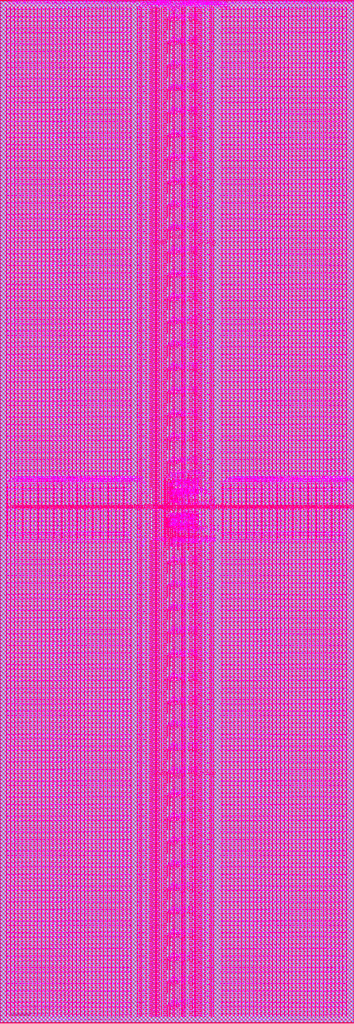
<source format=lef>
#############################################################################################
## Intel Confidential                                                                      ##
#############################################################################################
## Copyright 2023 Intel Corporation. The information contained herein is the proprietary   ##
## and confidential information of Intel or its licensors, and is supplied subject to, and ##
## may be used only in accordance with, previously executed agreements with Intel.         ##
## EXCEPT AS MAY OTHERWISE BE AGREED IN WRITING: (1) ALL MATERIALS FURNISHED BY INTEL      ##
## HEREUNDER ARE PROVIDED "AS IS" WITHOUT WARRANTY OF ANY KIND; (2) INTEL SPECIFICALLY     ##
## DISCLAIMS ANY WARRANTY OF NONINFRINGEMENT, FITNESS FOR A PARTICULAR PURPOSE OR          ##
## MERCHANTABILITY; AND (3) INTEL WILL NOT BE LIABLE FOR ANY COSTS OF PROCUREMENT OF       ##
## SUBSTITUTES, LOSS OF PROFITS, INTERRUPTION OF BUSINESS, OR FOR ANY OTHER SPECIAL,       ##
## CONSEQUENTIAL OR INCIDENTAL DAMAGES, HOWEVER CAUSED, WHETHER FOR BREACH OF WARRANTY,    ##
## CONTRACT, TORT, NEGLIGENCE, STRICT LIABILITY OR OTHERWISE.                              ##
#############################################################################################
#############################################################################################
##                                                                                         ##
##  Vendor:                Intel Corporation                                               ##
##  Product:               c764hduspsr                                                     ##
##  Version:               r1.0.0                                                          ##
##  Technology:            p1276.4                                                         ##
##  Celltype:              MemoryIP                                                        ##
##  IP Owner:              Intel CMO                                                       ##
##  Creation Time:         Tue Mar 28 2023 19:06:49                                        ##
##  Memory Name:           ip764hduspsr2048x39m8b2s0r2p0d0                                 ##
##  Memory Name Generated: ip764hduspsr2048x39m8b2s0r2p0d0                                 ##
##                                                                                         ##
#############################################################################################

VERSION 5.8 ;
BUSBITCHARS "[]" ;
DIVIDERCHAR "/" ;
UNITS
  DATABASE MICRONS 4000 ;
END UNITS
SITE ip764hduspsr2048x39m8b2s0r2p0d0
  SIZE 36.3 by 105.12 ;
  SYMMETRY X Y ;
  CLASS CORE ;
END ip764hduspsr2048x39m8b2s0r2p0d0


MACRO ip764hduspsr2048x39m8b2s0r2p0d0
     FIXEDMASK ;
     FOREIGN ip764hduspsr2048x39m8b2s0r2p0d0 0.00 0.00 ;
     ORIGIN 0.00 0.00 ;
     SIZE 36.3 by 105.12 ;
     SYMMETRY X Y ;
     CLASS BLOCK ;
     SITE ip764hduspsr2048x39m8b2s0r2p0d0 ;
     PIN q[0]
     DIRECTION output ;
          USE SIGNAL ;
          PORT
               LAYER m5 ;
               RECT 17.136 0.62 17.176 1.78 ;
               LAYER v4 ;
               RECT 17.136 1.329 17.176 1.365 ;
          END
     END q[0]
     PIN din[0]
     DIRECTION input ;
          USE SIGNAL ;
          PORT
               LAYER m5 ;
               RECT 17.412 0.62 17.452 1.78 ;
               LAYER v4 ;
               RECT 17.412 1.558 17.452 1.594 ;
          END
     END din[0]
     PIN q[1]
     DIRECTION output ;
          USE SIGNAL ;
          PORT
               LAYER m5 ;
               RECT 17.136 3.02 17.176 4.18 ;
               LAYER v4 ;
               RECT 17.136 3.729 17.176 3.765 ;
          END
     END q[1]
     PIN din[1]
     DIRECTION input ;
          USE SIGNAL ;
          PORT
               LAYER m5 ;
               RECT 17.412 3.02 17.452 4.18 ;
               LAYER v4 ;
               RECT 17.412 3.958 17.452 3.994 ;
          END
     END din[1]
     PIN q[2]
     DIRECTION output ;
          USE SIGNAL ;
          PORT
               LAYER m5 ;
               RECT 17.136 5.42 17.176 6.58 ;
               LAYER v4 ;
               RECT 17.136 6.129 17.176 6.165 ;
          END
     END q[2]
     PIN din[2]
     DIRECTION input ;
          USE SIGNAL ;
          PORT
               LAYER m5 ;
               RECT 17.412 5.42 17.452 6.58 ;
               LAYER v4 ;
               RECT 17.412 6.358 17.452 6.394 ;
          END
     END din[2]
     PIN q[3]
     DIRECTION output ;
          USE SIGNAL ;
          PORT
               LAYER m5 ;
               RECT 17.136 7.82 17.176 8.98 ;
               LAYER v4 ;
               RECT 17.136 8.529 17.176 8.565 ;
          END
     END q[3]
     PIN din[3]
     DIRECTION input ;
          USE SIGNAL ;
          PORT
               LAYER m5 ;
               RECT 17.412 7.82 17.452 8.98 ;
               LAYER v4 ;
               RECT 17.412 8.758 17.452 8.794 ;
          END
     END din[3]
     PIN q[4]
     DIRECTION output ;
          USE SIGNAL ;
          PORT
               LAYER m5 ;
               RECT 17.136 10.22 17.176 11.38 ;
               LAYER v4 ;
               RECT 17.136 10.929 17.176 10.965 ;
          END
     END q[4]
     PIN din[4]
     DIRECTION input ;
          USE SIGNAL ;
          PORT
               LAYER m5 ;
               RECT 17.412 10.22 17.452 11.38 ;
               LAYER v4 ;
               RECT 17.412 11.158 17.452 11.194 ;
          END
     END din[4]
     PIN q[5]
     DIRECTION output ;
          USE SIGNAL ;
          PORT
               LAYER m5 ;
               RECT 17.136 12.62 17.176 13.78 ;
               LAYER v4 ;
               RECT 17.136 13.329 17.176 13.365 ;
          END
     END q[5]
     PIN din[5]
     DIRECTION input ;
          USE SIGNAL ;
          PORT
               LAYER m5 ;
               RECT 17.412 12.62 17.452 13.78 ;
               LAYER v4 ;
               RECT 17.412 13.558 17.452 13.594 ;
          END
     END din[5]
     PIN q[6]
     DIRECTION output ;
          USE SIGNAL ;
          PORT
               LAYER m5 ;
               RECT 17.136 15.02 17.176 16.18 ;
               LAYER v4 ;
               RECT 17.136 15.729 17.176 15.765 ;
          END
     END q[6]
     PIN din[6]
     DIRECTION input ;
          USE SIGNAL ;
          PORT
               LAYER m5 ;
               RECT 17.412 15.02 17.452 16.18 ;
               LAYER v4 ;
               RECT 17.412 15.958 17.452 15.994 ;
          END
     END din[6]
     PIN q[7]
     DIRECTION output ;
          USE SIGNAL ;
          PORT
               LAYER m5 ;
               RECT 17.136 17.42 17.176 18.58 ;
               LAYER v4 ;
               RECT 17.136 18.129 17.176 18.165 ;
          END
     END q[7]
     PIN din[7]
     DIRECTION input ;
          USE SIGNAL ;
          PORT
               LAYER m5 ;
               RECT 17.412 17.42 17.452 18.58 ;
               LAYER v4 ;
               RECT 17.412 18.358 17.452 18.394 ;
          END
     END din[7]
     PIN q[8]
     DIRECTION output ;
          USE SIGNAL ;
          PORT
               LAYER m5 ;
               RECT 17.136 19.82 17.176 20.98 ;
               LAYER v4 ;
               RECT 17.136 20.529 17.176 20.565 ;
          END
     END q[8]
     PIN din[8]
     DIRECTION input ;
          USE SIGNAL ;
          PORT
               LAYER m5 ;
               RECT 17.412 19.82 17.452 20.98 ;
               LAYER v4 ;
               RECT 17.412 20.758 17.452 20.794 ;
          END
     END din[8]
     PIN q[9]
     DIRECTION output ;
          USE SIGNAL ;
          PORT
               LAYER m5 ;
               RECT 17.136 22.22 17.176 23.38 ;
               LAYER v4 ;
               RECT 17.136 22.929 17.176 22.965 ;
          END
     END q[9]
     PIN din[9]
     DIRECTION input ;
          USE SIGNAL ;
          PORT
               LAYER m5 ;
               RECT 17.412 22.22 17.452 23.38 ;
               LAYER v4 ;
               RECT 17.412 23.158 17.452 23.194 ;
          END
     END din[9]
     PIN q[10]
     DIRECTION output ;
          USE SIGNAL ;
          PORT
               LAYER m5 ;
               RECT 17.136 24.62 17.176 25.78 ;
               LAYER v4 ;
               RECT 17.136 25.329 17.176 25.365 ;
          END
     END q[10]
     PIN din[10]
     DIRECTION input ;
          USE SIGNAL ;
          PORT
               LAYER m5 ;
               RECT 17.412 24.62 17.452 25.78 ;
               LAYER v4 ;
               RECT 17.412 25.558 17.452 25.594 ;
          END
     END din[10]
     PIN q[11]
     DIRECTION output ;
          USE SIGNAL ;
          PORT
               LAYER m5 ;
               RECT 17.136 27.02 17.176 28.18 ;
               LAYER v4 ;
               RECT 17.136 27.729 17.176 27.765 ;
          END
     END q[11]
     PIN din[11]
     DIRECTION input ;
          USE SIGNAL ;
          PORT
               LAYER m5 ;
               RECT 17.412 27.02 17.452 28.18 ;
               LAYER v4 ;
               RECT 17.412 27.958 17.452 27.994 ;
          END
     END din[11]
     PIN q[12]
     DIRECTION output ;
          USE SIGNAL ;
          PORT
               LAYER m5 ;
               RECT 17.136 29.42 17.176 30.58 ;
               LAYER v4 ;
               RECT 17.136 30.129 17.176 30.165 ;
          END
     END q[12]
     PIN din[12]
     DIRECTION input ;
          USE SIGNAL ;
          PORT
               LAYER m5 ;
               RECT 17.412 29.42 17.452 30.58 ;
               LAYER v4 ;
               RECT 17.412 30.358 17.452 30.394 ;
          END
     END din[12]
     PIN q[13]
     DIRECTION output ;
          USE SIGNAL ;
          PORT
               LAYER m5 ;
               RECT 17.136 31.82 17.176 32.98 ;
               LAYER v4 ;
               RECT 17.136 32.529 17.176 32.565 ;
          END
     END q[13]
     PIN din[13]
     DIRECTION input ;
          USE SIGNAL ;
          PORT
               LAYER m5 ;
               RECT 17.412 31.82 17.452 32.98 ;
               LAYER v4 ;
               RECT 17.412 32.758 17.452 32.794 ;
          END
     END din[13]
     PIN q[14]
     DIRECTION output ;
          USE SIGNAL ;
          PORT
               LAYER m5 ;
               RECT 17.136 34.22 17.176 35.38 ;
               LAYER v4 ;
               RECT 17.136 34.929 17.176 34.965 ;
          END
     END q[14]
     PIN din[14]
     DIRECTION input ;
          USE SIGNAL ;
          PORT
               LAYER m5 ;
               RECT 17.412 34.22 17.452 35.38 ;
               LAYER v4 ;
               RECT 17.412 35.158 17.452 35.194 ;
          END
     END din[14]
     PIN q[15]
     DIRECTION output ;
          USE SIGNAL ;
          PORT
               LAYER m5 ;
               RECT 17.136 36.62 17.176 37.78 ;
               LAYER v4 ;
               RECT 17.136 37.329 17.176 37.365 ;
          END
     END q[15]
     PIN din[15]
     DIRECTION input ;
          USE SIGNAL ;
          PORT
               LAYER m5 ;
               RECT 17.412 36.62 17.452 37.78 ;
               LAYER v4 ;
               RECT 17.412 37.558 17.452 37.594 ;
          END
     END din[15]
     PIN q[16]
     DIRECTION output ;
          USE SIGNAL ;
          PORT
               LAYER m5 ;
               RECT 17.136 39.02 17.176 40.18 ;
               LAYER v4 ;
               RECT 17.136 39.729 17.176 39.765 ;
          END
     END q[16]
     PIN din[16]
     DIRECTION input ;
          USE SIGNAL ;
          PORT
               LAYER m5 ;
               RECT 17.412 39.02 17.452 40.18 ;
               LAYER v4 ;
               RECT 17.412 39.958 17.452 39.994 ;
          END
     END din[16]
     PIN q[17]
     DIRECTION output ;
          USE SIGNAL ;
          PORT
               LAYER m5 ;
               RECT 17.136 41.42 17.176 42.58 ;
               LAYER v4 ;
               RECT 17.136 42.129 17.176 42.165 ;
          END
     END q[17]
     PIN din[17]
     DIRECTION input ;
          USE SIGNAL ;
          PORT
               LAYER m5 ;
               RECT 17.412 41.42 17.452 42.58 ;
               LAYER v4 ;
               RECT 17.412 42.358 17.452 42.394 ;
          END
     END din[17]
     PIN q[18]
     DIRECTION output ;
          USE SIGNAL ;
          PORT
               LAYER m5 ;
               RECT 17.136 43.82 17.176 44.98 ;
               LAYER v4 ;
               RECT 17.136 44.529 17.176 44.565 ;
          END
     END q[18]
     PIN din[18]
     DIRECTION input ;
          USE SIGNAL ;
          PORT
               LAYER m5 ;
               RECT 17.412 43.82 17.452 44.98 ;
               LAYER v4 ;
               RECT 17.412 44.758 17.452 44.794 ;
          END
     END din[18]
     PIN q[19]
     DIRECTION output ;
          USE SIGNAL ;
          PORT
               LAYER m5 ;
               RECT 17.136 46.22 17.176 47.38 ;
               LAYER v4 ;
               RECT 17.136 46.929 17.176 46.965 ;
          END
     END q[19]
     PIN din[19]
     DIRECTION input ;
          USE SIGNAL ;
          PORT
               LAYER m5 ;
               RECT 17.412 46.22 17.452 47.38 ;
               LAYER v4 ;
               RECT 17.412 47.158 17.452 47.194 ;
          END
     END din[19]
     PIN arysleep
     DIRECTION input ;
          USE SIGNAL ;
          PORT
               LAYER m5 ;
               RECT 17.344 48.98 17.384 49.94 ;
               LAYER v4 ;
               RECT 17.344 49.0005 17.384 49.0365 ;
          END
     END arysleep
     PIN sbc[1]
     DIRECTION input ;
          USE SIGNAL ;
          PORT
               LAYER m5 ;
               RECT 17.548 48.98 17.588 49.94 ;
               LAYER v4 ;
               RECT 17.548 49.2405 17.588 49.2765 ;
          END
     END sbc[1]
     PIN async_reset
     DIRECTION input ;
          USE SIGNAL ;
          PORT
               LAYER m5 ;
               RECT 17.616 48.98 17.656 49.94 ;
               LAYER v4 ;
               RECT 17.616 49.1235 17.656 49.1595 ;
          END
     END async_reset
     PIN sbc[0]
     DIRECTION input ;
          USE SIGNAL ;
          PORT
               LAYER m5 ;
               RECT 18.284 48.98 18.328 49.94 ;
               LAYER v4 ;
               RECT 18.284 49.062 18.328 49.098 ;
          END
     END sbc[0]
     PIN wen
     DIRECTION input ;
          USE SIGNAL ;
          PORT
               LAYER m5 ;
               RECT 17.272 49.98 17.316 50.94 ;
               LAYER v4 ;
               RECT 17.272 50.5635 17.316 50.5995 ;
          END
     END wen
     PIN adr[2]
     DIRECTION input ;
          USE SIGNAL ;
          PORT
               LAYER m5 ;
               RECT 17.616 49.98 17.656 50.94 ;
               LAYER v4 ;
               RECT 17.616 50.2005 17.656 50.2365 ;
          END
     END adr[2]
     PIN adr[7]
     DIRECTION input ;
          USE SIGNAL ;
          PORT
               LAYER m5 ;
               RECT 17.944 49.98 17.984 50.94 ;
               LAYER v4 ;
               RECT 17.944 50.022 17.984 50.058 ;
          END
     END adr[7]
     PIN redrowen[1]
     DIRECTION input ;
          USE SIGNAL ;
          PORT
               LAYER m5 ;
               RECT 18.012 49.98 18.052 50.94 ;
               LAYER v4 ;
               RECT 18.012 50.262 18.052 50.298 ;
          END
     END redrowen[1]
     PIN adr[5]
     DIRECTION input ;
          USE SIGNAL ;
          PORT
               LAYER m5 ;
               RECT 18.284 49.98 18.328 50.94 ;
               LAYER v4 ;
               RECT 18.284 50.742 18.328 50.778 ;
          END
     END adr[5]
     PIN adr[6]
     DIRECTION input ;
          USE SIGNAL ;
          PORT
               LAYER m5 ;
               RECT 17.136 50.1 17.176 51.06 ;
               LAYER v4 ;
               RECT 17.136 50.742 17.176 50.778 ;
          END
     END adr[6]
     PIN adr[3]
     DIRECTION input ;
          USE SIGNAL ;
          PORT
               LAYER m5 ;
               RECT 17.48 50.1 17.52 51.06 ;
               LAYER v4 ;
               RECT 17.48 50.8035 17.52 50.8395 ;
          END
     END adr[3]
     PIN ren
     DIRECTION input ;
          USE SIGNAL ;
          PORT
               LAYER m5 ;
               RECT 17.064 50.98 17.108 51.94 ;
               LAYER v4 ;
               RECT 17.064 51.222 17.108 51.258 ;
          END
     END ren
     PIN adr[9]
     DIRECTION input ;
          USE SIGNAL ;
          PORT
               LAYER m5 ;
               RECT 17.272 50.98 17.316 51.94 ;
               LAYER v4 ;
               RECT 17.272 51.0435 17.316 51.0795 ;
          END
     END adr[9]
     PIN adr[0]
     DIRECTION input ;
          USE SIGNAL ;
          PORT
               LAYER m5 ;
               RECT 17.344 50.98 17.384 51.94 ;
               LAYER v4 ;
               RECT 17.344 51.702 17.384 51.738 ;
          END
     END adr[0]
     PIN adr[10]
     DIRECTION input ;
          USE SIGNAL ;
          PORT
               LAYER m5 ;
               RECT 17.616 50.98 17.656 51.94 ;
               LAYER v4 ;
               RECT 17.616 51.1605 17.656 51.1965 ;
          END
     END adr[10]
     PIN stbyp
     DIRECTION input ;
          USE SIGNAL ;
          PORT
               LAYER m5 ;
               RECT 18.012 50.98 18.052 51.94 ;
               LAYER v4 ;
               RECT 18.012 51.462 18.052 51.498 ;
          END
     END stbyp
     PIN adr[8]
     DIRECTION input ;
          USE SIGNAL ;
          PORT
               LAYER m5 ;
               RECT 18.284 50.98 18.328 51.94 ;
               LAYER v4 ;
               RECT 18.284 51.702 18.328 51.738 ;
          END
     END adr[8]
     PIN adr[4]
     DIRECTION input ;
          USE SIGNAL ;
          PORT
               LAYER m5 ;
               RECT 17.136 51.1 17.176 52.06 ;
               LAYER v4 ;
               RECT 17.136 51.702 17.176 51.738 ;
          END
     END adr[4]
     PIN adr[1]
     DIRECTION input ;
          USE SIGNAL ;
          PORT
               LAYER m5 ;
               RECT 17.48 51.1 17.52 52.06 ;
               LAYER v4 ;
               RECT 17.48 51.4005 17.52 51.4365 ;
          END
     END adr[1]
     PIN wa[1]
     DIRECTION input ;
          USE SIGNAL ;
          PORT
               LAYER m5 ;
               RECT 17.344 52.65 17.384 53.61 ;
               LAYER v4 ;
               RECT 17.344 53.142 17.384 53.178 ;
          END
     END wa[1]
     PIN redrowen[0]
     DIRECTION input ;
          USE SIGNAL ;
          PORT
               LAYER m5 ;
               RECT 17.616 52.65 17.656 53.61 ;
               LAYER v4 ;
               RECT 17.616 52.902 17.656 52.938 ;
          END
     END redrowen[0]
     PIN wpulse[1]
     DIRECTION input ;
          USE SIGNAL ;
          PORT
               LAYER m5 ;
               RECT 17.136 53.65 17.176 54.61 ;
               LAYER v4 ;
               RECT 17.136 54.0405 17.176 54.0765 ;
          END
     END wpulse[1]
     PIN wmce[1]
     DIRECTION input ;
          USE SIGNAL ;
          PORT
               LAYER m5 ;
               RECT 17.344 53.65 17.384 54.61 ;
               LAYER v4 ;
               RECT 17.344 53.6835 17.384 53.7195 ;
          END
     END wmce[1]
     PIN wpulse[0]
     DIRECTION input ;
          USE SIGNAL ;
          PORT
               LAYER m5 ;
               RECT 17.548 53.65 17.588 54.61 ;
               LAYER v4 ;
               RECT 17.548 54.2805 17.588 54.3165 ;
          END
     END wpulse[0]
     PIN wa[0]
     DIRECTION input ;
          USE SIGNAL ;
          PORT
               LAYER m5 ;
               RECT 17.616 53.65 17.656 54.61 ;
               LAYER v4 ;
               RECT 17.616 54.102 17.656 54.138 ;
          END
     END wa[0]
     PIN wpulse[2]
     DIRECTION input ;
          USE SIGNAL ;
          PORT
               LAYER m5 ;
               RECT 17.944 53.65 17.984 54.61 ;
               LAYER v4 ;
               RECT 17.944 54.0405 17.984 54.0765 ;
          END
     END wpulse[2]
     PIN ra[1]
     DIRECTION input ;
          USE SIGNAL ;
          PORT
               LAYER m5 ;
               RECT 18.012 53.65 18.052 54.61 ;
               LAYER v4 ;
               RECT 18.012 54.342 18.052 54.378 ;
          END
     END ra[1]
     PIN wa[2]
     DIRECTION input ;
          USE SIGNAL ;
          PORT
               LAYER m5 ;
               RECT 18.08 53.65 18.12 54.61 ;
               LAYER v4 ;
               RECT 18.08 53.6835 18.12 53.7195 ;
          END
     END wa[2]
     PIN ra[0]
     DIRECTION input ;
          USE SIGNAL ;
          PORT
               LAYER m5 ;
               RECT 18.424 53.65 18.464 54.61 ;
               LAYER v4 ;
               RECT 18.424 54.5205 18.464 54.5565 ;
          END
     END ra[0]
     PIN wmce[0]
     DIRECTION input ;
          USE SIGNAL ;
          PORT
               LAYER m5 ;
               RECT 17.48 53.77 17.52 54.73 ;
               LAYER v4 ;
               RECT 17.48 54.1635 17.52 54.1995 ;
          END
     END wmce[0]
     PIN mce
     DIRECTION input ;
          USE SIGNAL ;
          PORT
               LAYER m5 ;
               RECT 17.136 54.65 17.176 55.61 ;
               LAYER v4 ;
               RECT 17.136 54.822 17.176 54.858 ;
          END
     END mce
     PIN rmce[2]
     DIRECTION input ;
          USE SIGNAL ;
          PORT
               LAYER m5 ;
               RECT 17.344 54.65 17.384 55.61 ;
               LAYER v4 ;
               RECT 17.344 54.7605 17.384 54.7965 ;
          END
     END rmce[2]
     PIN rmce[1]
     DIRECTION input ;
          USE SIGNAL ;
          PORT
               LAYER m5 ;
               RECT 17.548 54.65 17.588 55.61 ;
               LAYER v4 ;
               RECT 17.548 55.0005 17.588 55.0365 ;
          END
     END rmce[1]
     PIN rmce[0]
     DIRECTION input ;
          USE SIGNAL ;
          PORT
               LAYER m5 ;
               RECT 17.616 54.65 17.656 55.61 ;
               LAYER v4 ;
               RECT 17.616 55.302 17.656 55.338 ;
          END
     END rmce[0]
     PIN rmce[3]
     DIRECTION input ;
          USE SIGNAL ;
          PORT
               LAYER m5 ;
               RECT 17.48 54.77 17.52 55.73 ;
               LAYER v4 ;
               RECT 17.48 55.1235 17.52 55.1595 ;
          END
     END rmce[3]
     PIN q[20]
     DIRECTION output ;
          USE SIGNAL ;
          PORT
               LAYER m5 ;
               RECT 17.136 56.54 17.176 57.7 ;
               LAYER v4 ;
               RECT 17.136 57.249 17.176 57.285 ;
          END
     END q[20]
     PIN din[20]
     DIRECTION input ;
          USE SIGNAL ;
          PORT
               LAYER m5 ;
               RECT 17.412 56.54 17.452 57.7 ;
               LAYER v4 ;
               RECT 17.412 57.478 17.452 57.514 ;
          END
     END din[20]
     PIN q[21]
     DIRECTION output ;
          USE SIGNAL ;
          PORT
               LAYER m5 ;
               RECT 17.136 58.94 17.176 60.1 ;
               LAYER v4 ;
               RECT 17.136 59.649 17.176 59.685 ;
          END
     END q[21]
     PIN din[21]
     DIRECTION input ;
          USE SIGNAL ;
          PORT
               LAYER m5 ;
               RECT 17.412 58.94 17.452 60.1 ;
               LAYER v4 ;
               RECT 17.412 59.878 17.452 59.914 ;
          END
     END din[21]
     PIN q[22]
     DIRECTION output ;
          USE SIGNAL ;
          PORT
               LAYER m5 ;
               RECT 17.136 61.34 17.176 62.5 ;
               LAYER v4 ;
               RECT 17.136 62.049 17.176 62.085 ;
          END
     END q[22]
     PIN din[22]
     DIRECTION input ;
          USE SIGNAL ;
          PORT
               LAYER m5 ;
               RECT 17.412 61.34 17.452 62.5 ;
               LAYER v4 ;
               RECT 17.412 62.278 17.452 62.314 ;
          END
     END din[22]
     PIN q[23]
     DIRECTION output ;
          USE SIGNAL ;
          PORT
               LAYER m5 ;
               RECT 17.136 63.74 17.176 64.9 ;
               LAYER v4 ;
               RECT 17.136 64.449 17.176 64.485 ;
          END
     END q[23]
     PIN din[23]
     DIRECTION input ;
          USE SIGNAL ;
          PORT
               LAYER m5 ;
               RECT 17.412 63.74 17.452 64.9 ;
               LAYER v4 ;
               RECT 17.412 64.678 17.452 64.714 ;
          END
     END din[23]
     PIN q[24]
     DIRECTION output ;
          USE SIGNAL ;
          PORT
               LAYER m5 ;
               RECT 17.136 66.14 17.176 67.3 ;
               LAYER v4 ;
               RECT 17.136 66.849 17.176 66.885 ;
          END
     END q[24]
     PIN din[24]
     DIRECTION input ;
          USE SIGNAL ;
          PORT
               LAYER m5 ;
               RECT 17.412 66.14 17.452 67.3 ;
               LAYER v4 ;
               RECT 17.412 67.078 17.452 67.114 ;
          END
     END din[24]
     PIN q[25]
     DIRECTION output ;
          USE SIGNAL ;
          PORT
               LAYER m5 ;
               RECT 17.136 68.54 17.176 69.7 ;
               LAYER v4 ;
               RECT 17.136 69.249 17.176 69.285 ;
          END
     END q[25]
     PIN din[25]
     DIRECTION input ;
          USE SIGNAL ;
          PORT
               LAYER m5 ;
               RECT 17.412 68.54 17.452 69.7 ;
               LAYER v4 ;
               RECT 17.412 69.478 17.452 69.514 ;
          END
     END din[25]
     PIN q[26]
     DIRECTION output ;
          USE SIGNAL ;
          PORT
               LAYER m5 ;
               RECT 17.136 70.94 17.176 72.1 ;
               LAYER v4 ;
               RECT 17.136 71.649 17.176 71.685 ;
          END
     END q[26]
     PIN din[26]
     DIRECTION input ;
          USE SIGNAL ;
          PORT
               LAYER m5 ;
               RECT 17.412 70.94 17.452 72.1 ;
               LAYER v4 ;
               RECT 17.412 71.878 17.452 71.914 ;
          END
     END din[26]
     PIN q[27]
     DIRECTION output ;
          USE SIGNAL ;
          PORT
               LAYER m5 ;
               RECT 17.136 73.34 17.176 74.5 ;
               LAYER v4 ;
               RECT 17.136 74.049 17.176 74.085 ;
          END
     END q[27]
     PIN din[27]
     DIRECTION input ;
          USE SIGNAL ;
          PORT
               LAYER m5 ;
               RECT 17.412 73.34 17.452 74.5 ;
               LAYER v4 ;
               RECT 17.412 74.278 17.452 74.314 ;
          END
     END din[27]
     PIN q[28]
     DIRECTION output ;
          USE SIGNAL ;
          PORT
               LAYER m5 ;
               RECT 17.136 75.74 17.176 76.9 ;
               LAYER v4 ;
               RECT 17.136 76.449 17.176 76.485 ;
          END
     END q[28]
     PIN din[28]
     DIRECTION input ;
          USE SIGNAL ;
          PORT
               LAYER m5 ;
               RECT 17.412 75.74 17.452 76.9 ;
               LAYER v4 ;
               RECT 17.412 76.678 17.452 76.714 ;
          END
     END din[28]
     PIN q[29]
     DIRECTION output ;
          USE SIGNAL ;
          PORT
               LAYER m5 ;
               RECT 17.136 78.14 17.176 79.3 ;
               LAYER v4 ;
               RECT 17.136 78.849 17.176 78.885 ;
          END
     END q[29]
     PIN din[29]
     DIRECTION input ;
          USE SIGNAL ;
          PORT
               LAYER m5 ;
               RECT 17.412 78.14 17.452 79.3 ;
               LAYER v4 ;
               RECT 17.412 79.078 17.452 79.114 ;
          END
     END din[29]
     PIN q[30]
     DIRECTION output ;
          USE SIGNAL ;
          PORT
               LAYER m5 ;
               RECT 17.136 80.54 17.176 81.7 ;
               LAYER v4 ;
               RECT 17.136 81.249 17.176 81.285 ;
          END
     END q[30]
     PIN din[30]
     DIRECTION input ;
          USE SIGNAL ;
          PORT
               LAYER m5 ;
               RECT 17.412 80.54 17.452 81.7 ;
               LAYER v4 ;
               RECT 17.412 81.478 17.452 81.514 ;
          END
     END din[30]
     PIN q[31]
     DIRECTION output ;
          USE SIGNAL ;
          PORT
               LAYER m5 ;
               RECT 17.136 82.94 17.176 84.1 ;
               LAYER v4 ;
               RECT 17.136 83.649 17.176 83.685 ;
          END
     END q[31]
     PIN din[31]
     DIRECTION input ;
          USE SIGNAL ;
          PORT
               LAYER m5 ;
               RECT 17.412 82.94 17.452 84.1 ;
               LAYER v4 ;
               RECT 17.412 83.878 17.452 83.914 ;
          END
     END din[31]
     PIN q[32]
     DIRECTION output ;
          USE SIGNAL ;
          PORT
               LAYER m5 ;
               RECT 17.136 85.34 17.176 86.5 ;
               LAYER v4 ;
               RECT 17.136 86.049 17.176 86.085 ;
          END
     END q[32]
     PIN din[32]
     DIRECTION input ;
          USE SIGNAL ;
          PORT
               LAYER m5 ;
               RECT 17.412 85.34 17.452 86.5 ;
               LAYER v4 ;
               RECT 17.412 86.278 17.452 86.314 ;
          END
     END din[32]
     PIN q[33]
     DIRECTION output ;
          USE SIGNAL ;
          PORT
               LAYER m5 ;
               RECT 17.136 87.74 17.176 88.9 ;
               LAYER v4 ;
               RECT 17.136 88.449 17.176 88.485 ;
          END
     END q[33]
     PIN din[33]
     DIRECTION input ;
          USE SIGNAL ;
          PORT
               LAYER m5 ;
               RECT 17.412 87.74 17.452 88.9 ;
               LAYER v4 ;
               RECT 17.412 88.678 17.452 88.714 ;
          END
     END din[33]
     PIN q[34]
     DIRECTION output ;
          USE SIGNAL ;
          PORT
               LAYER m5 ;
               RECT 17.136 90.14 17.176 91.3 ;
               LAYER v4 ;
               RECT 17.136 90.849 17.176 90.885 ;
          END
     END q[34]
     PIN din[34]
     DIRECTION input ;
          USE SIGNAL ;
          PORT
               LAYER m5 ;
               RECT 17.412 90.14 17.452 91.3 ;
               LAYER v4 ;
               RECT 17.412 91.078 17.452 91.114 ;
          END
     END din[34]
     PIN q[35]
     DIRECTION output ;
          USE SIGNAL ;
          PORT
               LAYER m5 ;
               RECT 17.136 92.54 17.176 93.7 ;
               LAYER v4 ;
               RECT 17.136 93.249 17.176 93.285 ;
          END
     END q[35]
     PIN din[35]
     DIRECTION input ;
          USE SIGNAL ;
          PORT
               LAYER m5 ;
               RECT 17.412 92.54 17.452 93.7 ;
               LAYER v4 ;
               RECT 17.412 93.478 17.452 93.514 ;
          END
     END din[35]
     PIN q[36]
     DIRECTION output ;
          USE SIGNAL ;
          PORT
               LAYER m5 ;
               RECT 17.136 94.94 17.176 96.1 ;
               LAYER v4 ;
               RECT 17.136 95.649 17.176 95.685 ;
          END
     END q[36]
     PIN din[36]
     DIRECTION input ;
          USE SIGNAL ;
          PORT
               LAYER m5 ;
               RECT 17.412 94.94 17.452 96.1 ;
               LAYER v4 ;
               RECT 17.412 95.878 17.452 95.914 ;
          END
     END din[36]
     PIN q[37]
     DIRECTION output ;
          USE SIGNAL ;
          PORT
               LAYER m5 ;
               RECT 17.136 97.34 17.176 98.5 ;
               LAYER v4 ;
               RECT 17.136 98.049 17.176 98.085 ;
          END
     END q[37]
     PIN din[37]
     DIRECTION input ;
          USE SIGNAL ;
          PORT
               LAYER m5 ;
               RECT 17.412 97.34 17.452 98.5 ;
               LAYER v4 ;
               RECT 17.412 98.278 17.452 98.314 ;
          END
     END din[37]
     PIN q[38]
     DIRECTION output ;
          USE SIGNAL ;
          PORT
               LAYER m5 ;
               RECT 17.136 99.74 17.176 100.9 ;
               LAYER v4 ;
               RECT 17.136 100.449 17.176 100.485 ;
          END
     END q[38]
     PIN din[38]
     DIRECTION input ;
          USE SIGNAL ;
          PORT
               LAYER m5 ;
               RECT 17.412 99.74 17.452 100.9 ;
               LAYER v4 ;
               RECT 17.412 100.678 17.452 100.714 ;
          END
     END din[38]
     PIN q[39]
     DIRECTION output ;
          USE SIGNAL ;
          PORT
               LAYER m5 ;
               RECT 17.136 102.14 17.176 103.3 ;
               LAYER v4 ;
               RECT 17.136 102.849 17.176 102.885 ;
          END
     END q[39]
     PIN din[39]
     DIRECTION input ;
          USE SIGNAL ;
          PORT
               LAYER m5 ;
               RECT 17.412 102.14 17.452 103.3 ;
               LAYER v4 ;
               RECT 17.412 103.078 17.452 103.114 ;
          END
     END din[39]
     PIN clk
     DIRECTION input ;
          USE CLOCK ;
          PORT
               LAYER m5 ;
               RECT 17.136 52.65 17.176 53.61 ;
               LAYER v4 ;
               RECT 17.136 53.142 17.176 53.178 ;
          END
     END clk
     PIN vddp
     SHAPE ABUTMENT ;
     DIRECTION input ;
          USE POWER ;
          PORT
               LAYER m5 ;
               RECT 0.654 49.7505 0.706 55.3695 ;
               LAYER v4 ;
               RECT 0.654 49.782 0.706 49.818 ;
               RECT 0.654 50.262 0.706 50.298 ;
               RECT 0.654 50.502 0.706 50.538 ;
               RECT 0.654 50.982 0.706 51.018 ;
               RECT 0.654 51.102 0.706 51.138 ;
               RECT 0.654 51.582 0.706 51.618 ;
               RECT 0.654 52.062 0.706 52.098 ;
               RECT 0.654 52.182 0.706 52.218 ;
               RECT 0.654 52.542 0.706 52.578 ;
               RECT 0.654 52.662 0.706 52.698 ;
               RECT 0.654 52.902 0.706 52.938 ;
               RECT 0.654 53.022 0.706 53.058 ;
               RECT 0.654 53.502 0.706 53.538 ;
               RECT 0.654 53.982 0.706 54.018 ;
               RECT 0.654 54.102 0.706 54.138 ;
               RECT 0.654 54.582 0.706 54.618 ;
               RECT 0.654 54.822 0.706 54.858 ;
               RECT 0.654 55.302 0.706 55.338 ;
          END
          PORT
               LAYER m5 ;
               RECT 0.974 0.6 1.026 104.52 ;
               LAYER v4 ;
               RECT 0.974 49.542 1.026 49.578 ;
               RECT 0.974 49.782 1.026 49.818 ;
               RECT 0.974 50.262 1.026 50.298 ;
               RECT 0.974 50.502 1.026 50.538 ;
               RECT 0.974 50.982 1.026 51.018 ;
               RECT 0.974 51.102 1.026 51.138 ;
               RECT 0.974 51.582 1.026 51.618 ;
               RECT 0.974 52.062 1.026 52.098 ;
               RECT 0.974 52.182 1.026 52.218 ;
               RECT 0.974 52.542 1.026 52.578 ;
               RECT 0.974 52.662 1.026 52.698 ;
               RECT 0.974 52.902 1.026 52.938 ;
               RECT 0.974 53.502 1.026 53.538 ;
               RECT 0.974 53.982 1.026 54.018 ;
               RECT 0.974 54.102 1.026 54.138 ;
               RECT 0.974 54.582 1.026 54.618 ;
               RECT 0.974 54.822 1.026 54.858 ;
               RECT 0.974 55.302 1.026 55.338 ;
               RECT 0.974 55.542 1.026 55.578 ;
          END
          PORT
               LAYER m5 ;
               RECT 1.454 49.7505 1.506 55.3695 ;
               LAYER v4 ;
               RECT 1.454 49.782 1.506 49.818 ;
               RECT 1.454 50.262 1.506 50.298 ;
               RECT 1.454 50.502 1.506 50.538 ;
               RECT 1.454 50.982 1.506 51.018 ;
               RECT 1.454 51.102 1.506 51.138 ;
               RECT 1.454 51.582 1.506 51.618 ;
               RECT 1.454 52.062 1.506 52.098 ;
               RECT 1.454 52.182 1.506 52.218 ;
               RECT 1.454 52.542 1.506 52.578 ;
               RECT 1.454 52.662 1.506 52.698 ;
               RECT 1.454 52.902 1.506 52.938 ;
               RECT 1.454 53.022 1.506 53.058 ;
               RECT 1.454 53.502 1.506 53.538 ;
               RECT 1.454 53.982 1.506 54.018 ;
               RECT 1.454 54.102 1.506 54.138 ;
               RECT 1.454 54.582 1.506 54.618 ;
               RECT 1.454 54.822 1.506 54.858 ;
               RECT 1.454 55.302 1.506 55.338 ;
          END
          PORT
               LAYER m5 ;
               RECT 1.774 0.6 1.826 104.52 ;
               LAYER v4 ;
               RECT 1.774 49.542 1.826 49.578 ;
               RECT 1.774 49.782 1.826 49.818 ;
               RECT 1.774 50.262 1.826 50.298 ;
               RECT 1.774 50.502 1.826 50.538 ;
               RECT 1.774 50.982 1.826 51.018 ;
               RECT 1.774 51.102 1.826 51.138 ;
               RECT 1.774 51.582 1.826 51.618 ;
               RECT 1.774 52.062 1.826 52.098 ;
               RECT 1.774 52.182 1.826 52.218 ;
               RECT 1.774 52.542 1.826 52.578 ;
               RECT 1.774 52.662 1.826 52.698 ;
               RECT 1.774 52.902 1.826 52.938 ;
               RECT 1.774 53.502 1.826 53.538 ;
               RECT 1.774 53.982 1.826 54.018 ;
               RECT 1.774 54.102 1.826 54.138 ;
               RECT 1.774 54.582 1.826 54.618 ;
               RECT 1.774 54.822 1.826 54.858 ;
               RECT 1.774 55.302 1.826 55.338 ;
               RECT 1.774 55.542 1.826 55.578 ;
          END
          PORT
               LAYER m5 ;
               RECT 10.254 49.7505 10.306 55.3695 ;
               LAYER v4 ;
               RECT 10.254 49.782 10.306 49.818 ;
               RECT 10.254 50.262 10.306 50.298 ;
               RECT 10.254 50.502 10.306 50.538 ;
               RECT 10.254 50.982 10.306 51.018 ;
               RECT 10.254 51.102 10.306 51.138 ;
               RECT 10.254 51.582 10.306 51.618 ;
               RECT 10.254 52.062 10.306 52.098 ;
               RECT 10.254 52.182 10.306 52.218 ;
               RECT 10.254 52.542 10.306 52.578 ;
               RECT 10.254 52.662 10.306 52.698 ;
               RECT 10.254 52.902 10.306 52.938 ;
               RECT 10.254 53.022 10.306 53.058 ;
               RECT 10.254 53.502 10.306 53.538 ;
               RECT 10.254 53.982 10.306 54.018 ;
               RECT 10.254 54.102 10.306 54.138 ;
               RECT 10.254 54.582 10.306 54.618 ;
               RECT 10.254 54.822 10.306 54.858 ;
               RECT 10.254 55.302 10.306 55.338 ;
          END
          PORT
               LAYER m5 ;
               RECT 10.574 0.6 10.626 104.52 ;
               LAYER v4 ;
               RECT 10.574 49.542 10.626 49.578 ;
               RECT 10.574 49.782 10.626 49.818 ;
               RECT 10.574 50.262 10.626 50.298 ;
               RECT 10.574 50.502 10.626 50.538 ;
               RECT 10.574 50.982 10.626 51.018 ;
               RECT 10.574 51.102 10.626 51.138 ;
               RECT 10.574 51.582 10.626 51.618 ;
               RECT 10.574 52.062 10.626 52.098 ;
               RECT 10.574 52.182 10.626 52.218 ;
               RECT 10.574 52.542 10.626 52.578 ;
               RECT 10.574 52.662 10.626 52.698 ;
               RECT 10.574 52.902 10.626 52.938 ;
               RECT 10.574 53.502 10.626 53.538 ;
               RECT 10.574 53.982 10.626 54.018 ;
               RECT 10.574 54.102 10.626 54.138 ;
               RECT 10.574 54.582 10.626 54.618 ;
               RECT 10.574 54.822 10.626 54.858 ;
               RECT 10.574 55.302 10.626 55.338 ;
               RECT 10.574 55.542 10.626 55.578 ;
          END
          PORT
               LAYER m5 ;
               RECT 11.054 49.7505 11.106 55.3695 ;
               LAYER v4 ;
               RECT 11.054 49.782 11.106 49.818 ;
               RECT 11.054 50.262 11.106 50.298 ;
               RECT 11.054 50.502 11.106 50.538 ;
               RECT 11.054 50.982 11.106 51.018 ;
               RECT 11.054 51.102 11.106 51.138 ;
               RECT 11.054 51.582 11.106 51.618 ;
               RECT 11.054 52.062 11.106 52.098 ;
               RECT 11.054 52.182 11.106 52.218 ;
               RECT 11.054 52.542 11.106 52.578 ;
               RECT 11.054 52.662 11.106 52.698 ;
               RECT 11.054 52.902 11.106 52.938 ;
               RECT 11.054 53.022 11.106 53.058 ;
               RECT 11.054 53.502 11.106 53.538 ;
               RECT 11.054 53.982 11.106 54.018 ;
               RECT 11.054 54.102 11.106 54.138 ;
               RECT 11.054 54.582 11.106 54.618 ;
               RECT 11.054 54.822 11.106 54.858 ;
               RECT 11.054 55.302 11.106 55.338 ;
          END
          PORT
               LAYER m5 ;
               RECT 11.374 0.6 11.426 104.52 ;
               LAYER v4 ;
               RECT 11.374 49.542 11.426 49.578 ;
               RECT 11.374 49.782 11.426 49.818 ;
               RECT 11.374 50.262 11.426 50.298 ;
               RECT 11.374 50.502 11.426 50.538 ;
               RECT 11.374 50.982 11.426 51.018 ;
               RECT 11.374 51.102 11.426 51.138 ;
               RECT 11.374 51.582 11.426 51.618 ;
               RECT 11.374 52.062 11.426 52.098 ;
               RECT 11.374 52.182 11.426 52.218 ;
               RECT 11.374 52.542 11.426 52.578 ;
               RECT 11.374 52.662 11.426 52.698 ;
               RECT 11.374 52.902 11.426 52.938 ;
               RECT 11.374 53.502 11.426 53.538 ;
               RECT 11.374 53.982 11.426 54.018 ;
               RECT 11.374 54.102 11.426 54.138 ;
               RECT 11.374 54.582 11.426 54.618 ;
               RECT 11.374 54.822 11.426 54.858 ;
               RECT 11.374 55.302 11.426 55.338 ;
               RECT 11.374 55.542 11.426 55.578 ;
          END
          PORT
               LAYER m5 ;
               RECT 11.854 49.7505 11.906 55.3695 ;
               LAYER v4 ;
               RECT 11.854 49.782 11.906 49.818 ;
               RECT 11.854 50.262 11.906 50.298 ;
               RECT 11.854 50.502 11.906 50.538 ;
               RECT 11.854 50.982 11.906 51.018 ;
               RECT 11.854 51.102 11.906 51.138 ;
               RECT 11.854 51.582 11.906 51.618 ;
               RECT 11.854 52.062 11.906 52.098 ;
               RECT 11.854 52.182 11.906 52.218 ;
               RECT 11.854 52.542 11.906 52.578 ;
               RECT 11.854 52.662 11.906 52.698 ;
               RECT 11.854 52.902 11.906 52.938 ;
               RECT 11.854 53.022 11.906 53.058 ;
               RECT 11.854 53.502 11.906 53.538 ;
               RECT 11.854 53.982 11.906 54.018 ;
               RECT 11.854 54.102 11.906 54.138 ;
               RECT 11.854 54.582 11.906 54.618 ;
               RECT 11.854 54.822 11.906 54.858 ;
               RECT 11.854 55.302 11.906 55.338 ;
          END
          PORT
               LAYER m5 ;
               RECT 12.174 0.6 12.226 104.52 ;
               LAYER v4 ;
               RECT 12.174 49.542 12.226 49.578 ;
               RECT 12.174 49.782 12.226 49.818 ;
               RECT 12.174 50.262 12.226 50.298 ;
               RECT 12.174 50.502 12.226 50.538 ;
               RECT 12.174 50.982 12.226 51.018 ;
               RECT 12.174 51.102 12.226 51.138 ;
               RECT 12.174 51.582 12.226 51.618 ;
               RECT 12.174 52.062 12.226 52.098 ;
               RECT 12.174 52.182 12.226 52.218 ;
               RECT 12.174 52.542 12.226 52.578 ;
               RECT 12.174 52.662 12.226 52.698 ;
               RECT 12.174 52.902 12.226 52.938 ;
               RECT 12.174 53.502 12.226 53.538 ;
               RECT 12.174 53.982 12.226 54.018 ;
               RECT 12.174 54.102 12.226 54.138 ;
               RECT 12.174 54.582 12.226 54.618 ;
               RECT 12.174 54.822 12.226 54.858 ;
               RECT 12.174 55.302 12.226 55.338 ;
               RECT 12.174 55.542 12.226 55.578 ;
          END
          PORT
               LAYER m5 ;
               RECT 12.654 49.7505 12.706 55.3695 ;
               LAYER v4 ;
               RECT 12.654 49.782 12.706 49.818 ;
               RECT 12.654 50.262 12.706 50.298 ;
               RECT 12.654 50.502 12.706 50.538 ;
               RECT 12.654 50.982 12.706 51.018 ;
               RECT 12.654 51.102 12.706 51.138 ;
               RECT 12.654 51.582 12.706 51.618 ;
               RECT 12.654 52.062 12.706 52.098 ;
               RECT 12.654 52.182 12.706 52.218 ;
               RECT 12.654 52.542 12.706 52.578 ;
               RECT 12.654 52.662 12.706 52.698 ;
               RECT 12.654 52.902 12.706 52.938 ;
               RECT 12.654 53.022 12.706 53.058 ;
               RECT 12.654 53.502 12.706 53.538 ;
               RECT 12.654 53.982 12.706 54.018 ;
               RECT 12.654 54.102 12.706 54.138 ;
               RECT 12.654 54.582 12.706 54.618 ;
               RECT 12.654 54.822 12.706 54.858 ;
               RECT 12.654 55.302 12.706 55.338 ;
          END
          PORT
               LAYER m5 ;
               RECT 12.974 0.6 13.026 104.52 ;
               LAYER v4 ;
               RECT 12.974 49.542 13.026 49.578 ;
               RECT 12.974 49.782 13.026 49.818 ;
               RECT 12.974 50.262 13.026 50.298 ;
               RECT 12.974 50.502 13.026 50.538 ;
               RECT 12.974 50.982 13.026 51.018 ;
               RECT 12.974 51.102 13.026 51.138 ;
               RECT 12.974 51.582 13.026 51.618 ;
               RECT 12.974 52.062 13.026 52.098 ;
               RECT 12.974 52.182 13.026 52.218 ;
               RECT 12.974 52.542 13.026 52.578 ;
               RECT 12.974 52.662 13.026 52.698 ;
               RECT 12.974 52.902 13.026 52.938 ;
               RECT 12.974 53.502 13.026 53.538 ;
               RECT 12.974 53.982 13.026 54.018 ;
               RECT 12.974 54.102 13.026 54.138 ;
               RECT 12.974 54.582 13.026 54.618 ;
               RECT 12.974 54.822 13.026 54.858 ;
               RECT 12.974 55.302 13.026 55.338 ;
               RECT 12.974 55.542 13.026 55.578 ;
          END
          PORT
               LAYER m5 ;
               RECT 14.05 0.5695 14.104 104.5505 ;
               LAYER v4 ;
               RECT 14.05 0.729 14.104 0.765 ;
               RECT 14.05 0.958 14.104 0.994 ;
               RECT 14.05 1.406 14.104 1.442 ;
               RECT 14.05 1.929 14.104 1.965 ;
               RECT 14.05 2.158 14.104 2.194 ;
               RECT 14.05 2.606 14.104 2.642 ;
               RECT 14.05 3.129 14.104 3.165 ;
               RECT 14.05 3.358 14.104 3.394 ;
               RECT 14.05 3.806 14.104 3.842 ;
               RECT 14.05 4.329 14.104 4.365 ;
               RECT 14.05 4.558 14.104 4.594 ;
               RECT 14.05 5.006 14.104 5.042 ;
               RECT 14.05 5.529 14.104 5.565 ;
               RECT 14.05 5.758 14.104 5.794 ;
               RECT 14.05 6.206 14.104 6.242 ;
               RECT 14.05 6.729 14.104 6.765 ;
               RECT 14.05 6.958 14.104 6.994 ;
               RECT 14.05 7.406 14.104 7.442 ;
               RECT 14.05 7.929 14.104 7.965 ;
               RECT 14.05 8.158 14.104 8.194 ;
               RECT 14.05 8.606 14.104 8.642 ;
               RECT 14.05 9.129 14.104 9.165 ;
               RECT 14.05 9.358 14.104 9.394 ;
               RECT 14.05 9.806 14.104 9.842 ;
               RECT 14.05 10.329 14.104 10.365 ;
               RECT 14.05 10.558 14.104 10.594 ;
               RECT 14.05 11.006 14.104 11.042 ;
               RECT 14.05 11.529 14.104 11.565 ;
               RECT 14.05 11.758 14.104 11.794 ;
               RECT 14.05 12.206 14.104 12.242 ;
               RECT 14.05 12.729 14.104 12.765 ;
               RECT 14.05 12.958 14.104 12.994 ;
               RECT 14.05 13.406 14.104 13.442 ;
               RECT 14.05 13.929 14.104 13.965 ;
               RECT 14.05 14.158 14.104 14.194 ;
               RECT 14.05 14.606 14.104 14.642 ;
               RECT 14.05 15.129 14.104 15.165 ;
               RECT 14.05 15.358 14.104 15.394 ;
               RECT 14.05 15.806 14.104 15.842 ;
               RECT 14.05 16.329 14.104 16.365 ;
               RECT 14.05 16.558 14.104 16.594 ;
               RECT 14.05 17.006 14.104 17.042 ;
               RECT 14.05 17.529 14.104 17.565 ;
               RECT 14.05 17.758 14.104 17.794 ;
               RECT 14.05 18.206 14.104 18.242 ;
               RECT 14.05 18.729 14.104 18.765 ;
               RECT 14.05 18.958 14.104 18.994 ;
               RECT 14.05 19.406 14.104 19.442 ;
               RECT 14.05 19.929 14.104 19.965 ;
               RECT 14.05 20.158 14.104 20.194 ;
               RECT 14.05 20.606 14.104 20.642 ;
               RECT 14.05 21.129 14.104 21.165 ;
               RECT 14.05 21.358 14.104 21.394 ;
               RECT 14.05 21.806 14.104 21.842 ;
               RECT 14.05 22.329 14.104 22.365 ;
               RECT 14.05 22.558 14.104 22.594 ;
               RECT 14.05 23.006 14.104 23.042 ;
               RECT 14.05 23.529 14.104 23.565 ;
               RECT 14.05 23.758 14.104 23.794 ;
               RECT 14.05 24.206 14.104 24.242 ;
               RECT 14.05 24.729 14.104 24.765 ;
               RECT 14.05 24.958 14.104 24.994 ;
               RECT 14.05 25.406 14.104 25.442 ;
               RECT 14.05 25.929 14.104 25.965 ;
               RECT 14.05 26.158 14.104 26.194 ;
               RECT 14.05 26.606 14.104 26.642 ;
               RECT 14.05 27.129 14.104 27.165 ;
               RECT 14.05 27.358 14.104 27.394 ;
               RECT 14.05 27.806 14.104 27.842 ;
               RECT 14.05 28.329 14.104 28.365 ;
               RECT 14.05 28.558 14.104 28.594 ;
               RECT 14.05 29.006 14.104 29.042 ;
               RECT 14.05 29.529 14.104 29.565 ;
               RECT 14.05 29.758 14.104 29.794 ;
               RECT 14.05 30.206 14.104 30.242 ;
               RECT 14.05 30.729 14.104 30.765 ;
               RECT 14.05 30.958 14.104 30.994 ;
               RECT 14.05 31.406 14.104 31.442 ;
               RECT 14.05 31.929 14.104 31.965 ;
               RECT 14.05 32.158 14.104 32.194 ;
               RECT 14.05 32.606 14.104 32.642 ;
               RECT 14.05 33.129 14.104 33.165 ;
               RECT 14.05 33.358 14.104 33.394 ;
               RECT 14.05 33.806 14.104 33.842 ;
               RECT 14.05 34.329 14.104 34.365 ;
               RECT 14.05 34.558 14.104 34.594 ;
               RECT 14.05 35.006 14.104 35.042 ;
               RECT 14.05 35.529 14.104 35.565 ;
               RECT 14.05 35.758 14.104 35.794 ;
               RECT 14.05 36.206 14.104 36.242 ;
               RECT 14.05 36.729 14.104 36.765 ;
               RECT 14.05 36.958 14.104 36.994 ;
               RECT 14.05 37.406 14.104 37.442 ;
               RECT 14.05 37.929 14.104 37.965 ;
               RECT 14.05 38.158 14.104 38.194 ;
               RECT 14.05 38.606 14.104 38.642 ;
               RECT 14.05 39.129 14.104 39.165 ;
               RECT 14.05 39.358 14.104 39.394 ;
               RECT 14.05 39.806 14.104 39.842 ;
               RECT 14.05 40.329 14.104 40.365 ;
               RECT 14.05 40.558 14.104 40.594 ;
               RECT 14.05 41.006 14.104 41.042 ;
               RECT 14.05 41.529 14.104 41.565 ;
               RECT 14.05 41.758 14.104 41.794 ;
               RECT 14.05 42.206 14.104 42.242 ;
               RECT 14.05 42.729 14.104 42.765 ;
               RECT 14.05 42.958 14.104 42.994 ;
               RECT 14.05 43.406 14.104 43.442 ;
               RECT 14.05 43.929 14.104 43.965 ;
               RECT 14.05 44.158 14.104 44.194 ;
               RECT 14.05 44.606 14.104 44.642 ;
               RECT 14.05 45.129 14.104 45.165 ;
               RECT 14.05 45.358 14.104 45.394 ;
               RECT 14.05 45.806 14.104 45.842 ;
               RECT 14.05 46.329 14.104 46.365 ;
               RECT 14.05 46.558 14.104 46.594 ;
               RECT 14.05 47.006 14.104 47.042 ;
               RECT 14.05 47.529 14.104 47.565 ;
               RECT 14.05 47.758 14.104 47.794 ;
               RECT 14.05 48.206 14.104 48.242 ;
               RECT 14.05 49.062 14.104 49.098 ;
               RECT 14.05 49.182 14.104 49.218 ;
               RECT 14.05 49.542 14.104 49.578 ;
               RECT 14.05 49.662 14.104 49.698 ;
               RECT 14.05 49.782 14.104 49.818 ;
               RECT 14.05 50.142 14.104 50.178 ;
               RECT 14.05 50.262 14.104 50.298 ;
               RECT 14.05 50.622 14.104 50.658 ;
               RECT 14.05 51.5875 14.104 51.6125 ;
               RECT 14.05 52.062 14.104 52.098 ;
               RECT 14.05 52.182 14.104 52.218 ;
               RECT 14.05 52.542 14.104 52.578 ;
               RECT 14.05 52.902 14.104 52.938 ;
               RECT 14.05 53.022 14.104 53.058 ;
               RECT 14.05 53.502 14.104 53.538 ;
               RECT 14.05 53.9875 14.104 54.0125 ;
               RECT 14.05 54.462 14.104 54.498 ;
               RECT 14.05 54.822 14.104 54.858 ;
               RECT 14.05 54.942 14.104 54.978 ;
               RECT 14.05 55.302 14.104 55.338 ;
               RECT 14.05 55.422 14.104 55.458 ;
               RECT 14.05 55.542 14.104 55.578 ;
               RECT 14.05 55.902 14.104 55.938 ;
               RECT 14.05 56.649 14.104 56.685 ;
               RECT 14.05 56.878 14.104 56.914 ;
               RECT 14.05 57.326 14.104 57.362 ;
               RECT 14.05 57.849 14.104 57.885 ;
               RECT 14.05 58.078 14.104 58.114 ;
               RECT 14.05 58.526 14.104 58.562 ;
               RECT 14.05 59.049 14.104 59.085 ;
               RECT 14.05 59.278 14.104 59.314 ;
               RECT 14.05 59.726 14.104 59.762 ;
               RECT 14.05 60.249 14.104 60.285 ;
               RECT 14.05 60.478 14.104 60.514 ;
               RECT 14.05 60.926 14.104 60.962 ;
               RECT 14.05 61.449 14.104 61.485 ;
               RECT 14.05 61.678 14.104 61.714 ;
               RECT 14.05 62.126 14.104 62.162 ;
               RECT 14.05 62.649 14.104 62.685 ;
               RECT 14.05 62.878 14.104 62.914 ;
               RECT 14.05 63.326 14.104 63.362 ;
               RECT 14.05 63.849 14.104 63.885 ;
               RECT 14.05 64.078 14.104 64.114 ;
               RECT 14.05 64.526 14.104 64.562 ;
               RECT 14.05 65.049 14.104 65.085 ;
               RECT 14.05 65.278 14.104 65.314 ;
               RECT 14.05 65.726 14.104 65.762 ;
               RECT 14.05 66.249 14.104 66.285 ;
               RECT 14.05 66.478 14.104 66.514 ;
               RECT 14.05 66.926 14.104 66.962 ;
               RECT 14.05 67.449 14.104 67.485 ;
               RECT 14.05 67.678 14.104 67.714 ;
               RECT 14.05 68.126 14.104 68.162 ;
               RECT 14.05 68.649 14.104 68.685 ;
               RECT 14.05 68.878 14.104 68.914 ;
               RECT 14.05 69.326 14.104 69.362 ;
               RECT 14.05 69.849 14.104 69.885 ;
               RECT 14.05 70.078 14.104 70.114 ;
               RECT 14.05 70.526 14.104 70.562 ;
               RECT 14.05 71.049 14.104 71.085 ;
               RECT 14.05 71.278 14.104 71.314 ;
               RECT 14.05 71.726 14.104 71.762 ;
               RECT 14.05 72.249 14.104 72.285 ;
               RECT 14.05 72.478 14.104 72.514 ;
               RECT 14.05 72.926 14.104 72.962 ;
               RECT 14.05 73.449 14.104 73.485 ;
               RECT 14.05 73.678 14.104 73.714 ;
               RECT 14.05 74.126 14.104 74.162 ;
               RECT 14.05 74.649 14.104 74.685 ;
               RECT 14.05 74.878 14.104 74.914 ;
               RECT 14.05 75.326 14.104 75.362 ;
               RECT 14.05 75.849 14.104 75.885 ;
               RECT 14.05 76.078 14.104 76.114 ;
               RECT 14.05 76.526 14.104 76.562 ;
               RECT 14.05 77.049 14.104 77.085 ;
               RECT 14.05 77.278 14.104 77.314 ;
               RECT 14.05 77.726 14.104 77.762 ;
               RECT 14.05 78.249 14.104 78.285 ;
               RECT 14.05 78.478 14.104 78.514 ;
               RECT 14.05 78.926 14.104 78.962 ;
               RECT 14.05 79.449 14.104 79.485 ;
               RECT 14.05 79.678 14.104 79.714 ;
               RECT 14.05 80.126 14.104 80.162 ;
               RECT 14.05 80.649 14.104 80.685 ;
               RECT 14.05 80.878 14.104 80.914 ;
               RECT 14.05 81.326 14.104 81.362 ;
               RECT 14.05 81.849 14.104 81.885 ;
               RECT 14.05 82.078 14.104 82.114 ;
               RECT 14.05 82.526 14.104 82.562 ;
               RECT 14.05 83.049 14.104 83.085 ;
               RECT 14.05 83.278 14.104 83.314 ;
               RECT 14.05 83.726 14.104 83.762 ;
               RECT 14.05 84.249 14.104 84.285 ;
               RECT 14.05 84.478 14.104 84.514 ;
               RECT 14.05 84.926 14.104 84.962 ;
               RECT 14.05 85.449 14.104 85.485 ;
               RECT 14.05 85.678 14.104 85.714 ;
               RECT 14.05 86.126 14.104 86.162 ;
               RECT 14.05 86.649 14.104 86.685 ;
               RECT 14.05 86.878 14.104 86.914 ;
               RECT 14.05 87.326 14.104 87.362 ;
               RECT 14.05 87.849 14.104 87.885 ;
               RECT 14.05 88.078 14.104 88.114 ;
               RECT 14.05 88.526 14.104 88.562 ;
               RECT 14.05 89.049 14.104 89.085 ;
               RECT 14.05 89.278 14.104 89.314 ;
               RECT 14.05 89.726 14.104 89.762 ;
               RECT 14.05 90.249 14.104 90.285 ;
               RECT 14.05 90.478 14.104 90.514 ;
               RECT 14.05 90.926 14.104 90.962 ;
               RECT 14.05 91.449 14.104 91.485 ;
               RECT 14.05 91.678 14.104 91.714 ;
               RECT 14.05 92.126 14.104 92.162 ;
               RECT 14.05 92.649 14.104 92.685 ;
               RECT 14.05 92.878 14.104 92.914 ;
               RECT 14.05 93.326 14.104 93.362 ;
               RECT 14.05 93.849 14.104 93.885 ;
               RECT 14.05 94.078 14.104 94.114 ;
               RECT 14.05 94.526 14.104 94.562 ;
               RECT 14.05 95.049 14.104 95.085 ;
               RECT 14.05 95.278 14.104 95.314 ;
               RECT 14.05 95.726 14.104 95.762 ;
               RECT 14.05 96.249 14.104 96.285 ;
               RECT 14.05 96.478 14.104 96.514 ;
               RECT 14.05 96.926 14.104 96.962 ;
               RECT 14.05 97.449 14.104 97.485 ;
               RECT 14.05 97.678 14.104 97.714 ;
               RECT 14.05 98.126 14.104 98.162 ;
               RECT 14.05 98.649 14.104 98.685 ;
               RECT 14.05 98.878 14.104 98.914 ;
               RECT 14.05 99.326 14.104 99.362 ;
               RECT 14.05 99.849 14.104 99.885 ;
               RECT 14.05 100.078 14.104 100.114 ;
               RECT 14.05 100.526 14.104 100.562 ;
               RECT 14.05 101.049 14.104 101.085 ;
               RECT 14.05 101.278 14.104 101.314 ;
               RECT 14.05 101.726 14.104 101.762 ;
               RECT 14.05 102.249 14.104 102.285 ;
               RECT 14.05 102.478 14.104 102.514 ;
               RECT 14.05 102.926 14.104 102.962 ;
               RECT 14.05 103.449 14.104 103.485 ;
               RECT 14.05 103.678 14.104 103.714 ;
               RECT 14.05 104.126 14.104 104.162 ;
          END
          PORT
               LAYER m5 ;
               RECT 14.296 0.5695 14.35 104.5505 ;
               LAYER v4 ;
               RECT 14.296 0.958 14.35 0.994 ;
               RECT 14.296 1.406 14.35 1.442 ;
               RECT 14.296 1.635 14.35 1.671 ;
               RECT 14.296 2.158 14.35 2.194 ;
               RECT 14.296 2.606 14.35 2.642 ;
               RECT 14.296 2.835 14.35 2.871 ;
               RECT 14.296 3.358 14.35 3.394 ;
               RECT 14.296 3.806 14.35 3.842 ;
               RECT 14.296 4.035 14.35 4.071 ;
               RECT 14.296 4.558 14.35 4.594 ;
               RECT 14.296 5.006 14.35 5.042 ;
               RECT 14.296 5.235 14.35 5.271 ;
               RECT 14.296 5.758 14.35 5.794 ;
               RECT 14.296 6.206 14.35 6.242 ;
               RECT 14.296 6.435 14.35 6.471 ;
               RECT 14.296 6.958 14.35 6.994 ;
               RECT 14.296 7.406 14.35 7.442 ;
               RECT 14.296 7.635 14.35 7.671 ;
               RECT 14.296 8.158 14.35 8.194 ;
               RECT 14.296 8.606 14.35 8.642 ;
               RECT 14.296 8.835 14.35 8.871 ;
               RECT 14.296 9.358 14.35 9.394 ;
               RECT 14.296 9.806 14.35 9.842 ;
               RECT 14.296 10.035 14.35 10.071 ;
               RECT 14.296 10.558 14.35 10.594 ;
               RECT 14.296 11.006 14.35 11.042 ;
               RECT 14.296 11.235 14.35 11.271 ;
               RECT 14.296 11.758 14.35 11.794 ;
               RECT 14.296 12.206 14.35 12.242 ;
               RECT 14.296 12.435 14.35 12.471 ;
               RECT 14.296 12.958 14.35 12.994 ;
               RECT 14.296 13.406 14.35 13.442 ;
               RECT 14.296 13.635 14.35 13.671 ;
               RECT 14.296 14.158 14.35 14.194 ;
               RECT 14.296 14.606 14.35 14.642 ;
               RECT 14.296 14.835 14.35 14.871 ;
               RECT 14.296 15.358 14.35 15.394 ;
               RECT 14.296 15.806 14.35 15.842 ;
               RECT 14.296 16.035 14.35 16.071 ;
               RECT 14.296 16.558 14.35 16.594 ;
               RECT 14.296 17.006 14.35 17.042 ;
               RECT 14.296 17.235 14.35 17.271 ;
               RECT 14.296 17.758 14.35 17.794 ;
               RECT 14.296 18.206 14.35 18.242 ;
               RECT 14.296 18.435 14.35 18.471 ;
               RECT 14.296 18.958 14.35 18.994 ;
               RECT 14.296 19.406 14.35 19.442 ;
               RECT 14.296 19.635 14.35 19.671 ;
               RECT 14.296 20.158 14.35 20.194 ;
               RECT 14.296 20.606 14.35 20.642 ;
               RECT 14.296 20.835 14.35 20.871 ;
               RECT 14.296 21.358 14.35 21.394 ;
               RECT 14.296 21.806 14.35 21.842 ;
               RECT 14.296 22.035 14.35 22.071 ;
               RECT 14.296 22.558 14.35 22.594 ;
               RECT 14.296 23.006 14.35 23.042 ;
               RECT 14.296 23.235 14.35 23.271 ;
               RECT 14.296 23.758 14.35 23.794 ;
               RECT 14.296 24.206 14.35 24.242 ;
               RECT 14.296 24.435 14.35 24.471 ;
               RECT 14.296 24.958 14.35 24.994 ;
               RECT 14.296 25.406 14.35 25.442 ;
               RECT 14.296 25.635 14.35 25.671 ;
               RECT 14.296 26.158 14.35 26.194 ;
               RECT 14.296 26.606 14.35 26.642 ;
               RECT 14.296 26.835 14.35 26.871 ;
               RECT 14.296 27.358 14.35 27.394 ;
               RECT 14.296 27.806 14.35 27.842 ;
               RECT 14.296 28.035 14.35 28.071 ;
               RECT 14.296 28.558 14.35 28.594 ;
               RECT 14.296 29.006 14.35 29.042 ;
               RECT 14.296 29.235 14.35 29.271 ;
               RECT 14.296 29.758 14.35 29.794 ;
               RECT 14.296 30.206 14.35 30.242 ;
               RECT 14.296 30.435 14.35 30.471 ;
               RECT 14.296 30.958 14.35 30.994 ;
               RECT 14.296 31.406 14.35 31.442 ;
               RECT 14.296 31.635 14.35 31.671 ;
               RECT 14.296 32.158 14.35 32.194 ;
               RECT 14.296 32.606 14.35 32.642 ;
               RECT 14.296 32.835 14.35 32.871 ;
               RECT 14.296 33.358 14.35 33.394 ;
               RECT 14.296 33.806 14.35 33.842 ;
               RECT 14.296 34.035 14.35 34.071 ;
               RECT 14.296 34.558 14.35 34.594 ;
               RECT 14.296 35.006 14.35 35.042 ;
               RECT 14.296 35.235 14.35 35.271 ;
               RECT 14.296 35.758 14.35 35.794 ;
               RECT 14.296 36.206 14.35 36.242 ;
               RECT 14.296 36.435 14.35 36.471 ;
               RECT 14.296 36.958 14.35 36.994 ;
               RECT 14.296 37.406 14.35 37.442 ;
               RECT 14.296 37.635 14.35 37.671 ;
               RECT 14.296 38.158 14.35 38.194 ;
               RECT 14.296 38.606 14.35 38.642 ;
               RECT 14.296 38.835 14.35 38.871 ;
               RECT 14.296 39.358 14.35 39.394 ;
               RECT 14.296 39.806 14.35 39.842 ;
               RECT 14.296 40.035 14.35 40.071 ;
               RECT 14.296 40.558 14.35 40.594 ;
               RECT 14.296 41.006 14.35 41.042 ;
               RECT 14.296 41.235 14.35 41.271 ;
               RECT 14.296 41.758 14.35 41.794 ;
               RECT 14.296 42.206 14.35 42.242 ;
               RECT 14.296 42.435 14.35 42.471 ;
               RECT 14.296 42.958 14.35 42.994 ;
               RECT 14.296 43.406 14.35 43.442 ;
               RECT 14.296 43.635 14.35 43.671 ;
               RECT 14.296 44.158 14.35 44.194 ;
               RECT 14.296 44.606 14.35 44.642 ;
               RECT 14.296 44.835 14.35 44.871 ;
               RECT 14.296 45.358 14.35 45.394 ;
               RECT 14.296 45.806 14.35 45.842 ;
               RECT 14.296 46.035 14.35 46.071 ;
               RECT 14.296 46.558 14.35 46.594 ;
               RECT 14.296 47.006 14.35 47.042 ;
               RECT 14.296 47.235 14.35 47.271 ;
               RECT 14.296 47.758 14.35 47.794 ;
               RECT 14.296 48.206 14.35 48.242 ;
               RECT 14.296 48.435 14.35 48.471 ;
               RECT 14.296 49.062 14.35 49.098 ;
               RECT 14.296 49.1875 14.35 49.2125 ;
               RECT 14.296 49.542 14.35 49.578 ;
               RECT 14.296 49.662 14.35 49.698 ;
               RECT 14.296 49.782 14.35 49.818 ;
               RECT 14.296 50.142 14.35 50.178 ;
               RECT 14.296 50.262 14.35 50.298 ;
               RECT 14.296 50.622 14.35 50.658 ;
               RECT 14.296 51.102 14.35 51.138 ;
               RECT 14.296 51.582 14.35 51.618 ;
               RECT 14.296 52.062 14.35 52.098 ;
               RECT 14.296 52.182 14.35 52.218 ;
               RECT 14.296 52.542 14.35 52.578 ;
               RECT 14.296 52.902 14.35 52.938 ;
               RECT 14.296 53.022 14.35 53.058 ;
               RECT 14.296 53.5075 14.35 53.5325 ;
               RECT 14.296 53.9875 14.35 54.0125 ;
               RECT 14.296 54.462 14.35 54.498 ;
               RECT 14.296 54.822 14.35 54.858 ;
               RECT 14.296 54.942 14.35 54.978 ;
               RECT 14.296 55.302 14.35 55.338 ;
               RECT 14.296 55.4275 14.35 55.4525 ;
               RECT 14.296 55.542 14.35 55.578 ;
               RECT 14.296 55.902 14.35 55.938 ;
               RECT 14.296 56.878 14.35 56.914 ;
               RECT 14.296 57.326 14.35 57.362 ;
               RECT 14.296 57.555 14.35 57.591 ;
               RECT 14.296 58.078 14.35 58.114 ;
               RECT 14.296 58.526 14.35 58.562 ;
               RECT 14.296 58.755 14.35 58.791 ;
               RECT 14.296 59.278 14.35 59.314 ;
               RECT 14.296 59.726 14.35 59.762 ;
               RECT 14.296 59.955 14.35 59.991 ;
               RECT 14.296 60.478 14.35 60.514 ;
               RECT 14.296 60.926 14.35 60.962 ;
               RECT 14.296 61.155 14.35 61.191 ;
               RECT 14.296 61.678 14.35 61.714 ;
               RECT 14.296 62.126 14.35 62.162 ;
               RECT 14.296 62.355 14.35 62.391 ;
               RECT 14.296 62.878 14.35 62.914 ;
               RECT 14.296 63.326 14.35 63.362 ;
               RECT 14.296 63.555 14.35 63.591 ;
               RECT 14.296 64.078 14.35 64.114 ;
               RECT 14.296 64.526 14.35 64.562 ;
               RECT 14.296 64.755 14.35 64.791 ;
               RECT 14.296 65.278 14.35 65.314 ;
               RECT 14.296 65.726 14.35 65.762 ;
               RECT 14.296 65.955 14.35 65.991 ;
               RECT 14.296 66.478 14.35 66.514 ;
               RECT 14.296 66.926 14.35 66.962 ;
               RECT 14.296 67.155 14.35 67.191 ;
               RECT 14.296 67.678 14.35 67.714 ;
               RECT 14.296 68.126 14.35 68.162 ;
               RECT 14.296 68.355 14.35 68.391 ;
               RECT 14.296 68.878 14.35 68.914 ;
               RECT 14.296 69.326 14.35 69.362 ;
               RECT 14.296 69.555 14.35 69.591 ;
               RECT 14.296 70.078 14.35 70.114 ;
               RECT 14.296 70.526 14.35 70.562 ;
               RECT 14.296 70.755 14.35 70.791 ;
               RECT 14.296 71.278 14.35 71.314 ;
               RECT 14.296 71.726 14.35 71.762 ;
               RECT 14.296 71.955 14.35 71.991 ;
               RECT 14.296 72.478 14.35 72.514 ;
               RECT 14.296 72.926 14.35 72.962 ;
               RECT 14.296 73.155 14.35 73.191 ;
               RECT 14.296 73.678 14.35 73.714 ;
               RECT 14.296 74.126 14.35 74.162 ;
               RECT 14.296 74.355 14.35 74.391 ;
               RECT 14.296 74.878 14.35 74.914 ;
               RECT 14.296 75.326 14.35 75.362 ;
               RECT 14.296 75.555 14.35 75.591 ;
               RECT 14.296 76.078 14.35 76.114 ;
               RECT 14.296 76.526 14.35 76.562 ;
               RECT 14.296 76.755 14.35 76.791 ;
               RECT 14.296 77.278 14.35 77.314 ;
               RECT 14.296 77.726 14.35 77.762 ;
               RECT 14.296 77.955 14.35 77.991 ;
               RECT 14.296 78.478 14.35 78.514 ;
               RECT 14.296 78.926 14.35 78.962 ;
               RECT 14.296 79.155 14.35 79.191 ;
               RECT 14.296 79.678 14.35 79.714 ;
               RECT 14.296 80.126 14.35 80.162 ;
               RECT 14.296 80.355 14.35 80.391 ;
               RECT 14.296 80.878 14.35 80.914 ;
               RECT 14.296 81.326 14.35 81.362 ;
               RECT 14.296 81.555 14.35 81.591 ;
               RECT 14.296 82.078 14.35 82.114 ;
               RECT 14.296 82.526 14.35 82.562 ;
               RECT 14.296 82.755 14.35 82.791 ;
               RECT 14.296 83.278 14.35 83.314 ;
               RECT 14.296 83.726 14.35 83.762 ;
               RECT 14.296 83.955 14.35 83.991 ;
               RECT 14.296 84.478 14.35 84.514 ;
               RECT 14.296 84.926 14.35 84.962 ;
               RECT 14.296 85.155 14.35 85.191 ;
               RECT 14.296 85.678 14.35 85.714 ;
               RECT 14.296 86.126 14.35 86.162 ;
               RECT 14.296 86.355 14.35 86.391 ;
               RECT 14.296 86.878 14.35 86.914 ;
               RECT 14.296 87.326 14.35 87.362 ;
               RECT 14.296 87.555 14.35 87.591 ;
               RECT 14.296 88.078 14.35 88.114 ;
               RECT 14.296 88.526 14.35 88.562 ;
               RECT 14.296 88.755 14.35 88.791 ;
               RECT 14.296 89.278 14.35 89.314 ;
               RECT 14.296 89.726 14.35 89.762 ;
               RECT 14.296 89.955 14.35 89.991 ;
               RECT 14.296 90.478 14.35 90.514 ;
               RECT 14.296 90.926 14.35 90.962 ;
               RECT 14.296 91.155 14.35 91.191 ;
               RECT 14.296 91.678 14.35 91.714 ;
               RECT 14.296 92.126 14.35 92.162 ;
               RECT 14.296 92.355 14.35 92.391 ;
               RECT 14.296 92.878 14.35 92.914 ;
               RECT 14.296 93.326 14.35 93.362 ;
               RECT 14.296 93.555 14.35 93.591 ;
               RECT 14.296 94.078 14.35 94.114 ;
               RECT 14.296 94.526 14.35 94.562 ;
               RECT 14.296 94.755 14.35 94.791 ;
               RECT 14.296 95.278 14.35 95.314 ;
               RECT 14.296 95.726 14.35 95.762 ;
               RECT 14.296 95.955 14.35 95.991 ;
               RECT 14.296 96.478 14.35 96.514 ;
               RECT 14.296 96.926 14.35 96.962 ;
               RECT 14.296 97.155 14.35 97.191 ;
               RECT 14.296 97.678 14.35 97.714 ;
               RECT 14.296 98.126 14.35 98.162 ;
               RECT 14.296 98.355 14.35 98.391 ;
               RECT 14.296 98.878 14.35 98.914 ;
               RECT 14.296 99.326 14.35 99.362 ;
               RECT 14.296 99.555 14.35 99.591 ;
               RECT 14.296 100.078 14.35 100.114 ;
               RECT 14.296 100.526 14.35 100.562 ;
               RECT 14.296 100.755 14.35 100.791 ;
               RECT 14.296 101.278 14.35 101.314 ;
               RECT 14.296 101.726 14.35 101.762 ;
               RECT 14.296 101.955 14.35 101.991 ;
               RECT 14.296 102.478 14.35 102.514 ;
               RECT 14.296 102.926 14.35 102.962 ;
               RECT 14.296 103.155 14.35 103.191 ;
               RECT 14.296 103.678 14.35 103.714 ;
               RECT 14.296 104.126 14.35 104.162 ;
               RECT 14.296 104.355 14.35 104.391 ;
          END
          PORT
               LAYER m5 ;
               RECT 14.932 0.5695 14.986 104.5505 ;
               LAYER v4 ;
               RECT 14.932 0.729 14.986 0.765 ;
               RECT 14.932 0.958 14.986 0.994 ;
               RECT 14.932 1.406 14.986 1.442 ;
               RECT 14.932 1.635 14.986 1.671 ;
               RECT 14.932 1.929 14.986 1.965 ;
               RECT 14.932 2.158 14.986 2.194 ;
               RECT 14.932 2.606 14.986 2.642 ;
               RECT 14.932 2.835 14.986 2.871 ;
               RECT 14.932 3.129 14.986 3.165 ;
               RECT 14.932 3.358 14.986 3.394 ;
               RECT 14.932 3.806 14.986 3.842 ;
               RECT 14.932 4.035 14.986 4.071 ;
               RECT 14.932 4.329 14.986 4.365 ;
               RECT 14.932 4.558 14.986 4.594 ;
               RECT 14.932 5.006 14.986 5.042 ;
               RECT 14.932 5.235 14.986 5.271 ;
               RECT 14.932 5.529 14.986 5.565 ;
               RECT 14.932 5.758 14.986 5.794 ;
               RECT 14.932 6.206 14.986 6.242 ;
               RECT 14.932 6.435 14.986 6.471 ;
               RECT 14.932 6.729 14.986 6.765 ;
               RECT 14.932 6.958 14.986 6.994 ;
               RECT 14.932 7.406 14.986 7.442 ;
               RECT 14.932 7.635 14.986 7.671 ;
               RECT 14.932 7.929 14.986 7.965 ;
               RECT 14.932 8.158 14.986 8.194 ;
               RECT 14.932 8.606 14.986 8.642 ;
               RECT 14.932 8.835 14.986 8.871 ;
               RECT 14.932 9.129 14.986 9.165 ;
               RECT 14.932 9.358 14.986 9.394 ;
               RECT 14.932 9.806 14.986 9.842 ;
               RECT 14.932 10.035 14.986 10.071 ;
               RECT 14.932 10.329 14.986 10.365 ;
               RECT 14.932 10.558 14.986 10.594 ;
               RECT 14.932 11.006 14.986 11.042 ;
               RECT 14.932 11.235 14.986 11.271 ;
               RECT 14.932 11.529 14.986 11.565 ;
               RECT 14.932 11.758 14.986 11.794 ;
               RECT 14.932 12.206 14.986 12.242 ;
               RECT 14.932 12.435 14.986 12.471 ;
               RECT 14.932 12.729 14.986 12.765 ;
               RECT 14.932 12.958 14.986 12.994 ;
               RECT 14.932 13.406 14.986 13.442 ;
               RECT 14.932 13.635 14.986 13.671 ;
               RECT 14.932 13.929 14.986 13.965 ;
               RECT 14.932 14.158 14.986 14.194 ;
               RECT 14.932 14.606 14.986 14.642 ;
               RECT 14.932 14.835 14.986 14.871 ;
               RECT 14.932 15.129 14.986 15.165 ;
               RECT 14.932 15.358 14.986 15.394 ;
               RECT 14.932 15.806 14.986 15.842 ;
               RECT 14.932 16.035 14.986 16.071 ;
               RECT 14.932 16.329 14.986 16.365 ;
               RECT 14.932 16.558 14.986 16.594 ;
               RECT 14.932 17.006 14.986 17.042 ;
               RECT 14.932 17.235 14.986 17.271 ;
               RECT 14.932 17.529 14.986 17.565 ;
               RECT 14.932 17.758 14.986 17.794 ;
               RECT 14.932 18.206 14.986 18.242 ;
               RECT 14.932 18.435 14.986 18.471 ;
               RECT 14.932 18.729 14.986 18.765 ;
               RECT 14.932 18.958 14.986 18.994 ;
               RECT 14.932 19.406 14.986 19.442 ;
               RECT 14.932 19.635 14.986 19.671 ;
               RECT 14.932 19.929 14.986 19.965 ;
               RECT 14.932 20.158 14.986 20.194 ;
               RECT 14.932 20.606 14.986 20.642 ;
               RECT 14.932 20.835 14.986 20.871 ;
               RECT 14.932 21.129 14.986 21.165 ;
               RECT 14.932 21.358 14.986 21.394 ;
               RECT 14.932 21.806 14.986 21.842 ;
               RECT 14.932 22.035 14.986 22.071 ;
               RECT 14.932 22.329 14.986 22.365 ;
               RECT 14.932 22.558 14.986 22.594 ;
               RECT 14.932 23.006 14.986 23.042 ;
               RECT 14.932 23.235 14.986 23.271 ;
               RECT 14.932 23.529 14.986 23.565 ;
               RECT 14.932 23.758 14.986 23.794 ;
               RECT 14.932 24.206 14.986 24.242 ;
               RECT 14.932 24.435 14.986 24.471 ;
               RECT 14.932 24.729 14.986 24.765 ;
               RECT 14.932 24.958 14.986 24.994 ;
               RECT 14.932 25.406 14.986 25.442 ;
               RECT 14.932 25.635 14.986 25.671 ;
               RECT 14.932 25.929 14.986 25.965 ;
               RECT 14.932 26.158 14.986 26.194 ;
               RECT 14.932 26.606 14.986 26.642 ;
               RECT 14.932 26.835 14.986 26.871 ;
               RECT 14.932 27.129 14.986 27.165 ;
               RECT 14.932 27.358 14.986 27.394 ;
               RECT 14.932 27.806 14.986 27.842 ;
               RECT 14.932 28.035 14.986 28.071 ;
               RECT 14.932 28.329 14.986 28.365 ;
               RECT 14.932 28.558 14.986 28.594 ;
               RECT 14.932 29.006 14.986 29.042 ;
               RECT 14.932 29.235 14.986 29.271 ;
               RECT 14.932 29.529 14.986 29.565 ;
               RECT 14.932 29.758 14.986 29.794 ;
               RECT 14.932 30.206 14.986 30.242 ;
               RECT 14.932 30.435 14.986 30.471 ;
               RECT 14.932 30.729 14.986 30.765 ;
               RECT 14.932 30.958 14.986 30.994 ;
               RECT 14.932 31.406 14.986 31.442 ;
               RECT 14.932 31.635 14.986 31.671 ;
               RECT 14.932 31.929 14.986 31.965 ;
               RECT 14.932 32.158 14.986 32.194 ;
               RECT 14.932 32.606 14.986 32.642 ;
               RECT 14.932 32.835 14.986 32.871 ;
               RECT 14.932 33.129 14.986 33.165 ;
               RECT 14.932 33.358 14.986 33.394 ;
               RECT 14.932 33.806 14.986 33.842 ;
               RECT 14.932 34.035 14.986 34.071 ;
               RECT 14.932 34.329 14.986 34.365 ;
               RECT 14.932 34.558 14.986 34.594 ;
               RECT 14.932 35.006 14.986 35.042 ;
               RECT 14.932 35.235 14.986 35.271 ;
               RECT 14.932 35.529 14.986 35.565 ;
               RECT 14.932 35.758 14.986 35.794 ;
               RECT 14.932 36.206 14.986 36.242 ;
               RECT 14.932 36.435 14.986 36.471 ;
               RECT 14.932 36.729 14.986 36.765 ;
               RECT 14.932 36.958 14.986 36.994 ;
               RECT 14.932 37.406 14.986 37.442 ;
               RECT 14.932 37.635 14.986 37.671 ;
               RECT 14.932 37.929 14.986 37.965 ;
               RECT 14.932 38.158 14.986 38.194 ;
               RECT 14.932 38.606 14.986 38.642 ;
               RECT 14.932 38.835 14.986 38.871 ;
               RECT 14.932 39.129 14.986 39.165 ;
               RECT 14.932 39.358 14.986 39.394 ;
               RECT 14.932 39.806 14.986 39.842 ;
               RECT 14.932 40.035 14.986 40.071 ;
               RECT 14.932 40.329 14.986 40.365 ;
               RECT 14.932 40.558 14.986 40.594 ;
               RECT 14.932 41.006 14.986 41.042 ;
               RECT 14.932 41.235 14.986 41.271 ;
               RECT 14.932 41.529 14.986 41.565 ;
               RECT 14.932 41.758 14.986 41.794 ;
               RECT 14.932 42.206 14.986 42.242 ;
               RECT 14.932 42.435 14.986 42.471 ;
               RECT 14.932 42.729 14.986 42.765 ;
               RECT 14.932 42.958 14.986 42.994 ;
               RECT 14.932 43.406 14.986 43.442 ;
               RECT 14.932 43.635 14.986 43.671 ;
               RECT 14.932 43.929 14.986 43.965 ;
               RECT 14.932 44.158 14.986 44.194 ;
               RECT 14.932 44.606 14.986 44.642 ;
               RECT 14.932 44.835 14.986 44.871 ;
               RECT 14.932 45.129 14.986 45.165 ;
               RECT 14.932 45.358 14.986 45.394 ;
               RECT 14.932 45.806 14.986 45.842 ;
               RECT 14.932 46.035 14.986 46.071 ;
               RECT 14.932 46.329 14.986 46.365 ;
               RECT 14.932 46.558 14.986 46.594 ;
               RECT 14.932 47.006 14.986 47.042 ;
               RECT 14.932 47.235 14.986 47.271 ;
               RECT 14.932 47.529 14.986 47.565 ;
               RECT 14.932 47.758 14.986 47.794 ;
               RECT 14.932 48.206 14.986 48.242 ;
               RECT 14.932 48.435 14.986 48.471 ;
               RECT 14.932 49.062 14.986 49.098 ;
               RECT 14.932 49.182 14.986 49.218 ;
               RECT 14.932 49.542 14.986 49.578 ;
               RECT 14.932 49.662 14.986 49.698 ;
               RECT 14.932 49.782 14.986 49.818 ;
               RECT 14.932 50.262 14.986 50.298 ;
               RECT 14.932 50.622 14.986 50.658 ;
               RECT 14.932 51.102 14.986 51.138 ;
               RECT 14.932 51.582 14.986 51.618 ;
               RECT 14.932 52.062 14.986 52.098 ;
               RECT 14.932 52.182 14.986 52.218 ;
               RECT 14.932 52.542 14.986 52.578 ;
               RECT 14.932 52.902 14.986 52.938 ;
               RECT 14.932 53.022 14.986 53.058 ;
               RECT 14.932 53.502 14.986 53.538 ;
               RECT 14.932 53.982 14.986 54.018 ;
               RECT 14.932 54.462 14.986 54.498 ;
               RECT 14.932 54.822 14.986 54.858 ;
               RECT 14.932 54.942 14.986 54.978 ;
               RECT 14.932 55.302 14.986 55.338 ;
               RECT 14.932 55.422 14.986 55.458 ;
               RECT 14.932 55.542 14.986 55.578 ;
               RECT 14.932 55.902 14.986 55.938 ;
               RECT 14.932 56.649 14.986 56.685 ;
               RECT 14.932 56.878 14.986 56.914 ;
               RECT 14.932 57.326 14.986 57.362 ;
               RECT 14.932 57.555 14.986 57.591 ;
               RECT 14.932 57.849 14.986 57.885 ;
               RECT 14.932 58.078 14.986 58.114 ;
               RECT 14.932 58.526 14.986 58.562 ;
               RECT 14.932 58.755 14.986 58.791 ;
               RECT 14.932 59.049 14.986 59.085 ;
               RECT 14.932 59.278 14.986 59.314 ;
               RECT 14.932 59.726 14.986 59.762 ;
               RECT 14.932 59.955 14.986 59.991 ;
               RECT 14.932 60.249 14.986 60.285 ;
               RECT 14.932 60.478 14.986 60.514 ;
               RECT 14.932 60.926 14.986 60.962 ;
               RECT 14.932 61.155 14.986 61.191 ;
               RECT 14.932 61.449 14.986 61.485 ;
               RECT 14.932 61.678 14.986 61.714 ;
               RECT 14.932 62.126 14.986 62.162 ;
               RECT 14.932 62.355 14.986 62.391 ;
               RECT 14.932 62.649 14.986 62.685 ;
               RECT 14.932 62.878 14.986 62.914 ;
               RECT 14.932 63.326 14.986 63.362 ;
               RECT 14.932 63.555 14.986 63.591 ;
               RECT 14.932 63.849 14.986 63.885 ;
               RECT 14.932 64.078 14.986 64.114 ;
               RECT 14.932 64.526 14.986 64.562 ;
               RECT 14.932 64.755 14.986 64.791 ;
               RECT 14.932 65.049 14.986 65.085 ;
               RECT 14.932 65.278 14.986 65.314 ;
               RECT 14.932 65.726 14.986 65.762 ;
               RECT 14.932 65.955 14.986 65.991 ;
               RECT 14.932 66.249 14.986 66.285 ;
               RECT 14.932 66.478 14.986 66.514 ;
               RECT 14.932 66.926 14.986 66.962 ;
               RECT 14.932 67.155 14.986 67.191 ;
               RECT 14.932 67.449 14.986 67.485 ;
               RECT 14.932 67.678 14.986 67.714 ;
               RECT 14.932 68.126 14.986 68.162 ;
               RECT 14.932 68.355 14.986 68.391 ;
               RECT 14.932 68.649 14.986 68.685 ;
               RECT 14.932 68.878 14.986 68.914 ;
               RECT 14.932 69.326 14.986 69.362 ;
               RECT 14.932 69.555 14.986 69.591 ;
               RECT 14.932 69.849 14.986 69.885 ;
               RECT 14.932 70.078 14.986 70.114 ;
               RECT 14.932 70.526 14.986 70.562 ;
               RECT 14.932 70.755 14.986 70.791 ;
               RECT 14.932 71.049 14.986 71.085 ;
               RECT 14.932 71.278 14.986 71.314 ;
               RECT 14.932 71.726 14.986 71.762 ;
               RECT 14.932 71.955 14.986 71.991 ;
               RECT 14.932 72.249 14.986 72.285 ;
               RECT 14.932 72.478 14.986 72.514 ;
               RECT 14.932 72.926 14.986 72.962 ;
               RECT 14.932 73.155 14.986 73.191 ;
               RECT 14.932 73.449 14.986 73.485 ;
               RECT 14.932 73.678 14.986 73.714 ;
               RECT 14.932 74.126 14.986 74.162 ;
               RECT 14.932 74.355 14.986 74.391 ;
               RECT 14.932 74.649 14.986 74.685 ;
               RECT 14.932 74.878 14.986 74.914 ;
               RECT 14.932 75.326 14.986 75.362 ;
               RECT 14.932 75.555 14.986 75.591 ;
               RECT 14.932 75.849 14.986 75.885 ;
               RECT 14.932 76.078 14.986 76.114 ;
               RECT 14.932 76.526 14.986 76.562 ;
               RECT 14.932 76.755 14.986 76.791 ;
               RECT 14.932 77.049 14.986 77.085 ;
               RECT 14.932 77.278 14.986 77.314 ;
               RECT 14.932 77.726 14.986 77.762 ;
               RECT 14.932 77.955 14.986 77.991 ;
               RECT 14.932 78.249 14.986 78.285 ;
               RECT 14.932 78.478 14.986 78.514 ;
               RECT 14.932 78.926 14.986 78.962 ;
               RECT 14.932 79.155 14.986 79.191 ;
               RECT 14.932 79.449 14.986 79.485 ;
               RECT 14.932 79.678 14.986 79.714 ;
               RECT 14.932 80.126 14.986 80.162 ;
               RECT 14.932 80.355 14.986 80.391 ;
               RECT 14.932 80.649 14.986 80.685 ;
               RECT 14.932 80.878 14.986 80.914 ;
               RECT 14.932 81.326 14.986 81.362 ;
               RECT 14.932 81.555 14.986 81.591 ;
               RECT 14.932 81.849 14.986 81.885 ;
               RECT 14.932 82.078 14.986 82.114 ;
               RECT 14.932 82.526 14.986 82.562 ;
               RECT 14.932 82.755 14.986 82.791 ;
               RECT 14.932 83.049 14.986 83.085 ;
               RECT 14.932 83.278 14.986 83.314 ;
               RECT 14.932 83.726 14.986 83.762 ;
               RECT 14.932 83.955 14.986 83.991 ;
               RECT 14.932 84.249 14.986 84.285 ;
               RECT 14.932 84.478 14.986 84.514 ;
               RECT 14.932 84.926 14.986 84.962 ;
               RECT 14.932 85.155 14.986 85.191 ;
               RECT 14.932 85.449 14.986 85.485 ;
               RECT 14.932 85.678 14.986 85.714 ;
               RECT 14.932 86.126 14.986 86.162 ;
               RECT 14.932 86.355 14.986 86.391 ;
               RECT 14.932 86.649 14.986 86.685 ;
               RECT 14.932 86.878 14.986 86.914 ;
               RECT 14.932 87.326 14.986 87.362 ;
               RECT 14.932 87.555 14.986 87.591 ;
               RECT 14.932 87.849 14.986 87.885 ;
               RECT 14.932 88.078 14.986 88.114 ;
               RECT 14.932 88.526 14.986 88.562 ;
               RECT 14.932 88.755 14.986 88.791 ;
               RECT 14.932 89.049 14.986 89.085 ;
               RECT 14.932 89.278 14.986 89.314 ;
               RECT 14.932 89.726 14.986 89.762 ;
               RECT 14.932 89.955 14.986 89.991 ;
               RECT 14.932 90.249 14.986 90.285 ;
               RECT 14.932 90.478 14.986 90.514 ;
               RECT 14.932 90.926 14.986 90.962 ;
               RECT 14.932 91.155 14.986 91.191 ;
               RECT 14.932 91.449 14.986 91.485 ;
               RECT 14.932 91.678 14.986 91.714 ;
               RECT 14.932 92.126 14.986 92.162 ;
               RECT 14.932 92.355 14.986 92.391 ;
               RECT 14.932 92.649 14.986 92.685 ;
               RECT 14.932 92.878 14.986 92.914 ;
               RECT 14.932 93.326 14.986 93.362 ;
               RECT 14.932 93.555 14.986 93.591 ;
               RECT 14.932 93.849 14.986 93.885 ;
               RECT 14.932 94.078 14.986 94.114 ;
               RECT 14.932 94.526 14.986 94.562 ;
               RECT 14.932 94.755 14.986 94.791 ;
               RECT 14.932 95.049 14.986 95.085 ;
               RECT 14.932 95.278 14.986 95.314 ;
               RECT 14.932 95.726 14.986 95.762 ;
               RECT 14.932 95.955 14.986 95.991 ;
               RECT 14.932 96.249 14.986 96.285 ;
               RECT 14.932 96.478 14.986 96.514 ;
               RECT 14.932 96.926 14.986 96.962 ;
               RECT 14.932 97.155 14.986 97.191 ;
               RECT 14.932 97.449 14.986 97.485 ;
               RECT 14.932 97.678 14.986 97.714 ;
               RECT 14.932 98.126 14.986 98.162 ;
               RECT 14.932 98.355 14.986 98.391 ;
               RECT 14.932 98.649 14.986 98.685 ;
               RECT 14.932 98.878 14.986 98.914 ;
               RECT 14.932 99.326 14.986 99.362 ;
               RECT 14.932 99.555 14.986 99.591 ;
               RECT 14.932 99.849 14.986 99.885 ;
               RECT 14.932 100.078 14.986 100.114 ;
               RECT 14.932 100.526 14.986 100.562 ;
               RECT 14.932 100.755 14.986 100.791 ;
               RECT 14.932 101.049 14.986 101.085 ;
               RECT 14.932 101.278 14.986 101.314 ;
               RECT 14.932 101.726 14.986 101.762 ;
               RECT 14.932 101.955 14.986 101.991 ;
               RECT 14.932 102.249 14.986 102.285 ;
               RECT 14.932 102.478 14.986 102.514 ;
               RECT 14.932 102.926 14.986 102.962 ;
               RECT 14.932 103.155 14.986 103.191 ;
               RECT 14.932 103.449 14.986 103.485 ;
               RECT 14.932 103.678 14.986 103.714 ;
               RECT 14.932 104.126 14.986 104.162 ;
               RECT 14.932 104.355 14.986 104.391 ;
          END
          PORT
               LAYER m5 ;
               RECT 15.318 0.5695 15.37 104.5505 ;
               LAYER v4 ;
               RECT 15.318 0.729 15.37 0.765 ;
               RECT 15.318 0.958 15.37 0.994 ;
               RECT 15.318 1.406 15.37 1.442 ;
               RECT 15.318 1.635 15.37 1.671 ;
               RECT 15.318 1.929 15.37 1.965 ;
               RECT 15.318 2.158 15.37 2.194 ;
               RECT 15.318 2.606 15.37 2.642 ;
               RECT 15.318 2.835 15.37 2.871 ;
               RECT 15.318 3.129 15.37 3.165 ;
               RECT 15.318 3.358 15.37 3.394 ;
               RECT 15.318 3.806 15.37 3.842 ;
               RECT 15.318 4.035 15.37 4.071 ;
               RECT 15.318 4.329 15.37 4.365 ;
               RECT 15.318 4.558 15.37 4.594 ;
               RECT 15.318 5.006 15.37 5.042 ;
               RECT 15.318 5.235 15.37 5.271 ;
               RECT 15.318 5.529 15.37 5.565 ;
               RECT 15.318 5.758 15.37 5.794 ;
               RECT 15.318 6.206 15.37 6.242 ;
               RECT 15.318 6.435 15.37 6.471 ;
               RECT 15.318 6.729 15.37 6.765 ;
               RECT 15.318 6.958 15.37 6.994 ;
               RECT 15.318 7.406 15.37 7.442 ;
               RECT 15.318 7.635 15.37 7.671 ;
               RECT 15.318 7.929 15.37 7.965 ;
               RECT 15.318 8.158 15.37 8.194 ;
               RECT 15.318 8.606 15.37 8.642 ;
               RECT 15.318 8.835 15.37 8.871 ;
               RECT 15.318 9.129 15.37 9.165 ;
               RECT 15.318 9.358 15.37 9.394 ;
               RECT 15.318 9.806 15.37 9.842 ;
               RECT 15.318 10.035 15.37 10.071 ;
               RECT 15.318 10.329 15.37 10.365 ;
               RECT 15.318 10.558 15.37 10.594 ;
               RECT 15.318 11.006 15.37 11.042 ;
               RECT 15.318 11.235 15.37 11.271 ;
               RECT 15.318 11.529 15.37 11.565 ;
               RECT 15.318 11.758 15.37 11.794 ;
               RECT 15.318 12.206 15.37 12.242 ;
               RECT 15.318 12.435 15.37 12.471 ;
               RECT 15.318 12.729 15.37 12.765 ;
               RECT 15.318 12.958 15.37 12.994 ;
               RECT 15.318 13.406 15.37 13.442 ;
               RECT 15.318 13.635 15.37 13.671 ;
               RECT 15.318 13.929 15.37 13.965 ;
               RECT 15.318 14.158 15.37 14.194 ;
               RECT 15.318 14.606 15.37 14.642 ;
               RECT 15.318 14.835 15.37 14.871 ;
               RECT 15.318 15.129 15.37 15.165 ;
               RECT 15.318 15.358 15.37 15.394 ;
               RECT 15.318 15.806 15.37 15.842 ;
               RECT 15.318 16.035 15.37 16.071 ;
               RECT 15.318 16.329 15.37 16.365 ;
               RECT 15.318 16.558 15.37 16.594 ;
               RECT 15.318 17.006 15.37 17.042 ;
               RECT 15.318 17.235 15.37 17.271 ;
               RECT 15.318 17.529 15.37 17.565 ;
               RECT 15.318 17.758 15.37 17.794 ;
               RECT 15.318 18.206 15.37 18.242 ;
               RECT 15.318 18.435 15.37 18.471 ;
               RECT 15.318 18.729 15.37 18.765 ;
               RECT 15.318 18.958 15.37 18.994 ;
               RECT 15.318 19.406 15.37 19.442 ;
               RECT 15.318 19.635 15.37 19.671 ;
               RECT 15.318 19.929 15.37 19.965 ;
               RECT 15.318 20.158 15.37 20.194 ;
               RECT 15.318 20.606 15.37 20.642 ;
               RECT 15.318 20.835 15.37 20.871 ;
               RECT 15.318 21.129 15.37 21.165 ;
               RECT 15.318 21.358 15.37 21.394 ;
               RECT 15.318 21.806 15.37 21.842 ;
               RECT 15.318 22.035 15.37 22.071 ;
               RECT 15.318 22.329 15.37 22.365 ;
               RECT 15.318 22.558 15.37 22.594 ;
               RECT 15.318 23.006 15.37 23.042 ;
               RECT 15.318 23.235 15.37 23.271 ;
               RECT 15.318 23.529 15.37 23.565 ;
               RECT 15.318 23.758 15.37 23.794 ;
               RECT 15.318 24.206 15.37 24.242 ;
               RECT 15.318 24.435 15.37 24.471 ;
               RECT 15.318 24.729 15.37 24.765 ;
               RECT 15.318 24.958 15.37 24.994 ;
               RECT 15.318 25.406 15.37 25.442 ;
               RECT 15.318 25.635 15.37 25.671 ;
               RECT 15.318 25.929 15.37 25.965 ;
               RECT 15.318 26.158 15.37 26.194 ;
               RECT 15.318 26.606 15.37 26.642 ;
               RECT 15.318 26.835 15.37 26.871 ;
               RECT 15.318 27.129 15.37 27.165 ;
               RECT 15.318 27.358 15.37 27.394 ;
               RECT 15.318 27.806 15.37 27.842 ;
               RECT 15.318 28.035 15.37 28.071 ;
               RECT 15.318 28.329 15.37 28.365 ;
               RECT 15.318 28.558 15.37 28.594 ;
               RECT 15.318 29.006 15.37 29.042 ;
               RECT 15.318 29.235 15.37 29.271 ;
               RECT 15.318 29.529 15.37 29.565 ;
               RECT 15.318 29.758 15.37 29.794 ;
               RECT 15.318 30.206 15.37 30.242 ;
               RECT 15.318 30.435 15.37 30.471 ;
               RECT 15.318 30.729 15.37 30.765 ;
               RECT 15.318 30.958 15.37 30.994 ;
               RECT 15.318 31.406 15.37 31.442 ;
               RECT 15.318 31.635 15.37 31.671 ;
               RECT 15.318 31.929 15.37 31.965 ;
               RECT 15.318 32.158 15.37 32.194 ;
               RECT 15.318 32.606 15.37 32.642 ;
               RECT 15.318 32.835 15.37 32.871 ;
               RECT 15.318 33.129 15.37 33.165 ;
               RECT 15.318 33.358 15.37 33.394 ;
               RECT 15.318 33.806 15.37 33.842 ;
               RECT 15.318 34.035 15.37 34.071 ;
               RECT 15.318 34.329 15.37 34.365 ;
               RECT 15.318 34.558 15.37 34.594 ;
               RECT 15.318 35.006 15.37 35.042 ;
               RECT 15.318 35.235 15.37 35.271 ;
               RECT 15.318 35.529 15.37 35.565 ;
               RECT 15.318 35.758 15.37 35.794 ;
               RECT 15.318 36.206 15.37 36.242 ;
               RECT 15.318 36.435 15.37 36.471 ;
               RECT 15.318 36.729 15.37 36.765 ;
               RECT 15.318 36.958 15.37 36.994 ;
               RECT 15.318 37.406 15.37 37.442 ;
               RECT 15.318 37.635 15.37 37.671 ;
               RECT 15.318 37.929 15.37 37.965 ;
               RECT 15.318 38.158 15.37 38.194 ;
               RECT 15.318 38.606 15.37 38.642 ;
               RECT 15.318 38.835 15.37 38.871 ;
               RECT 15.318 39.129 15.37 39.165 ;
               RECT 15.318 39.358 15.37 39.394 ;
               RECT 15.318 39.806 15.37 39.842 ;
               RECT 15.318 40.035 15.37 40.071 ;
               RECT 15.318 40.329 15.37 40.365 ;
               RECT 15.318 40.558 15.37 40.594 ;
               RECT 15.318 41.006 15.37 41.042 ;
               RECT 15.318 41.235 15.37 41.271 ;
               RECT 15.318 41.529 15.37 41.565 ;
               RECT 15.318 41.758 15.37 41.794 ;
               RECT 15.318 42.206 15.37 42.242 ;
               RECT 15.318 42.435 15.37 42.471 ;
               RECT 15.318 42.729 15.37 42.765 ;
               RECT 15.318 42.958 15.37 42.994 ;
               RECT 15.318 43.406 15.37 43.442 ;
               RECT 15.318 43.635 15.37 43.671 ;
               RECT 15.318 43.929 15.37 43.965 ;
               RECT 15.318 44.158 15.37 44.194 ;
               RECT 15.318 44.606 15.37 44.642 ;
               RECT 15.318 44.835 15.37 44.871 ;
               RECT 15.318 45.129 15.37 45.165 ;
               RECT 15.318 45.358 15.37 45.394 ;
               RECT 15.318 45.806 15.37 45.842 ;
               RECT 15.318 46.035 15.37 46.071 ;
               RECT 15.318 46.329 15.37 46.365 ;
               RECT 15.318 46.558 15.37 46.594 ;
               RECT 15.318 47.006 15.37 47.042 ;
               RECT 15.318 47.235 15.37 47.271 ;
               RECT 15.318 47.529 15.37 47.565 ;
               RECT 15.318 47.758 15.37 47.794 ;
               RECT 15.318 48.206 15.37 48.242 ;
               RECT 15.318 48.435 15.37 48.471 ;
               RECT 15.318 49.182 15.37 49.218 ;
               RECT 15.318 49.662 15.37 49.698 ;
               RECT 15.318 49.8435 15.37 49.8795 ;
               RECT 15.318 50.142 15.37 50.178 ;
               RECT 15.318 50.622 15.37 50.658 ;
               RECT 15.318 51.102 15.37 51.138 ;
               RECT 15.318 51.582 15.37 51.618 ;
               RECT 15.318 52.062 15.37 52.098 ;
               RECT 15.318 52.542 15.37 52.578 ;
               RECT 15.318 53.022 15.37 53.058 ;
               RECT 15.318 53.502 15.37 53.538 ;
               RECT 15.318 53.982 15.37 54.018 ;
               RECT 15.318 54.4675 15.37 54.4925 ;
               RECT 15.318 54.942 15.37 54.978 ;
               RECT 15.318 55.422 15.37 55.458 ;
               RECT 15.318 55.902 15.37 55.938 ;
               RECT 15.318 56.649 15.37 56.685 ;
               RECT 15.318 56.878 15.37 56.914 ;
               RECT 15.318 57.326 15.37 57.362 ;
               RECT 15.318 57.555 15.37 57.591 ;
               RECT 15.318 57.849 15.37 57.885 ;
               RECT 15.318 58.078 15.37 58.114 ;
               RECT 15.318 58.526 15.37 58.562 ;
               RECT 15.318 58.755 15.37 58.791 ;
               RECT 15.318 59.049 15.37 59.085 ;
               RECT 15.318 59.278 15.37 59.314 ;
               RECT 15.318 59.726 15.37 59.762 ;
               RECT 15.318 59.955 15.37 59.991 ;
               RECT 15.318 60.249 15.37 60.285 ;
               RECT 15.318 60.478 15.37 60.514 ;
               RECT 15.318 60.926 15.37 60.962 ;
               RECT 15.318 61.155 15.37 61.191 ;
               RECT 15.318 61.449 15.37 61.485 ;
               RECT 15.318 61.678 15.37 61.714 ;
               RECT 15.318 62.126 15.37 62.162 ;
               RECT 15.318 62.355 15.37 62.391 ;
               RECT 15.318 62.649 15.37 62.685 ;
               RECT 15.318 62.878 15.37 62.914 ;
               RECT 15.318 63.326 15.37 63.362 ;
               RECT 15.318 63.555 15.37 63.591 ;
               RECT 15.318 63.849 15.37 63.885 ;
               RECT 15.318 64.078 15.37 64.114 ;
               RECT 15.318 64.526 15.37 64.562 ;
               RECT 15.318 64.755 15.37 64.791 ;
               RECT 15.318 65.049 15.37 65.085 ;
               RECT 15.318 65.278 15.37 65.314 ;
               RECT 15.318 65.726 15.37 65.762 ;
               RECT 15.318 65.955 15.37 65.991 ;
               RECT 15.318 66.249 15.37 66.285 ;
               RECT 15.318 66.478 15.37 66.514 ;
               RECT 15.318 66.926 15.37 66.962 ;
               RECT 15.318 67.155 15.37 67.191 ;
               RECT 15.318 67.449 15.37 67.485 ;
               RECT 15.318 67.678 15.37 67.714 ;
               RECT 15.318 68.126 15.37 68.162 ;
               RECT 15.318 68.355 15.37 68.391 ;
               RECT 15.318 68.649 15.37 68.685 ;
               RECT 15.318 68.878 15.37 68.914 ;
               RECT 15.318 69.326 15.37 69.362 ;
               RECT 15.318 69.555 15.37 69.591 ;
               RECT 15.318 69.849 15.37 69.885 ;
               RECT 15.318 70.078 15.37 70.114 ;
               RECT 15.318 70.526 15.37 70.562 ;
               RECT 15.318 70.755 15.37 70.791 ;
               RECT 15.318 71.049 15.37 71.085 ;
               RECT 15.318 71.278 15.37 71.314 ;
               RECT 15.318 71.726 15.37 71.762 ;
               RECT 15.318 71.955 15.37 71.991 ;
               RECT 15.318 72.249 15.37 72.285 ;
               RECT 15.318 72.478 15.37 72.514 ;
               RECT 15.318 72.926 15.37 72.962 ;
               RECT 15.318 73.155 15.37 73.191 ;
               RECT 15.318 73.449 15.37 73.485 ;
               RECT 15.318 73.678 15.37 73.714 ;
               RECT 15.318 74.126 15.37 74.162 ;
               RECT 15.318 74.355 15.37 74.391 ;
               RECT 15.318 74.649 15.37 74.685 ;
               RECT 15.318 74.878 15.37 74.914 ;
               RECT 15.318 75.326 15.37 75.362 ;
               RECT 15.318 75.555 15.37 75.591 ;
               RECT 15.318 75.849 15.37 75.885 ;
               RECT 15.318 76.078 15.37 76.114 ;
               RECT 15.318 76.526 15.37 76.562 ;
               RECT 15.318 76.755 15.37 76.791 ;
               RECT 15.318 77.049 15.37 77.085 ;
               RECT 15.318 77.278 15.37 77.314 ;
               RECT 15.318 77.726 15.37 77.762 ;
               RECT 15.318 77.955 15.37 77.991 ;
               RECT 15.318 78.249 15.37 78.285 ;
               RECT 15.318 78.478 15.37 78.514 ;
               RECT 15.318 78.926 15.37 78.962 ;
               RECT 15.318 79.155 15.37 79.191 ;
               RECT 15.318 79.449 15.37 79.485 ;
               RECT 15.318 79.678 15.37 79.714 ;
               RECT 15.318 80.126 15.37 80.162 ;
               RECT 15.318 80.355 15.37 80.391 ;
               RECT 15.318 80.649 15.37 80.685 ;
               RECT 15.318 80.878 15.37 80.914 ;
               RECT 15.318 81.326 15.37 81.362 ;
               RECT 15.318 81.555 15.37 81.591 ;
               RECT 15.318 81.849 15.37 81.885 ;
               RECT 15.318 82.078 15.37 82.114 ;
               RECT 15.318 82.526 15.37 82.562 ;
               RECT 15.318 82.755 15.37 82.791 ;
               RECT 15.318 83.049 15.37 83.085 ;
               RECT 15.318 83.278 15.37 83.314 ;
               RECT 15.318 83.726 15.37 83.762 ;
               RECT 15.318 83.955 15.37 83.991 ;
               RECT 15.318 84.249 15.37 84.285 ;
               RECT 15.318 84.478 15.37 84.514 ;
               RECT 15.318 84.926 15.37 84.962 ;
               RECT 15.318 85.155 15.37 85.191 ;
               RECT 15.318 85.449 15.37 85.485 ;
               RECT 15.318 85.678 15.37 85.714 ;
               RECT 15.318 86.126 15.37 86.162 ;
               RECT 15.318 86.355 15.37 86.391 ;
               RECT 15.318 86.649 15.37 86.685 ;
               RECT 15.318 86.878 15.37 86.914 ;
               RECT 15.318 87.326 15.37 87.362 ;
               RECT 15.318 87.555 15.37 87.591 ;
               RECT 15.318 87.849 15.37 87.885 ;
               RECT 15.318 88.078 15.37 88.114 ;
               RECT 15.318 88.526 15.37 88.562 ;
               RECT 15.318 88.755 15.37 88.791 ;
               RECT 15.318 89.049 15.37 89.085 ;
               RECT 15.318 89.278 15.37 89.314 ;
               RECT 15.318 89.726 15.37 89.762 ;
               RECT 15.318 89.955 15.37 89.991 ;
               RECT 15.318 90.249 15.37 90.285 ;
               RECT 15.318 90.478 15.37 90.514 ;
               RECT 15.318 90.926 15.37 90.962 ;
               RECT 15.318 91.155 15.37 91.191 ;
               RECT 15.318 91.449 15.37 91.485 ;
               RECT 15.318 91.678 15.37 91.714 ;
               RECT 15.318 92.126 15.37 92.162 ;
               RECT 15.318 92.355 15.37 92.391 ;
               RECT 15.318 92.649 15.37 92.685 ;
               RECT 15.318 92.878 15.37 92.914 ;
               RECT 15.318 93.326 15.37 93.362 ;
               RECT 15.318 93.555 15.37 93.591 ;
               RECT 15.318 93.849 15.37 93.885 ;
               RECT 15.318 94.078 15.37 94.114 ;
               RECT 15.318 94.526 15.37 94.562 ;
               RECT 15.318 94.755 15.37 94.791 ;
               RECT 15.318 95.049 15.37 95.085 ;
               RECT 15.318 95.278 15.37 95.314 ;
               RECT 15.318 95.726 15.37 95.762 ;
               RECT 15.318 95.955 15.37 95.991 ;
               RECT 15.318 96.249 15.37 96.285 ;
               RECT 15.318 96.478 15.37 96.514 ;
               RECT 15.318 96.926 15.37 96.962 ;
               RECT 15.318 97.155 15.37 97.191 ;
               RECT 15.318 97.449 15.37 97.485 ;
               RECT 15.318 97.678 15.37 97.714 ;
               RECT 15.318 98.126 15.37 98.162 ;
               RECT 15.318 98.355 15.37 98.391 ;
               RECT 15.318 98.649 15.37 98.685 ;
               RECT 15.318 98.878 15.37 98.914 ;
               RECT 15.318 99.326 15.37 99.362 ;
               RECT 15.318 99.555 15.37 99.591 ;
               RECT 15.318 99.849 15.37 99.885 ;
               RECT 15.318 100.078 15.37 100.114 ;
               RECT 15.318 100.526 15.37 100.562 ;
               RECT 15.318 100.755 15.37 100.791 ;
               RECT 15.318 101.049 15.37 101.085 ;
               RECT 15.318 101.278 15.37 101.314 ;
               RECT 15.318 101.726 15.37 101.762 ;
               RECT 15.318 101.955 15.37 101.991 ;
               RECT 15.318 102.249 15.37 102.285 ;
               RECT 15.318 102.478 15.37 102.514 ;
               RECT 15.318 102.926 15.37 102.962 ;
               RECT 15.318 103.155 15.37 103.191 ;
               RECT 15.318 103.449 15.37 103.485 ;
               RECT 15.318 103.678 15.37 103.714 ;
               RECT 15.318 104.126 15.37 104.162 ;
               RECT 15.318 104.355 15.37 104.391 ;
          END
          PORT
               LAYER m5 ;
               RECT 15.478 0.5695 15.53 49.6595 ;
               LAYER v4 ;
               RECT 15.478 0.729 15.53 0.765 ;
               RECT 15.478 0.958 15.53 0.994 ;
               RECT 15.478 1.635 15.53 1.671 ;
               RECT 15.478 1.929 15.53 1.965 ;
               RECT 15.478 2.158 15.53 2.194 ;
               RECT 15.478 2.835 15.53 2.871 ;
               RECT 15.478 3.129 15.53 3.165 ;
               RECT 15.478 3.358 15.53 3.394 ;
               RECT 15.478 4.035 15.53 4.071 ;
               RECT 15.478 4.329 15.53 4.365 ;
               RECT 15.478 4.558 15.53 4.594 ;
               RECT 15.478 5.235 15.53 5.271 ;
               RECT 15.478 5.529 15.53 5.565 ;
               RECT 15.478 5.758 15.53 5.794 ;
               RECT 15.478 6.435 15.53 6.471 ;
               RECT 15.478 6.729 15.53 6.765 ;
               RECT 15.478 6.958 15.53 6.994 ;
               RECT 15.478 7.635 15.53 7.671 ;
               RECT 15.478 7.929 15.53 7.965 ;
               RECT 15.478 8.158 15.53 8.194 ;
               RECT 15.478 8.835 15.53 8.871 ;
               RECT 15.478 9.129 15.53 9.165 ;
               RECT 15.478 9.358 15.53 9.394 ;
               RECT 15.478 10.035 15.53 10.071 ;
               RECT 15.478 10.329 15.53 10.365 ;
               RECT 15.478 10.558 15.53 10.594 ;
               RECT 15.478 11.235 15.53 11.271 ;
               RECT 15.478 11.529 15.53 11.565 ;
               RECT 15.478 11.758 15.53 11.794 ;
               RECT 15.478 12.435 15.53 12.471 ;
               RECT 15.478 12.729 15.53 12.765 ;
               RECT 15.478 12.958 15.53 12.994 ;
               RECT 15.478 13.635 15.53 13.671 ;
               RECT 15.478 13.929 15.53 13.965 ;
               RECT 15.478 14.158 15.53 14.194 ;
               RECT 15.478 14.835 15.53 14.871 ;
               RECT 15.478 15.129 15.53 15.165 ;
               RECT 15.478 15.358 15.53 15.394 ;
               RECT 15.478 16.035 15.53 16.071 ;
               RECT 15.478 16.329 15.53 16.365 ;
               RECT 15.478 16.558 15.53 16.594 ;
               RECT 15.478 17.235 15.53 17.271 ;
               RECT 15.478 17.529 15.53 17.565 ;
               RECT 15.478 17.758 15.53 17.794 ;
               RECT 15.478 18.435 15.53 18.471 ;
               RECT 15.478 18.729 15.53 18.765 ;
               RECT 15.478 18.958 15.53 18.994 ;
               RECT 15.478 19.635 15.53 19.671 ;
               RECT 15.478 19.929 15.53 19.965 ;
               RECT 15.478 20.158 15.53 20.194 ;
               RECT 15.478 20.835 15.53 20.871 ;
               RECT 15.478 21.129 15.53 21.165 ;
               RECT 15.478 21.358 15.53 21.394 ;
               RECT 15.478 22.035 15.53 22.071 ;
               RECT 15.478 22.329 15.53 22.365 ;
               RECT 15.478 22.558 15.53 22.594 ;
               RECT 15.478 23.235 15.53 23.271 ;
               RECT 15.478 23.529 15.53 23.565 ;
               RECT 15.478 23.758 15.53 23.794 ;
               RECT 15.478 24.435 15.53 24.471 ;
               RECT 15.478 24.729 15.53 24.765 ;
               RECT 15.478 24.958 15.53 24.994 ;
               RECT 15.478 25.635 15.53 25.671 ;
               RECT 15.478 25.929 15.53 25.965 ;
               RECT 15.478 26.158 15.53 26.194 ;
               RECT 15.478 26.835 15.53 26.871 ;
               RECT 15.478 27.129 15.53 27.165 ;
               RECT 15.478 27.358 15.53 27.394 ;
               RECT 15.478 28.035 15.53 28.071 ;
               RECT 15.478 28.329 15.53 28.365 ;
               RECT 15.478 28.558 15.53 28.594 ;
               RECT 15.478 29.235 15.53 29.271 ;
               RECT 15.478 29.529 15.53 29.565 ;
               RECT 15.478 29.758 15.53 29.794 ;
               RECT 15.478 30.435 15.53 30.471 ;
               RECT 15.478 30.729 15.53 30.765 ;
               RECT 15.478 30.958 15.53 30.994 ;
               RECT 15.478 31.635 15.53 31.671 ;
               RECT 15.478 31.929 15.53 31.965 ;
               RECT 15.478 32.158 15.53 32.194 ;
               RECT 15.478 32.835 15.53 32.871 ;
               RECT 15.478 33.129 15.53 33.165 ;
               RECT 15.478 33.358 15.53 33.394 ;
               RECT 15.478 34.035 15.53 34.071 ;
               RECT 15.478 34.329 15.53 34.365 ;
               RECT 15.478 34.558 15.53 34.594 ;
               RECT 15.478 35.235 15.53 35.271 ;
               RECT 15.478 35.529 15.53 35.565 ;
               RECT 15.478 35.758 15.53 35.794 ;
               RECT 15.478 36.435 15.53 36.471 ;
               RECT 15.478 36.729 15.53 36.765 ;
               RECT 15.478 36.958 15.53 36.994 ;
               RECT 15.478 37.635 15.53 37.671 ;
               RECT 15.478 37.929 15.53 37.965 ;
               RECT 15.478 38.158 15.53 38.194 ;
               RECT 15.478 38.835 15.53 38.871 ;
               RECT 15.478 39.129 15.53 39.165 ;
               RECT 15.478 39.358 15.53 39.394 ;
               RECT 15.478 40.035 15.53 40.071 ;
               RECT 15.478 40.329 15.53 40.365 ;
               RECT 15.478 40.558 15.53 40.594 ;
               RECT 15.478 41.235 15.53 41.271 ;
               RECT 15.478 41.529 15.53 41.565 ;
               RECT 15.478 41.758 15.53 41.794 ;
               RECT 15.478 42.435 15.53 42.471 ;
               RECT 15.478 42.729 15.53 42.765 ;
               RECT 15.478 42.958 15.53 42.994 ;
               RECT 15.478 43.635 15.53 43.671 ;
               RECT 15.478 43.929 15.53 43.965 ;
               RECT 15.478 44.158 15.53 44.194 ;
               RECT 15.478 44.835 15.53 44.871 ;
               RECT 15.478 45.129 15.53 45.165 ;
               RECT 15.478 45.358 15.53 45.394 ;
               RECT 15.478 46.035 15.53 46.071 ;
               RECT 15.478 46.329 15.53 46.365 ;
               RECT 15.478 46.558 15.53 46.594 ;
               RECT 15.478 47.235 15.53 47.271 ;
               RECT 15.478 47.529 15.53 47.565 ;
               RECT 15.478 47.758 15.53 47.794 ;
               RECT 15.478 48.435 15.53 48.471 ;
               RECT 15.478 49.182 15.53 49.218 ;
          END
          PORT
               LAYER m5 ;
               RECT 15.478 54.999 15.53 104.5505 ;
               LAYER v4 ;
               RECT 15.478 55.422 15.53 55.458 ;
               RECT 15.478 55.902 15.53 55.938 ;
               RECT 15.478 56.649 15.53 56.685 ;
               RECT 15.478 56.878 15.53 56.914 ;
               RECT 15.478 57.555 15.53 57.591 ;
               RECT 15.478 57.849 15.53 57.885 ;
               RECT 15.478 58.078 15.53 58.114 ;
               RECT 15.478 58.755 15.53 58.791 ;
               RECT 15.478 59.049 15.53 59.085 ;
               RECT 15.478 59.278 15.53 59.314 ;
               RECT 15.478 59.955 15.53 59.991 ;
               RECT 15.478 60.249 15.53 60.285 ;
               RECT 15.478 60.478 15.53 60.514 ;
               RECT 15.478 61.155 15.53 61.191 ;
               RECT 15.478 61.449 15.53 61.485 ;
               RECT 15.478 61.678 15.53 61.714 ;
               RECT 15.478 62.355 15.53 62.391 ;
               RECT 15.478 62.649 15.53 62.685 ;
               RECT 15.478 62.878 15.53 62.914 ;
               RECT 15.478 63.555 15.53 63.591 ;
               RECT 15.478 63.849 15.53 63.885 ;
               RECT 15.478 64.078 15.53 64.114 ;
               RECT 15.478 64.755 15.53 64.791 ;
               RECT 15.478 65.049 15.53 65.085 ;
               RECT 15.478 65.278 15.53 65.314 ;
               RECT 15.478 65.955 15.53 65.991 ;
               RECT 15.478 66.249 15.53 66.285 ;
               RECT 15.478 66.478 15.53 66.514 ;
               RECT 15.478 67.155 15.53 67.191 ;
               RECT 15.478 67.449 15.53 67.485 ;
               RECT 15.478 67.678 15.53 67.714 ;
               RECT 15.478 68.355 15.53 68.391 ;
               RECT 15.478 68.649 15.53 68.685 ;
               RECT 15.478 68.878 15.53 68.914 ;
               RECT 15.478 69.555 15.53 69.591 ;
               RECT 15.478 69.849 15.53 69.885 ;
               RECT 15.478 70.078 15.53 70.114 ;
               RECT 15.478 70.755 15.53 70.791 ;
               RECT 15.478 71.049 15.53 71.085 ;
               RECT 15.478 71.278 15.53 71.314 ;
               RECT 15.478 71.955 15.53 71.991 ;
               RECT 15.478 72.249 15.53 72.285 ;
               RECT 15.478 72.478 15.53 72.514 ;
               RECT 15.478 73.155 15.53 73.191 ;
               RECT 15.478 73.449 15.53 73.485 ;
               RECT 15.478 73.678 15.53 73.714 ;
               RECT 15.478 74.355 15.53 74.391 ;
               RECT 15.478 74.649 15.53 74.685 ;
               RECT 15.478 74.878 15.53 74.914 ;
               RECT 15.478 75.555 15.53 75.591 ;
               RECT 15.478 75.849 15.53 75.885 ;
               RECT 15.478 76.078 15.53 76.114 ;
               RECT 15.478 76.755 15.53 76.791 ;
               RECT 15.478 77.049 15.53 77.085 ;
               RECT 15.478 77.278 15.53 77.314 ;
               RECT 15.478 77.955 15.53 77.991 ;
               RECT 15.478 78.249 15.53 78.285 ;
               RECT 15.478 78.478 15.53 78.514 ;
               RECT 15.478 79.155 15.53 79.191 ;
               RECT 15.478 79.449 15.53 79.485 ;
               RECT 15.478 79.678 15.53 79.714 ;
               RECT 15.478 80.355 15.53 80.391 ;
               RECT 15.478 80.649 15.53 80.685 ;
               RECT 15.478 80.878 15.53 80.914 ;
               RECT 15.478 81.555 15.53 81.591 ;
               RECT 15.478 81.849 15.53 81.885 ;
               RECT 15.478 82.078 15.53 82.114 ;
               RECT 15.478 82.755 15.53 82.791 ;
               RECT 15.478 83.049 15.53 83.085 ;
               RECT 15.478 83.278 15.53 83.314 ;
               RECT 15.478 83.955 15.53 83.991 ;
               RECT 15.478 84.249 15.53 84.285 ;
               RECT 15.478 84.478 15.53 84.514 ;
               RECT 15.478 85.155 15.53 85.191 ;
               RECT 15.478 85.449 15.53 85.485 ;
               RECT 15.478 85.678 15.53 85.714 ;
               RECT 15.478 86.355 15.53 86.391 ;
               RECT 15.478 86.649 15.53 86.685 ;
               RECT 15.478 86.878 15.53 86.914 ;
               RECT 15.478 87.555 15.53 87.591 ;
               RECT 15.478 87.849 15.53 87.885 ;
               RECT 15.478 88.078 15.53 88.114 ;
               RECT 15.478 88.755 15.53 88.791 ;
               RECT 15.478 89.049 15.53 89.085 ;
               RECT 15.478 89.278 15.53 89.314 ;
               RECT 15.478 89.955 15.53 89.991 ;
               RECT 15.478 90.249 15.53 90.285 ;
               RECT 15.478 90.478 15.53 90.514 ;
               RECT 15.478 91.155 15.53 91.191 ;
               RECT 15.478 91.449 15.53 91.485 ;
               RECT 15.478 91.678 15.53 91.714 ;
               RECT 15.478 92.355 15.53 92.391 ;
               RECT 15.478 92.649 15.53 92.685 ;
               RECT 15.478 92.878 15.53 92.914 ;
               RECT 15.478 93.555 15.53 93.591 ;
               RECT 15.478 93.849 15.53 93.885 ;
               RECT 15.478 94.078 15.53 94.114 ;
               RECT 15.478 94.755 15.53 94.791 ;
               RECT 15.478 95.049 15.53 95.085 ;
               RECT 15.478 95.278 15.53 95.314 ;
               RECT 15.478 95.955 15.53 95.991 ;
               RECT 15.478 96.249 15.53 96.285 ;
               RECT 15.478 96.478 15.53 96.514 ;
               RECT 15.478 97.155 15.53 97.191 ;
               RECT 15.478 97.449 15.53 97.485 ;
               RECT 15.478 97.678 15.53 97.714 ;
               RECT 15.478 98.355 15.53 98.391 ;
               RECT 15.478 98.649 15.53 98.685 ;
               RECT 15.478 98.878 15.53 98.914 ;
               RECT 15.478 99.555 15.53 99.591 ;
               RECT 15.478 99.849 15.53 99.885 ;
               RECT 15.478 100.078 15.53 100.114 ;
               RECT 15.478 100.755 15.53 100.791 ;
               RECT 15.478 101.049 15.53 101.085 ;
               RECT 15.478 101.278 15.53 101.314 ;
               RECT 15.478 101.955 15.53 101.991 ;
               RECT 15.478 102.249 15.53 102.285 ;
               RECT 15.478 102.478 15.53 102.514 ;
               RECT 15.478 103.155 15.53 103.191 ;
               RECT 15.478 103.449 15.53 103.485 ;
               RECT 15.478 103.678 15.53 103.714 ;
               RECT 15.478 104.355 15.53 104.391 ;
          END
          PORT
               LAYER m5 ;
               RECT 15.874 0.6 15.926 104.52 ;
               LAYER v4 ;
               RECT 15.874 0.729 15.926 0.765 ;
               RECT 15.874 0.958 15.926 0.994 ;
               RECT 15.874 1.406 15.926 1.442 ;
               RECT 15.874 1.635 15.926 1.671 ;
               RECT 15.874 1.929 15.926 1.965 ;
               RECT 15.874 2.158 15.926 2.194 ;
               RECT 15.874 2.606 15.926 2.642 ;
               RECT 15.874 2.835 15.926 2.871 ;
               RECT 15.874 3.129 15.926 3.165 ;
               RECT 15.874 3.358 15.926 3.394 ;
               RECT 15.874 3.806 15.926 3.842 ;
               RECT 15.874 4.035 15.926 4.071 ;
               RECT 15.874 4.329 15.926 4.365 ;
               RECT 15.874 4.558 15.926 4.594 ;
               RECT 15.874 5.006 15.926 5.042 ;
               RECT 15.874 5.235 15.926 5.271 ;
               RECT 15.874 5.529 15.926 5.565 ;
               RECT 15.874 5.758 15.926 5.794 ;
               RECT 15.874 6.206 15.926 6.242 ;
               RECT 15.874 6.435 15.926 6.471 ;
               RECT 15.874 6.729 15.926 6.765 ;
               RECT 15.874 6.958 15.926 6.994 ;
               RECT 15.874 7.406 15.926 7.442 ;
               RECT 15.874 7.635 15.926 7.671 ;
               RECT 15.874 7.929 15.926 7.965 ;
               RECT 15.874 8.158 15.926 8.194 ;
               RECT 15.874 8.606 15.926 8.642 ;
               RECT 15.874 8.835 15.926 8.871 ;
               RECT 15.874 9.129 15.926 9.165 ;
               RECT 15.874 9.358 15.926 9.394 ;
               RECT 15.874 9.806 15.926 9.842 ;
               RECT 15.874 10.035 15.926 10.071 ;
               RECT 15.874 10.329 15.926 10.365 ;
               RECT 15.874 10.558 15.926 10.594 ;
               RECT 15.874 11.006 15.926 11.042 ;
               RECT 15.874 11.235 15.926 11.271 ;
               RECT 15.874 11.529 15.926 11.565 ;
               RECT 15.874 11.758 15.926 11.794 ;
               RECT 15.874 12.206 15.926 12.242 ;
               RECT 15.874 12.435 15.926 12.471 ;
               RECT 15.874 12.729 15.926 12.765 ;
               RECT 15.874 12.958 15.926 12.994 ;
               RECT 15.874 13.406 15.926 13.442 ;
               RECT 15.874 13.635 15.926 13.671 ;
               RECT 15.874 13.929 15.926 13.965 ;
               RECT 15.874 14.158 15.926 14.194 ;
               RECT 15.874 14.606 15.926 14.642 ;
               RECT 15.874 14.835 15.926 14.871 ;
               RECT 15.874 15.129 15.926 15.165 ;
               RECT 15.874 15.358 15.926 15.394 ;
               RECT 15.874 15.806 15.926 15.842 ;
               RECT 15.874 16.035 15.926 16.071 ;
               RECT 15.874 16.329 15.926 16.365 ;
               RECT 15.874 16.558 15.926 16.594 ;
               RECT 15.874 17.006 15.926 17.042 ;
               RECT 15.874 17.235 15.926 17.271 ;
               RECT 15.874 17.529 15.926 17.565 ;
               RECT 15.874 17.758 15.926 17.794 ;
               RECT 15.874 18.206 15.926 18.242 ;
               RECT 15.874 18.435 15.926 18.471 ;
               RECT 15.874 18.729 15.926 18.765 ;
               RECT 15.874 18.958 15.926 18.994 ;
               RECT 15.874 19.406 15.926 19.442 ;
               RECT 15.874 19.635 15.926 19.671 ;
               RECT 15.874 19.929 15.926 19.965 ;
               RECT 15.874 20.158 15.926 20.194 ;
               RECT 15.874 20.606 15.926 20.642 ;
               RECT 15.874 20.835 15.926 20.871 ;
               RECT 15.874 21.129 15.926 21.165 ;
               RECT 15.874 21.358 15.926 21.394 ;
               RECT 15.874 21.806 15.926 21.842 ;
               RECT 15.874 22.035 15.926 22.071 ;
               RECT 15.874 22.329 15.926 22.365 ;
               RECT 15.874 22.558 15.926 22.594 ;
               RECT 15.874 23.006 15.926 23.042 ;
               RECT 15.874 23.235 15.926 23.271 ;
               RECT 15.874 23.529 15.926 23.565 ;
               RECT 15.874 23.758 15.926 23.794 ;
               RECT 15.874 24.206 15.926 24.242 ;
               RECT 15.874 24.435 15.926 24.471 ;
               RECT 15.874 24.729 15.926 24.765 ;
               RECT 15.874 24.958 15.926 24.994 ;
               RECT 15.874 25.406 15.926 25.442 ;
               RECT 15.874 25.635 15.926 25.671 ;
               RECT 15.874 25.929 15.926 25.965 ;
               RECT 15.874 26.158 15.926 26.194 ;
               RECT 15.874 26.606 15.926 26.642 ;
               RECT 15.874 26.835 15.926 26.871 ;
               RECT 15.874 27.129 15.926 27.165 ;
               RECT 15.874 27.358 15.926 27.394 ;
               RECT 15.874 27.806 15.926 27.842 ;
               RECT 15.874 28.035 15.926 28.071 ;
               RECT 15.874 28.329 15.926 28.365 ;
               RECT 15.874 28.558 15.926 28.594 ;
               RECT 15.874 29.006 15.926 29.042 ;
               RECT 15.874 29.235 15.926 29.271 ;
               RECT 15.874 29.529 15.926 29.565 ;
               RECT 15.874 29.758 15.926 29.794 ;
               RECT 15.874 30.206 15.926 30.242 ;
               RECT 15.874 30.435 15.926 30.471 ;
               RECT 15.874 30.729 15.926 30.765 ;
               RECT 15.874 30.958 15.926 30.994 ;
               RECT 15.874 31.406 15.926 31.442 ;
               RECT 15.874 31.635 15.926 31.671 ;
               RECT 15.874 31.929 15.926 31.965 ;
               RECT 15.874 32.158 15.926 32.194 ;
               RECT 15.874 32.606 15.926 32.642 ;
               RECT 15.874 32.835 15.926 32.871 ;
               RECT 15.874 33.129 15.926 33.165 ;
               RECT 15.874 33.358 15.926 33.394 ;
               RECT 15.874 33.806 15.926 33.842 ;
               RECT 15.874 34.035 15.926 34.071 ;
               RECT 15.874 34.329 15.926 34.365 ;
               RECT 15.874 34.558 15.926 34.594 ;
               RECT 15.874 35.006 15.926 35.042 ;
               RECT 15.874 35.235 15.926 35.271 ;
               RECT 15.874 35.529 15.926 35.565 ;
               RECT 15.874 35.758 15.926 35.794 ;
               RECT 15.874 36.206 15.926 36.242 ;
               RECT 15.874 36.435 15.926 36.471 ;
               RECT 15.874 36.729 15.926 36.765 ;
               RECT 15.874 36.958 15.926 36.994 ;
               RECT 15.874 37.406 15.926 37.442 ;
               RECT 15.874 37.635 15.926 37.671 ;
               RECT 15.874 37.929 15.926 37.965 ;
               RECT 15.874 38.158 15.926 38.194 ;
               RECT 15.874 38.606 15.926 38.642 ;
               RECT 15.874 38.835 15.926 38.871 ;
               RECT 15.874 39.129 15.926 39.165 ;
               RECT 15.874 39.358 15.926 39.394 ;
               RECT 15.874 39.806 15.926 39.842 ;
               RECT 15.874 40.035 15.926 40.071 ;
               RECT 15.874 40.329 15.926 40.365 ;
               RECT 15.874 40.558 15.926 40.594 ;
               RECT 15.874 41.006 15.926 41.042 ;
               RECT 15.874 41.235 15.926 41.271 ;
               RECT 15.874 41.529 15.926 41.565 ;
               RECT 15.874 41.758 15.926 41.794 ;
               RECT 15.874 42.206 15.926 42.242 ;
               RECT 15.874 42.435 15.926 42.471 ;
               RECT 15.874 42.729 15.926 42.765 ;
               RECT 15.874 42.958 15.926 42.994 ;
               RECT 15.874 43.406 15.926 43.442 ;
               RECT 15.874 43.635 15.926 43.671 ;
               RECT 15.874 43.929 15.926 43.965 ;
               RECT 15.874 44.158 15.926 44.194 ;
               RECT 15.874 44.606 15.926 44.642 ;
               RECT 15.874 44.835 15.926 44.871 ;
               RECT 15.874 45.129 15.926 45.165 ;
               RECT 15.874 45.358 15.926 45.394 ;
               RECT 15.874 45.806 15.926 45.842 ;
               RECT 15.874 46.035 15.926 46.071 ;
               RECT 15.874 46.329 15.926 46.365 ;
               RECT 15.874 46.558 15.926 46.594 ;
               RECT 15.874 47.006 15.926 47.042 ;
               RECT 15.874 47.235 15.926 47.271 ;
               RECT 15.874 47.529 15.926 47.565 ;
               RECT 15.874 47.758 15.926 47.794 ;
               RECT 15.874 48.206 15.926 48.242 ;
               RECT 15.874 48.435 15.926 48.471 ;
               RECT 15.874 49.182 15.926 49.218 ;
               RECT 15.874 49.662 15.926 49.698 ;
               RECT 15.874 50.142 15.926 50.178 ;
               RECT 15.874 50.622 15.926 50.658 ;
               RECT 15.874 51.102 15.926 51.138 ;
               RECT 15.874 51.582 15.926 51.618 ;
               RECT 15.874 52.062 15.926 52.098 ;
               RECT 15.874 52.542 15.926 52.578 ;
               RECT 15.874 53.0275 15.926 53.0525 ;
               RECT 15.874 53.502 15.926 53.538 ;
               RECT 15.874 53.982 15.926 54.018 ;
               RECT 15.874 54.462 15.926 54.498 ;
               RECT 15.874 54.9475 15.926 54.9725 ;
               RECT 15.874 55.422 15.926 55.458 ;
               RECT 15.874 55.902 15.926 55.938 ;
               RECT 15.874 56.649 15.926 56.685 ;
               RECT 15.874 56.878 15.926 56.914 ;
               RECT 15.874 57.326 15.926 57.362 ;
               RECT 15.874 57.555 15.926 57.591 ;
               RECT 15.874 57.849 15.926 57.885 ;
               RECT 15.874 58.078 15.926 58.114 ;
               RECT 15.874 58.526 15.926 58.562 ;
               RECT 15.874 58.755 15.926 58.791 ;
               RECT 15.874 59.049 15.926 59.085 ;
               RECT 15.874 59.278 15.926 59.314 ;
               RECT 15.874 59.726 15.926 59.762 ;
               RECT 15.874 59.955 15.926 59.991 ;
               RECT 15.874 60.249 15.926 60.285 ;
               RECT 15.874 60.478 15.926 60.514 ;
               RECT 15.874 60.926 15.926 60.962 ;
               RECT 15.874 61.155 15.926 61.191 ;
               RECT 15.874 61.449 15.926 61.485 ;
               RECT 15.874 61.678 15.926 61.714 ;
               RECT 15.874 62.126 15.926 62.162 ;
               RECT 15.874 62.355 15.926 62.391 ;
               RECT 15.874 62.649 15.926 62.685 ;
               RECT 15.874 62.878 15.926 62.914 ;
               RECT 15.874 63.326 15.926 63.362 ;
               RECT 15.874 63.555 15.926 63.591 ;
               RECT 15.874 63.849 15.926 63.885 ;
               RECT 15.874 64.078 15.926 64.114 ;
               RECT 15.874 64.526 15.926 64.562 ;
               RECT 15.874 64.755 15.926 64.791 ;
               RECT 15.874 65.049 15.926 65.085 ;
               RECT 15.874 65.278 15.926 65.314 ;
               RECT 15.874 65.726 15.926 65.762 ;
               RECT 15.874 65.955 15.926 65.991 ;
               RECT 15.874 66.249 15.926 66.285 ;
               RECT 15.874 66.478 15.926 66.514 ;
               RECT 15.874 66.926 15.926 66.962 ;
               RECT 15.874 67.155 15.926 67.191 ;
               RECT 15.874 67.449 15.926 67.485 ;
               RECT 15.874 67.678 15.926 67.714 ;
               RECT 15.874 68.126 15.926 68.162 ;
               RECT 15.874 68.355 15.926 68.391 ;
               RECT 15.874 68.649 15.926 68.685 ;
               RECT 15.874 68.878 15.926 68.914 ;
               RECT 15.874 69.326 15.926 69.362 ;
               RECT 15.874 69.555 15.926 69.591 ;
               RECT 15.874 69.849 15.926 69.885 ;
               RECT 15.874 70.078 15.926 70.114 ;
               RECT 15.874 70.526 15.926 70.562 ;
               RECT 15.874 70.755 15.926 70.791 ;
               RECT 15.874 71.049 15.926 71.085 ;
               RECT 15.874 71.278 15.926 71.314 ;
               RECT 15.874 71.726 15.926 71.762 ;
               RECT 15.874 71.955 15.926 71.991 ;
               RECT 15.874 72.249 15.926 72.285 ;
               RECT 15.874 72.478 15.926 72.514 ;
               RECT 15.874 72.926 15.926 72.962 ;
               RECT 15.874 73.155 15.926 73.191 ;
               RECT 15.874 73.449 15.926 73.485 ;
               RECT 15.874 73.678 15.926 73.714 ;
               RECT 15.874 74.126 15.926 74.162 ;
               RECT 15.874 74.355 15.926 74.391 ;
               RECT 15.874 74.649 15.926 74.685 ;
               RECT 15.874 74.878 15.926 74.914 ;
               RECT 15.874 75.326 15.926 75.362 ;
               RECT 15.874 75.555 15.926 75.591 ;
               RECT 15.874 75.849 15.926 75.885 ;
               RECT 15.874 76.078 15.926 76.114 ;
               RECT 15.874 76.526 15.926 76.562 ;
               RECT 15.874 76.755 15.926 76.791 ;
               RECT 15.874 77.049 15.926 77.085 ;
               RECT 15.874 77.278 15.926 77.314 ;
               RECT 15.874 77.726 15.926 77.762 ;
               RECT 15.874 77.955 15.926 77.991 ;
               RECT 15.874 78.249 15.926 78.285 ;
               RECT 15.874 78.478 15.926 78.514 ;
               RECT 15.874 78.926 15.926 78.962 ;
               RECT 15.874 79.155 15.926 79.191 ;
               RECT 15.874 79.449 15.926 79.485 ;
               RECT 15.874 79.678 15.926 79.714 ;
               RECT 15.874 80.126 15.926 80.162 ;
               RECT 15.874 80.355 15.926 80.391 ;
               RECT 15.874 80.649 15.926 80.685 ;
               RECT 15.874 80.878 15.926 80.914 ;
               RECT 15.874 81.326 15.926 81.362 ;
               RECT 15.874 81.555 15.926 81.591 ;
               RECT 15.874 81.849 15.926 81.885 ;
               RECT 15.874 82.078 15.926 82.114 ;
               RECT 15.874 82.526 15.926 82.562 ;
               RECT 15.874 82.755 15.926 82.791 ;
               RECT 15.874 83.049 15.926 83.085 ;
               RECT 15.874 83.278 15.926 83.314 ;
               RECT 15.874 83.726 15.926 83.762 ;
               RECT 15.874 83.955 15.926 83.991 ;
               RECT 15.874 84.249 15.926 84.285 ;
               RECT 15.874 84.478 15.926 84.514 ;
               RECT 15.874 84.926 15.926 84.962 ;
               RECT 15.874 85.155 15.926 85.191 ;
               RECT 15.874 85.449 15.926 85.485 ;
               RECT 15.874 85.678 15.926 85.714 ;
               RECT 15.874 86.126 15.926 86.162 ;
               RECT 15.874 86.355 15.926 86.391 ;
               RECT 15.874 86.649 15.926 86.685 ;
               RECT 15.874 86.878 15.926 86.914 ;
               RECT 15.874 87.326 15.926 87.362 ;
               RECT 15.874 87.555 15.926 87.591 ;
               RECT 15.874 87.849 15.926 87.885 ;
               RECT 15.874 88.078 15.926 88.114 ;
               RECT 15.874 88.526 15.926 88.562 ;
               RECT 15.874 88.755 15.926 88.791 ;
               RECT 15.874 89.049 15.926 89.085 ;
               RECT 15.874 89.278 15.926 89.314 ;
               RECT 15.874 89.726 15.926 89.762 ;
               RECT 15.874 89.955 15.926 89.991 ;
               RECT 15.874 90.249 15.926 90.285 ;
               RECT 15.874 90.478 15.926 90.514 ;
               RECT 15.874 90.926 15.926 90.962 ;
               RECT 15.874 91.155 15.926 91.191 ;
               RECT 15.874 91.449 15.926 91.485 ;
               RECT 15.874 91.678 15.926 91.714 ;
               RECT 15.874 92.126 15.926 92.162 ;
               RECT 15.874 92.355 15.926 92.391 ;
               RECT 15.874 92.649 15.926 92.685 ;
               RECT 15.874 92.878 15.926 92.914 ;
               RECT 15.874 93.326 15.926 93.362 ;
               RECT 15.874 93.555 15.926 93.591 ;
               RECT 15.874 93.849 15.926 93.885 ;
               RECT 15.874 94.078 15.926 94.114 ;
               RECT 15.874 94.526 15.926 94.562 ;
               RECT 15.874 94.755 15.926 94.791 ;
               RECT 15.874 95.049 15.926 95.085 ;
               RECT 15.874 95.278 15.926 95.314 ;
               RECT 15.874 95.726 15.926 95.762 ;
               RECT 15.874 95.955 15.926 95.991 ;
               RECT 15.874 96.249 15.926 96.285 ;
               RECT 15.874 96.478 15.926 96.514 ;
               RECT 15.874 96.926 15.926 96.962 ;
               RECT 15.874 97.155 15.926 97.191 ;
               RECT 15.874 97.449 15.926 97.485 ;
               RECT 15.874 97.678 15.926 97.714 ;
               RECT 15.874 98.126 15.926 98.162 ;
               RECT 15.874 98.355 15.926 98.391 ;
               RECT 15.874 98.649 15.926 98.685 ;
               RECT 15.874 98.878 15.926 98.914 ;
               RECT 15.874 99.326 15.926 99.362 ;
               RECT 15.874 99.555 15.926 99.591 ;
               RECT 15.874 99.849 15.926 99.885 ;
               RECT 15.874 100.078 15.926 100.114 ;
               RECT 15.874 100.526 15.926 100.562 ;
               RECT 15.874 100.755 15.926 100.791 ;
               RECT 15.874 101.049 15.926 101.085 ;
               RECT 15.874 101.278 15.926 101.314 ;
               RECT 15.874 101.726 15.926 101.762 ;
               RECT 15.874 101.955 15.926 101.991 ;
               RECT 15.874 102.249 15.926 102.285 ;
               RECT 15.874 102.478 15.926 102.514 ;
               RECT 15.874 102.926 15.926 102.962 ;
               RECT 15.874 103.155 15.926 103.191 ;
               RECT 15.874 103.449 15.926 103.485 ;
               RECT 15.874 103.678 15.926 103.714 ;
               RECT 15.874 104.126 15.926 104.162 ;
               RECT 15.874 104.355 15.926 104.391 ;
          END
          PORT
               LAYER m5 ;
               RECT 16.034 0.5695 16.086 104.5505 ;
               LAYER v4 ;
               RECT 16.034 0.729 16.086 0.765 ;
               RECT 16.034 0.958 16.086 0.994 ;
               RECT 16.034 1.406 16.086 1.442 ;
               RECT 16.034 1.929 16.086 1.965 ;
               RECT 16.034 2.158 16.086 2.194 ;
               RECT 16.034 2.606 16.086 2.642 ;
               RECT 16.034 3.129 16.086 3.165 ;
               RECT 16.034 3.358 16.086 3.394 ;
               RECT 16.034 3.806 16.086 3.842 ;
               RECT 16.034 4.329 16.086 4.365 ;
               RECT 16.034 4.558 16.086 4.594 ;
               RECT 16.034 5.006 16.086 5.042 ;
               RECT 16.034 5.529 16.086 5.565 ;
               RECT 16.034 5.758 16.086 5.794 ;
               RECT 16.034 6.206 16.086 6.242 ;
               RECT 16.034 6.729 16.086 6.765 ;
               RECT 16.034 6.958 16.086 6.994 ;
               RECT 16.034 7.406 16.086 7.442 ;
               RECT 16.034 7.929 16.086 7.965 ;
               RECT 16.034 8.158 16.086 8.194 ;
               RECT 16.034 8.606 16.086 8.642 ;
               RECT 16.034 9.129 16.086 9.165 ;
               RECT 16.034 9.358 16.086 9.394 ;
               RECT 16.034 9.806 16.086 9.842 ;
               RECT 16.034 10.329 16.086 10.365 ;
               RECT 16.034 10.558 16.086 10.594 ;
               RECT 16.034 11.006 16.086 11.042 ;
               RECT 16.034 11.529 16.086 11.565 ;
               RECT 16.034 11.758 16.086 11.794 ;
               RECT 16.034 12.206 16.086 12.242 ;
               RECT 16.034 12.729 16.086 12.765 ;
               RECT 16.034 12.958 16.086 12.994 ;
               RECT 16.034 13.406 16.086 13.442 ;
               RECT 16.034 13.929 16.086 13.965 ;
               RECT 16.034 14.158 16.086 14.194 ;
               RECT 16.034 14.606 16.086 14.642 ;
               RECT 16.034 15.129 16.086 15.165 ;
               RECT 16.034 15.358 16.086 15.394 ;
               RECT 16.034 15.806 16.086 15.842 ;
               RECT 16.034 16.329 16.086 16.365 ;
               RECT 16.034 16.558 16.086 16.594 ;
               RECT 16.034 17.006 16.086 17.042 ;
               RECT 16.034 17.529 16.086 17.565 ;
               RECT 16.034 17.758 16.086 17.794 ;
               RECT 16.034 18.206 16.086 18.242 ;
               RECT 16.034 18.729 16.086 18.765 ;
               RECT 16.034 18.958 16.086 18.994 ;
               RECT 16.034 19.406 16.086 19.442 ;
               RECT 16.034 19.929 16.086 19.965 ;
               RECT 16.034 20.158 16.086 20.194 ;
               RECT 16.034 20.606 16.086 20.642 ;
               RECT 16.034 21.129 16.086 21.165 ;
               RECT 16.034 21.358 16.086 21.394 ;
               RECT 16.034 21.806 16.086 21.842 ;
               RECT 16.034 22.329 16.086 22.365 ;
               RECT 16.034 22.558 16.086 22.594 ;
               RECT 16.034 23.006 16.086 23.042 ;
               RECT 16.034 23.529 16.086 23.565 ;
               RECT 16.034 23.758 16.086 23.794 ;
               RECT 16.034 24.206 16.086 24.242 ;
               RECT 16.034 24.729 16.086 24.765 ;
               RECT 16.034 24.958 16.086 24.994 ;
               RECT 16.034 25.406 16.086 25.442 ;
               RECT 16.034 25.929 16.086 25.965 ;
               RECT 16.034 26.158 16.086 26.194 ;
               RECT 16.034 26.606 16.086 26.642 ;
               RECT 16.034 27.129 16.086 27.165 ;
               RECT 16.034 27.358 16.086 27.394 ;
               RECT 16.034 27.806 16.086 27.842 ;
               RECT 16.034 28.329 16.086 28.365 ;
               RECT 16.034 28.558 16.086 28.594 ;
               RECT 16.034 29.006 16.086 29.042 ;
               RECT 16.034 29.529 16.086 29.565 ;
               RECT 16.034 29.758 16.086 29.794 ;
               RECT 16.034 30.206 16.086 30.242 ;
               RECT 16.034 30.729 16.086 30.765 ;
               RECT 16.034 30.958 16.086 30.994 ;
               RECT 16.034 31.406 16.086 31.442 ;
               RECT 16.034 31.929 16.086 31.965 ;
               RECT 16.034 32.158 16.086 32.194 ;
               RECT 16.034 32.606 16.086 32.642 ;
               RECT 16.034 33.129 16.086 33.165 ;
               RECT 16.034 33.358 16.086 33.394 ;
               RECT 16.034 33.806 16.086 33.842 ;
               RECT 16.034 34.329 16.086 34.365 ;
               RECT 16.034 34.558 16.086 34.594 ;
               RECT 16.034 35.006 16.086 35.042 ;
               RECT 16.034 35.529 16.086 35.565 ;
               RECT 16.034 35.758 16.086 35.794 ;
               RECT 16.034 36.206 16.086 36.242 ;
               RECT 16.034 36.729 16.086 36.765 ;
               RECT 16.034 36.958 16.086 36.994 ;
               RECT 16.034 37.406 16.086 37.442 ;
               RECT 16.034 37.929 16.086 37.965 ;
               RECT 16.034 38.158 16.086 38.194 ;
               RECT 16.034 38.606 16.086 38.642 ;
               RECT 16.034 39.129 16.086 39.165 ;
               RECT 16.034 39.358 16.086 39.394 ;
               RECT 16.034 39.806 16.086 39.842 ;
               RECT 16.034 40.329 16.086 40.365 ;
               RECT 16.034 40.558 16.086 40.594 ;
               RECT 16.034 41.006 16.086 41.042 ;
               RECT 16.034 41.529 16.086 41.565 ;
               RECT 16.034 41.758 16.086 41.794 ;
               RECT 16.034 42.206 16.086 42.242 ;
               RECT 16.034 42.729 16.086 42.765 ;
               RECT 16.034 42.958 16.086 42.994 ;
               RECT 16.034 43.406 16.086 43.442 ;
               RECT 16.034 43.929 16.086 43.965 ;
               RECT 16.034 44.158 16.086 44.194 ;
               RECT 16.034 44.606 16.086 44.642 ;
               RECT 16.034 45.129 16.086 45.165 ;
               RECT 16.034 45.358 16.086 45.394 ;
               RECT 16.034 45.806 16.086 45.842 ;
               RECT 16.034 46.329 16.086 46.365 ;
               RECT 16.034 46.558 16.086 46.594 ;
               RECT 16.034 47.006 16.086 47.042 ;
               RECT 16.034 47.529 16.086 47.565 ;
               RECT 16.034 47.758 16.086 47.794 ;
               RECT 16.034 48.206 16.086 48.242 ;
               RECT 16.034 49.182 16.086 49.218 ;
               RECT 16.034 49.662 16.086 49.698 ;
               RECT 16.034 50.142 16.086 50.178 ;
               RECT 16.034 50.622 16.086 50.658 ;
               RECT 16.034 51.1075 16.086 51.1325 ;
               RECT 16.034 51.582 16.086 51.618 ;
               RECT 16.034 52.062 16.086 52.098 ;
               RECT 16.034 52.542 16.086 52.578 ;
               RECT 16.034 53.022 16.086 53.058 ;
               RECT 16.034 53.502 16.086 53.538 ;
               RECT 16.034 53.982 16.086 54.018 ;
               RECT 16.034 54.462 16.086 54.498 ;
               RECT 16.034 54.942 16.086 54.978 ;
               RECT 16.034 55.422 16.086 55.458 ;
               RECT 16.034 55.902 16.086 55.938 ;
               RECT 16.034 56.649 16.086 56.685 ;
               RECT 16.034 56.878 16.086 56.914 ;
               RECT 16.034 57.326 16.086 57.362 ;
               RECT 16.034 57.849 16.086 57.885 ;
               RECT 16.034 58.078 16.086 58.114 ;
               RECT 16.034 58.526 16.086 58.562 ;
               RECT 16.034 59.049 16.086 59.085 ;
               RECT 16.034 59.278 16.086 59.314 ;
               RECT 16.034 59.726 16.086 59.762 ;
               RECT 16.034 60.249 16.086 60.285 ;
               RECT 16.034 60.478 16.086 60.514 ;
               RECT 16.034 60.926 16.086 60.962 ;
               RECT 16.034 61.449 16.086 61.485 ;
               RECT 16.034 61.678 16.086 61.714 ;
               RECT 16.034 62.126 16.086 62.162 ;
               RECT 16.034 62.649 16.086 62.685 ;
               RECT 16.034 62.878 16.086 62.914 ;
               RECT 16.034 63.326 16.086 63.362 ;
               RECT 16.034 63.849 16.086 63.885 ;
               RECT 16.034 64.078 16.086 64.114 ;
               RECT 16.034 64.526 16.086 64.562 ;
               RECT 16.034 65.049 16.086 65.085 ;
               RECT 16.034 65.278 16.086 65.314 ;
               RECT 16.034 65.726 16.086 65.762 ;
               RECT 16.034 66.249 16.086 66.285 ;
               RECT 16.034 66.478 16.086 66.514 ;
               RECT 16.034 66.926 16.086 66.962 ;
               RECT 16.034 67.449 16.086 67.485 ;
               RECT 16.034 67.678 16.086 67.714 ;
               RECT 16.034 68.126 16.086 68.162 ;
               RECT 16.034 68.649 16.086 68.685 ;
               RECT 16.034 68.878 16.086 68.914 ;
               RECT 16.034 69.326 16.086 69.362 ;
               RECT 16.034 69.849 16.086 69.885 ;
               RECT 16.034 70.078 16.086 70.114 ;
               RECT 16.034 70.526 16.086 70.562 ;
               RECT 16.034 71.049 16.086 71.085 ;
               RECT 16.034 71.278 16.086 71.314 ;
               RECT 16.034 71.726 16.086 71.762 ;
               RECT 16.034 72.249 16.086 72.285 ;
               RECT 16.034 72.478 16.086 72.514 ;
               RECT 16.034 72.926 16.086 72.962 ;
               RECT 16.034 73.449 16.086 73.485 ;
               RECT 16.034 73.678 16.086 73.714 ;
               RECT 16.034 74.126 16.086 74.162 ;
               RECT 16.034 74.649 16.086 74.685 ;
               RECT 16.034 74.878 16.086 74.914 ;
               RECT 16.034 75.326 16.086 75.362 ;
               RECT 16.034 75.849 16.086 75.885 ;
               RECT 16.034 76.078 16.086 76.114 ;
               RECT 16.034 76.526 16.086 76.562 ;
               RECT 16.034 77.049 16.086 77.085 ;
               RECT 16.034 77.278 16.086 77.314 ;
               RECT 16.034 77.726 16.086 77.762 ;
               RECT 16.034 78.249 16.086 78.285 ;
               RECT 16.034 78.478 16.086 78.514 ;
               RECT 16.034 78.926 16.086 78.962 ;
               RECT 16.034 79.449 16.086 79.485 ;
               RECT 16.034 79.678 16.086 79.714 ;
               RECT 16.034 80.126 16.086 80.162 ;
               RECT 16.034 80.649 16.086 80.685 ;
               RECT 16.034 80.878 16.086 80.914 ;
               RECT 16.034 81.326 16.086 81.362 ;
               RECT 16.034 81.849 16.086 81.885 ;
               RECT 16.034 82.078 16.086 82.114 ;
               RECT 16.034 82.526 16.086 82.562 ;
               RECT 16.034 83.049 16.086 83.085 ;
               RECT 16.034 83.278 16.086 83.314 ;
               RECT 16.034 83.726 16.086 83.762 ;
               RECT 16.034 84.249 16.086 84.285 ;
               RECT 16.034 84.478 16.086 84.514 ;
               RECT 16.034 84.926 16.086 84.962 ;
               RECT 16.034 85.449 16.086 85.485 ;
               RECT 16.034 85.678 16.086 85.714 ;
               RECT 16.034 86.126 16.086 86.162 ;
               RECT 16.034 86.649 16.086 86.685 ;
               RECT 16.034 86.878 16.086 86.914 ;
               RECT 16.034 87.326 16.086 87.362 ;
               RECT 16.034 87.849 16.086 87.885 ;
               RECT 16.034 88.078 16.086 88.114 ;
               RECT 16.034 88.526 16.086 88.562 ;
               RECT 16.034 89.049 16.086 89.085 ;
               RECT 16.034 89.278 16.086 89.314 ;
               RECT 16.034 89.726 16.086 89.762 ;
               RECT 16.034 90.249 16.086 90.285 ;
               RECT 16.034 90.478 16.086 90.514 ;
               RECT 16.034 90.926 16.086 90.962 ;
               RECT 16.034 91.449 16.086 91.485 ;
               RECT 16.034 91.678 16.086 91.714 ;
               RECT 16.034 92.126 16.086 92.162 ;
               RECT 16.034 92.649 16.086 92.685 ;
               RECT 16.034 92.878 16.086 92.914 ;
               RECT 16.034 93.326 16.086 93.362 ;
               RECT 16.034 93.849 16.086 93.885 ;
               RECT 16.034 94.078 16.086 94.114 ;
               RECT 16.034 94.526 16.086 94.562 ;
               RECT 16.034 95.049 16.086 95.085 ;
               RECT 16.034 95.278 16.086 95.314 ;
               RECT 16.034 95.726 16.086 95.762 ;
               RECT 16.034 96.249 16.086 96.285 ;
               RECT 16.034 96.478 16.086 96.514 ;
               RECT 16.034 96.926 16.086 96.962 ;
               RECT 16.034 97.449 16.086 97.485 ;
               RECT 16.034 97.678 16.086 97.714 ;
               RECT 16.034 98.126 16.086 98.162 ;
               RECT 16.034 98.649 16.086 98.685 ;
               RECT 16.034 98.878 16.086 98.914 ;
               RECT 16.034 99.326 16.086 99.362 ;
               RECT 16.034 99.849 16.086 99.885 ;
               RECT 16.034 100.078 16.086 100.114 ;
               RECT 16.034 100.526 16.086 100.562 ;
               RECT 16.034 101.049 16.086 101.085 ;
               RECT 16.034 101.278 16.086 101.314 ;
               RECT 16.034 101.726 16.086 101.762 ;
               RECT 16.034 102.249 16.086 102.285 ;
               RECT 16.034 102.478 16.086 102.514 ;
               RECT 16.034 102.926 16.086 102.962 ;
               RECT 16.034 103.449 16.086 103.485 ;
               RECT 16.034 103.678 16.086 103.714 ;
               RECT 16.034 104.126 16.086 104.162 ;
          END
          PORT
               LAYER m5 ;
               RECT 16.8 0.5695 16.854 104.5505 ;
               LAYER v4 ;
               RECT 16.8 0.729 16.854 0.765 ;
               RECT 16.8 0.958 16.854 0.994 ;
               RECT 16.8 1.929 16.854 1.965 ;
               RECT 16.8 2.158 16.854 2.194 ;
               RECT 16.8 3.129 16.854 3.165 ;
               RECT 16.8 3.358 16.854 3.394 ;
               RECT 16.8 4.329 16.854 4.365 ;
               RECT 16.8 4.558 16.854 4.594 ;
               RECT 16.8 5.529 16.854 5.565 ;
               RECT 16.8 5.758 16.854 5.794 ;
               RECT 16.8 6.729 16.854 6.765 ;
               RECT 16.8 6.958 16.854 6.994 ;
               RECT 16.8 7.929 16.854 7.965 ;
               RECT 16.8 8.158 16.854 8.194 ;
               RECT 16.8 9.129 16.854 9.165 ;
               RECT 16.8 9.358 16.854 9.394 ;
               RECT 16.8 10.329 16.854 10.365 ;
               RECT 16.8 10.558 16.854 10.594 ;
               RECT 16.8 11.529 16.854 11.565 ;
               RECT 16.8 11.758 16.854 11.794 ;
               RECT 16.8 12.729 16.854 12.765 ;
               RECT 16.8 12.958 16.854 12.994 ;
               RECT 16.8 13.929 16.854 13.965 ;
               RECT 16.8 14.158 16.854 14.194 ;
               RECT 16.8 15.129 16.854 15.165 ;
               RECT 16.8 15.358 16.854 15.394 ;
               RECT 16.8 16.329 16.854 16.365 ;
               RECT 16.8 16.558 16.854 16.594 ;
               RECT 16.8 17.529 16.854 17.565 ;
               RECT 16.8 17.758 16.854 17.794 ;
               RECT 16.8 18.729 16.854 18.765 ;
               RECT 16.8 18.958 16.854 18.994 ;
               RECT 16.8 19.929 16.854 19.965 ;
               RECT 16.8 20.158 16.854 20.194 ;
               RECT 16.8 21.129 16.854 21.165 ;
               RECT 16.8 21.358 16.854 21.394 ;
               RECT 16.8 22.329 16.854 22.365 ;
               RECT 16.8 22.558 16.854 22.594 ;
               RECT 16.8 23.529 16.854 23.565 ;
               RECT 16.8 23.758 16.854 23.794 ;
               RECT 16.8 24.729 16.854 24.765 ;
               RECT 16.8 24.958 16.854 24.994 ;
               RECT 16.8 25.929 16.854 25.965 ;
               RECT 16.8 26.158 16.854 26.194 ;
               RECT 16.8 27.129 16.854 27.165 ;
               RECT 16.8 27.358 16.854 27.394 ;
               RECT 16.8 28.329 16.854 28.365 ;
               RECT 16.8 28.558 16.854 28.594 ;
               RECT 16.8 29.529 16.854 29.565 ;
               RECT 16.8 29.758 16.854 29.794 ;
               RECT 16.8 30.729 16.854 30.765 ;
               RECT 16.8 30.958 16.854 30.994 ;
               RECT 16.8 31.929 16.854 31.965 ;
               RECT 16.8 32.158 16.854 32.194 ;
               RECT 16.8 33.129 16.854 33.165 ;
               RECT 16.8 33.358 16.854 33.394 ;
               RECT 16.8 34.329 16.854 34.365 ;
               RECT 16.8 34.558 16.854 34.594 ;
               RECT 16.8 35.529 16.854 35.565 ;
               RECT 16.8 35.758 16.854 35.794 ;
               RECT 16.8 36.729 16.854 36.765 ;
               RECT 16.8 36.958 16.854 36.994 ;
               RECT 16.8 37.929 16.854 37.965 ;
               RECT 16.8 38.158 16.854 38.194 ;
               RECT 16.8 39.129 16.854 39.165 ;
               RECT 16.8 39.358 16.854 39.394 ;
               RECT 16.8 40.329 16.854 40.365 ;
               RECT 16.8 40.558 16.854 40.594 ;
               RECT 16.8 41.529 16.854 41.565 ;
               RECT 16.8 41.758 16.854 41.794 ;
               RECT 16.8 42.729 16.854 42.765 ;
               RECT 16.8 42.958 16.854 42.994 ;
               RECT 16.8 43.929 16.854 43.965 ;
               RECT 16.8 44.158 16.854 44.194 ;
               RECT 16.8 45.129 16.854 45.165 ;
               RECT 16.8 45.358 16.854 45.394 ;
               RECT 16.8 46.329 16.854 46.365 ;
               RECT 16.8 46.558 16.854 46.594 ;
               RECT 16.8 47.529 16.854 47.565 ;
               RECT 16.8 47.758 16.854 47.794 ;
               RECT 16.8 49.182 16.854 49.218 ;
               RECT 16.8 49.662 16.854 49.698 ;
               RECT 16.8 49.8435 16.854 49.8795 ;
               RECT 16.8 50.142 16.854 50.178 ;
               RECT 16.8 50.622 16.854 50.658 ;
               RECT 16.8 51.102 16.854 51.138 ;
               RECT 16.8 51.582 16.854 51.618 ;
               RECT 16.8 52.062 16.854 52.098 ;
               RECT 16.8 52.542 16.854 52.578 ;
               RECT 16.8 53.022 16.854 53.058 ;
               RECT 16.8 53.502 16.854 53.538 ;
               RECT 16.8 53.982 16.854 54.018 ;
               RECT 16.8 54.462 16.854 54.498 ;
               RECT 16.8 54.942 16.854 54.978 ;
               RECT 16.8 55.422 16.854 55.458 ;
               RECT 16.8 55.902 16.854 55.938 ;
               RECT 16.8 56.649 16.854 56.685 ;
               RECT 16.8 56.878 16.854 56.914 ;
               RECT 16.8 57.849 16.854 57.885 ;
               RECT 16.8 58.078 16.854 58.114 ;
               RECT 16.8 59.049 16.854 59.085 ;
               RECT 16.8 59.278 16.854 59.314 ;
               RECT 16.8 60.249 16.854 60.285 ;
               RECT 16.8 60.478 16.854 60.514 ;
               RECT 16.8 61.449 16.854 61.485 ;
               RECT 16.8 61.678 16.854 61.714 ;
               RECT 16.8 62.649 16.854 62.685 ;
               RECT 16.8 62.878 16.854 62.914 ;
               RECT 16.8 63.849 16.854 63.885 ;
               RECT 16.8 64.078 16.854 64.114 ;
               RECT 16.8 65.049 16.854 65.085 ;
               RECT 16.8 65.278 16.854 65.314 ;
               RECT 16.8 66.249 16.854 66.285 ;
               RECT 16.8 66.478 16.854 66.514 ;
               RECT 16.8 67.449 16.854 67.485 ;
               RECT 16.8 67.678 16.854 67.714 ;
               RECT 16.8 68.649 16.854 68.685 ;
               RECT 16.8 68.878 16.854 68.914 ;
               RECT 16.8 69.849 16.854 69.885 ;
               RECT 16.8 70.078 16.854 70.114 ;
               RECT 16.8 71.049 16.854 71.085 ;
               RECT 16.8 71.278 16.854 71.314 ;
               RECT 16.8 72.249 16.854 72.285 ;
               RECT 16.8 72.478 16.854 72.514 ;
               RECT 16.8 73.449 16.854 73.485 ;
               RECT 16.8 73.678 16.854 73.714 ;
               RECT 16.8 74.649 16.854 74.685 ;
               RECT 16.8 74.878 16.854 74.914 ;
               RECT 16.8 75.849 16.854 75.885 ;
               RECT 16.8 76.078 16.854 76.114 ;
               RECT 16.8 77.049 16.854 77.085 ;
               RECT 16.8 77.278 16.854 77.314 ;
               RECT 16.8 78.249 16.854 78.285 ;
               RECT 16.8 78.478 16.854 78.514 ;
               RECT 16.8 79.449 16.854 79.485 ;
               RECT 16.8 79.678 16.854 79.714 ;
               RECT 16.8 80.649 16.854 80.685 ;
               RECT 16.8 80.878 16.854 80.914 ;
               RECT 16.8 81.849 16.854 81.885 ;
               RECT 16.8 82.078 16.854 82.114 ;
               RECT 16.8 83.049 16.854 83.085 ;
               RECT 16.8 83.278 16.854 83.314 ;
               RECT 16.8 84.249 16.854 84.285 ;
               RECT 16.8 84.478 16.854 84.514 ;
               RECT 16.8 85.449 16.854 85.485 ;
               RECT 16.8 85.678 16.854 85.714 ;
               RECT 16.8 86.649 16.854 86.685 ;
               RECT 16.8 86.878 16.854 86.914 ;
               RECT 16.8 87.849 16.854 87.885 ;
               RECT 16.8 88.078 16.854 88.114 ;
               RECT 16.8 89.049 16.854 89.085 ;
               RECT 16.8 89.278 16.854 89.314 ;
               RECT 16.8 90.249 16.854 90.285 ;
               RECT 16.8 90.478 16.854 90.514 ;
               RECT 16.8 91.449 16.854 91.485 ;
               RECT 16.8 91.678 16.854 91.714 ;
               RECT 16.8 92.649 16.854 92.685 ;
               RECT 16.8 92.878 16.854 92.914 ;
               RECT 16.8 93.849 16.854 93.885 ;
               RECT 16.8 94.078 16.854 94.114 ;
               RECT 16.8 95.049 16.854 95.085 ;
               RECT 16.8 95.278 16.854 95.314 ;
               RECT 16.8 96.249 16.854 96.285 ;
               RECT 16.8 96.478 16.854 96.514 ;
               RECT 16.8 97.449 16.854 97.485 ;
               RECT 16.8 97.678 16.854 97.714 ;
               RECT 16.8 98.649 16.854 98.685 ;
               RECT 16.8 98.878 16.854 98.914 ;
               RECT 16.8 99.849 16.854 99.885 ;
               RECT 16.8 100.078 16.854 100.114 ;
               RECT 16.8 101.049 16.854 101.085 ;
               RECT 16.8 101.278 16.854 101.314 ;
               RECT 16.8 102.249 16.854 102.285 ;
               RECT 16.8 102.478 16.854 102.514 ;
               RECT 16.8 103.449 16.854 103.485 ;
               RECT 16.8 103.678 16.854 103.714 ;
          END
          PORT
               LAYER m5 ;
               RECT 16.964 0.5695 17.036 104.5505 ;
               LAYER v4 ;
               RECT 16.964 0.7345 17.036 0.7595 ;
               RECT 16.964 1.4115 17.036 1.4365 ;
               RECT 16.964 1.9345 17.036 1.9595 ;
               RECT 16.964 2.6115 17.036 2.6365 ;
               RECT 16.964 3.1345 17.036 3.1595 ;
               RECT 16.964 3.8115 17.036 3.8365 ;
               RECT 16.964 4.3345 17.036 4.3595 ;
               RECT 16.964 5.0115 17.036 5.0365 ;
               RECT 16.964 5.5345 17.036 5.5595 ;
               RECT 16.964 6.2115 17.036 6.2365 ;
               RECT 16.964 6.7345 17.036 6.7595 ;
               RECT 16.964 7.4115 17.036 7.4365 ;
               RECT 16.964 7.9345 17.036 7.9595 ;
               RECT 16.964 8.6115 17.036 8.6365 ;
               RECT 16.964 9.1345 17.036 9.1595 ;
               RECT 16.964 9.8115 17.036 9.8365 ;
               RECT 16.964 10.3345 17.036 10.3595 ;
               RECT 16.964 11.0115 17.036 11.0365 ;
               RECT 16.964 11.5345 17.036 11.5595 ;
               RECT 16.964 12.2115 17.036 12.2365 ;
               RECT 16.964 12.7345 17.036 12.7595 ;
               RECT 16.964 13.4115 17.036 13.4365 ;
               RECT 16.964 13.9345 17.036 13.9595 ;
               RECT 16.964 14.6115 17.036 14.6365 ;
               RECT 16.964 15.1345 17.036 15.1595 ;
               RECT 16.964 15.8115 17.036 15.8365 ;
               RECT 16.964 16.3345 17.036 16.3595 ;
               RECT 16.964 17.0115 17.036 17.0365 ;
               RECT 16.964 17.5345 17.036 17.5595 ;
               RECT 16.964 18.2115 17.036 18.2365 ;
               RECT 16.964 18.7345 17.036 18.7595 ;
               RECT 16.964 19.4115 17.036 19.4365 ;
               RECT 16.964 19.9345 17.036 19.9595 ;
               RECT 16.964 20.6115 17.036 20.6365 ;
               RECT 16.964 21.1345 17.036 21.1595 ;
               RECT 16.964 21.8115 17.036 21.8365 ;
               RECT 16.964 22.3345 17.036 22.3595 ;
               RECT 16.964 23.0115 17.036 23.0365 ;
               RECT 16.964 23.5345 17.036 23.5595 ;
               RECT 16.964 24.2115 17.036 24.2365 ;
               RECT 16.964 24.7345 17.036 24.7595 ;
               RECT 16.964 25.4115 17.036 25.4365 ;
               RECT 16.964 25.9345 17.036 25.9595 ;
               RECT 16.964 26.6115 17.036 26.6365 ;
               RECT 16.964 27.1345 17.036 27.1595 ;
               RECT 16.964 27.8115 17.036 27.8365 ;
               RECT 16.964 28.3345 17.036 28.3595 ;
               RECT 16.964 29.0115 17.036 29.0365 ;
               RECT 16.964 29.5345 17.036 29.5595 ;
               RECT 16.964 30.2115 17.036 30.2365 ;
               RECT 16.964 30.7345 17.036 30.7595 ;
               RECT 16.964 31.4115 17.036 31.4365 ;
               RECT 16.964 31.9345 17.036 31.9595 ;
               RECT 16.964 32.6115 17.036 32.6365 ;
               RECT 16.964 33.1345 17.036 33.1595 ;
               RECT 16.964 33.8115 17.036 33.8365 ;
               RECT 16.964 34.3345 17.036 34.3595 ;
               RECT 16.964 35.0115 17.036 35.0365 ;
               RECT 16.964 35.5345 17.036 35.5595 ;
               RECT 16.964 36.2115 17.036 36.2365 ;
               RECT 16.964 36.7345 17.036 36.7595 ;
               RECT 16.964 37.4115 17.036 37.4365 ;
               RECT 16.964 37.9345 17.036 37.9595 ;
               RECT 16.964 38.6115 17.036 38.6365 ;
               RECT 16.964 39.1345 17.036 39.1595 ;
               RECT 16.964 39.8115 17.036 39.8365 ;
               RECT 16.964 40.3345 17.036 40.3595 ;
               RECT 16.964 41.0115 17.036 41.0365 ;
               RECT 16.964 41.5345 17.036 41.5595 ;
               RECT 16.964 42.2115 17.036 42.2365 ;
               RECT 16.964 42.7345 17.036 42.7595 ;
               RECT 16.964 43.4115 17.036 43.4365 ;
               RECT 16.964 43.9345 17.036 43.9595 ;
               RECT 16.964 44.6115 17.036 44.6365 ;
               RECT 16.964 45.1345 17.036 45.1595 ;
               RECT 16.964 45.8115 17.036 45.8365 ;
               RECT 16.964 46.3345 17.036 46.3595 ;
               RECT 16.964 47.0115 17.036 47.0365 ;
               RECT 16.964 47.5345 17.036 47.5595 ;
               RECT 16.964 48.2115 17.036 48.2365 ;
               RECT 16.964 49.1875 17.036 49.2125 ;
               RECT 16.964 49.6675 17.036 49.6925 ;
               RECT 16.964 49.849 17.036 49.874 ;
               RECT 16.964 50.1475 17.036 50.1725 ;
               RECT 16.964 50.6275 17.036 50.6525 ;
               RECT 16.964 51.1075 17.036 51.1325 ;
               RECT 16.964 51.5875 17.036 51.6125 ;
               RECT 16.964 52.0675 17.036 52.0925 ;
               RECT 16.964 52.5475 17.036 52.5725 ;
               RECT 16.964 53.0275 17.036 53.0525 ;
               RECT 16.964 53.5075 17.036 53.5325 ;
               RECT 16.964 53.9875 17.036 54.0125 ;
               RECT 16.964 54.4675 17.036 54.4925 ;
               RECT 16.964 54.9475 17.036 54.9725 ;
               RECT 16.964 55.4275 17.036 55.4525 ;
               RECT 16.964 55.9075 17.036 55.9325 ;
               RECT 16.964 56.6545 17.036 56.6795 ;
               RECT 16.964 57.3315 17.036 57.3565 ;
               RECT 16.964 57.8545 17.036 57.8795 ;
               RECT 16.964 58.5315 17.036 58.5565 ;
               RECT 16.964 59.0545 17.036 59.0795 ;
               RECT 16.964 59.7315 17.036 59.7565 ;
               RECT 16.964 60.2545 17.036 60.2795 ;
               RECT 16.964 60.9315 17.036 60.9565 ;
               RECT 16.964 61.4545 17.036 61.4795 ;
               RECT 16.964 62.1315 17.036 62.1565 ;
               RECT 16.964 62.6545 17.036 62.6795 ;
               RECT 16.964 63.3315 17.036 63.3565 ;
               RECT 16.964 63.8545 17.036 63.8795 ;
               RECT 16.964 64.5315 17.036 64.5565 ;
               RECT 16.964 65.0545 17.036 65.0795 ;
               RECT 16.964 65.7315 17.036 65.7565 ;
               RECT 16.964 66.2545 17.036 66.2795 ;
               RECT 16.964 66.9315 17.036 66.9565 ;
               RECT 16.964 67.4545 17.036 67.4795 ;
               RECT 16.964 68.1315 17.036 68.1565 ;
               RECT 16.964 68.6545 17.036 68.6795 ;
               RECT 16.964 69.3315 17.036 69.3565 ;
               RECT 16.964 69.8545 17.036 69.8795 ;
               RECT 16.964 70.5315 17.036 70.5565 ;
               RECT 16.964 71.0545 17.036 71.0795 ;
               RECT 16.964 71.7315 17.036 71.7565 ;
               RECT 16.964 72.2545 17.036 72.2795 ;
               RECT 16.964 72.9315 17.036 72.9565 ;
               RECT 16.964 73.4545 17.036 73.4795 ;
               RECT 16.964 74.1315 17.036 74.1565 ;
               RECT 16.964 74.6545 17.036 74.6795 ;
               RECT 16.964 75.3315 17.036 75.3565 ;
               RECT 16.964 75.8545 17.036 75.8795 ;
               RECT 16.964 76.5315 17.036 76.5565 ;
               RECT 16.964 77.0545 17.036 77.0795 ;
               RECT 16.964 77.7315 17.036 77.7565 ;
               RECT 16.964 78.2545 17.036 78.2795 ;
               RECT 16.964 78.9315 17.036 78.9565 ;
               RECT 16.964 79.4545 17.036 79.4795 ;
               RECT 16.964 80.1315 17.036 80.1565 ;
               RECT 16.964 80.6545 17.036 80.6795 ;
               RECT 16.964 81.3315 17.036 81.3565 ;
               RECT 16.964 81.8545 17.036 81.8795 ;
               RECT 16.964 82.5315 17.036 82.5565 ;
               RECT 16.964 83.0545 17.036 83.0795 ;
               RECT 16.964 83.7315 17.036 83.7565 ;
               RECT 16.964 84.2545 17.036 84.2795 ;
               RECT 16.964 84.9315 17.036 84.9565 ;
               RECT 16.964 85.4545 17.036 85.4795 ;
               RECT 16.964 86.1315 17.036 86.1565 ;
               RECT 16.964 86.6545 17.036 86.6795 ;
               RECT 16.964 87.3315 17.036 87.3565 ;
               RECT 16.964 87.8545 17.036 87.8795 ;
               RECT 16.964 88.5315 17.036 88.5565 ;
               RECT 16.964 89.0545 17.036 89.0795 ;
               RECT 16.964 89.7315 17.036 89.7565 ;
               RECT 16.964 90.2545 17.036 90.2795 ;
               RECT 16.964 90.9315 17.036 90.9565 ;
               RECT 16.964 91.4545 17.036 91.4795 ;
               RECT 16.964 92.1315 17.036 92.1565 ;
               RECT 16.964 92.6545 17.036 92.6795 ;
               RECT 16.964 93.3315 17.036 93.3565 ;
               RECT 16.964 93.8545 17.036 93.8795 ;
               RECT 16.964 94.5315 17.036 94.5565 ;
               RECT 16.964 95.0545 17.036 95.0795 ;
               RECT 16.964 95.7315 17.036 95.7565 ;
               RECT 16.964 96.2545 17.036 96.2795 ;
               RECT 16.964 96.9315 17.036 96.9565 ;
               RECT 16.964 97.4545 17.036 97.4795 ;
               RECT 16.964 98.1315 17.036 98.1565 ;
               RECT 16.964 98.6545 17.036 98.6795 ;
               RECT 16.964 99.3315 17.036 99.3565 ;
               RECT 16.964 99.8545 17.036 99.8795 ;
               RECT 16.964 100.5315 17.036 100.5565 ;
               RECT 16.964 101.0545 17.036 101.0795 ;
               RECT 16.964 101.7315 17.036 101.7565 ;
               RECT 16.964 102.2545 17.036 102.2795 ;
               RECT 16.964 102.9315 17.036 102.9565 ;
               RECT 16.964 103.4545 17.036 103.4795 ;
               RECT 16.964 104.1315 17.036 104.1565 ;
          END
          PORT
               LAYER m5 ;
               RECT 17.412 48.98 17.452 56.14 ;
               LAYER v4 ;
               RECT 17.412 49.182 17.452 49.218 ;
               RECT 17.412 49.662 17.452 49.698 ;
               RECT 17.412 49.8435 17.452 49.8795 ;
               RECT 17.412 50.142 17.452 50.178 ;
               RECT 17.412 50.622 17.452 50.658 ;
               RECT 17.412 51.102 17.452 51.138 ;
               RECT 17.412 51.582 17.452 51.618 ;
               RECT 17.412 52.062 17.452 52.098 ;
               RECT 17.412 52.542 17.452 52.578 ;
               RECT 17.412 53.022 17.452 53.058 ;
               RECT 17.412 53.502 17.452 53.538 ;
               RECT 17.412 53.982 17.452 54.018 ;
               RECT 17.412 54.462 17.452 54.498 ;
               RECT 17.412 54.942 17.452 54.978 ;
               RECT 17.412 55.422 17.452 55.458 ;
               RECT 17.412 55.902 17.452 55.938 ;
          END
          PORT
               LAYER m5 ;
               RECT 17.844 0.5695 17.916 104.5505 ;
               LAYER v4 ;
               RECT 17.844 1.0405 17.916 1.0655 ;
               RECT 17.844 1.5635 17.916 1.5885 ;
               RECT 17.844 2.2405 17.916 2.2655 ;
               RECT 17.844 2.7635 17.916 2.7885 ;
               RECT 17.844 3.4405 17.916 3.4655 ;
               RECT 17.844 3.9635 17.916 3.9885 ;
               RECT 17.844 4.6405 17.916 4.6655 ;
               RECT 17.844 5.1635 17.916 5.1885 ;
               RECT 17.844 5.8405 17.916 5.8655 ;
               RECT 17.844 6.3635 17.916 6.3885 ;
               RECT 17.844 7.0405 17.916 7.0655 ;
               RECT 17.844 7.5635 17.916 7.5885 ;
               RECT 17.844 8.2405 17.916 8.2655 ;
               RECT 17.844 8.7635 17.916 8.7885 ;
               RECT 17.844 9.4405 17.916 9.4655 ;
               RECT 17.844 9.9635 17.916 9.9885 ;
               RECT 17.844 10.6405 17.916 10.6655 ;
               RECT 17.844 11.1635 17.916 11.1885 ;
               RECT 17.844 11.8405 17.916 11.8655 ;
               RECT 17.844 12.3635 17.916 12.3885 ;
               RECT 17.844 13.0405 17.916 13.0655 ;
               RECT 17.844 13.5635 17.916 13.5885 ;
               RECT 17.844 14.2405 17.916 14.2655 ;
               RECT 17.844 14.7635 17.916 14.7885 ;
               RECT 17.844 15.4405 17.916 15.4655 ;
               RECT 17.844 15.9635 17.916 15.9885 ;
               RECT 17.844 16.6405 17.916 16.6655 ;
               RECT 17.844 17.1635 17.916 17.1885 ;
               RECT 17.844 17.8405 17.916 17.8655 ;
               RECT 17.844 18.3635 17.916 18.3885 ;
               RECT 17.844 19.0405 17.916 19.0655 ;
               RECT 17.844 19.5635 17.916 19.5885 ;
               RECT 17.844 20.2405 17.916 20.2655 ;
               RECT 17.844 20.7635 17.916 20.7885 ;
               RECT 17.844 21.4405 17.916 21.4655 ;
               RECT 17.844 21.9635 17.916 21.9885 ;
               RECT 17.844 22.6405 17.916 22.6655 ;
               RECT 17.844 23.1635 17.916 23.1885 ;
               RECT 17.844 23.8405 17.916 23.8655 ;
               RECT 17.844 24.3635 17.916 24.3885 ;
               RECT 17.844 25.0405 17.916 25.0655 ;
               RECT 17.844 25.5635 17.916 25.5885 ;
               RECT 17.844 26.2405 17.916 26.2655 ;
               RECT 17.844 26.7635 17.916 26.7885 ;
               RECT 17.844 27.4405 17.916 27.4655 ;
               RECT 17.844 27.9635 17.916 27.9885 ;
               RECT 17.844 28.6405 17.916 28.6655 ;
               RECT 17.844 29.1635 17.916 29.1885 ;
               RECT 17.844 29.8405 17.916 29.8655 ;
               RECT 17.844 30.3635 17.916 30.3885 ;
               RECT 17.844 31.0405 17.916 31.0655 ;
               RECT 17.844 31.5635 17.916 31.5885 ;
               RECT 17.844 32.2405 17.916 32.2655 ;
               RECT 17.844 32.7635 17.916 32.7885 ;
               RECT 17.844 33.4405 17.916 33.4655 ;
               RECT 17.844 33.9635 17.916 33.9885 ;
               RECT 17.844 34.6405 17.916 34.6655 ;
               RECT 17.844 35.1635 17.916 35.1885 ;
               RECT 17.844 35.8405 17.916 35.8655 ;
               RECT 17.844 36.3635 17.916 36.3885 ;
               RECT 17.844 37.0405 17.916 37.0655 ;
               RECT 17.844 37.5635 17.916 37.5885 ;
               RECT 17.844 38.2405 17.916 38.2655 ;
               RECT 17.844 38.7635 17.916 38.7885 ;
               RECT 17.844 39.4405 17.916 39.4655 ;
               RECT 17.844 39.9635 17.916 39.9885 ;
               RECT 17.844 40.6405 17.916 40.6655 ;
               RECT 17.844 41.1635 17.916 41.1885 ;
               RECT 17.844 41.8405 17.916 41.8655 ;
               RECT 17.844 42.3635 17.916 42.3885 ;
               RECT 17.844 43.0405 17.916 43.0655 ;
               RECT 17.844 43.5635 17.916 43.5885 ;
               RECT 17.844 44.2405 17.916 44.2655 ;
               RECT 17.844 44.7635 17.916 44.7885 ;
               RECT 17.844 45.4405 17.916 45.4655 ;
               RECT 17.844 45.9635 17.916 45.9885 ;
               RECT 17.844 46.6405 17.916 46.6655 ;
               RECT 17.844 47.1635 17.916 47.1885 ;
               RECT 17.844 47.8405 17.916 47.8655 ;
               RECT 17.844 48.3635 17.916 48.3885 ;
               RECT 17.844 49.1875 17.916 49.2125 ;
               RECT 17.844 49.849 17.916 49.874 ;
               RECT 17.844 50.1475 17.916 50.1725 ;
               RECT 17.844 50.6275 17.916 50.6525 ;
               RECT 17.844 51.1075 17.916 51.1325 ;
               RECT 17.844 51.5875 17.916 51.6125 ;
               RECT 17.844 52.0675 17.916 52.0925 ;
               RECT 17.844 52.5475 17.916 52.5725 ;
               RECT 17.844 53.0275 17.916 53.0525 ;
               RECT 17.844 53.5075 17.916 53.5325 ;
               RECT 17.844 54.4675 17.916 54.4925 ;
               RECT 17.844 54.9475 17.916 54.9725 ;
               RECT 17.844 55.4275 17.916 55.4525 ;
               RECT 17.844 55.9075 17.916 55.9325 ;
               RECT 17.844 56.9605 17.916 56.9855 ;
               RECT 17.844 57.4835 17.916 57.5085 ;
               RECT 17.844 58.1605 17.916 58.1855 ;
               RECT 17.844 58.6835 17.916 58.7085 ;
               RECT 17.844 59.3605 17.916 59.3855 ;
               RECT 17.844 59.8835 17.916 59.9085 ;
               RECT 17.844 60.5605 17.916 60.5855 ;
               RECT 17.844 61.0835 17.916 61.1085 ;
               RECT 17.844 61.7605 17.916 61.7855 ;
               RECT 17.844 62.2835 17.916 62.3085 ;
               RECT 17.844 62.9605 17.916 62.9855 ;
               RECT 17.844 63.4835 17.916 63.5085 ;
               RECT 17.844 64.1605 17.916 64.1855 ;
               RECT 17.844 64.6835 17.916 64.7085 ;
               RECT 17.844 65.3605 17.916 65.3855 ;
               RECT 17.844 65.8835 17.916 65.9085 ;
               RECT 17.844 66.5605 17.916 66.5855 ;
               RECT 17.844 67.0835 17.916 67.1085 ;
               RECT 17.844 67.7605 17.916 67.7855 ;
               RECT 17.844 68.2835 17.916 68.3085 ;
               RECT 17.844 68.9605 17.916 68.9855 ;
               RECT 17.844 69.4835 17.916 69.5085 ;
               RECT 17.844 70.1605 17.916 70.1855 ;
               RECT 17.844 70.6835 17.916 70.7085 ;
               RECT 17.844 71.3605 17.916 71.3855 ;
               RECT 17.844 71.8835 17.916 71.9085 ;
               RECT 17.844 72.5605 17.916 72.5855 ;
               RECT 17.844 73.0835 17.916 73.1085 ;
               RECT 17.844 73.7605 17.916 73.7855 ;
               RECT 17.844 74.2835 17.916 74.3085 ;
               RECT 17.844 74.9605 17.916 74.9855 ;
               RECT 17.844 75.4835 17.916 75.5085 ;
               RECT 17.844 76.1605 17.916 76.1855 ;
               RECT 17.844 76.6835 17.916 76.7085 ;
               RECT 17.844 77.3605 17.916 77.3855 ;
               RECT 17.844 77.8835 17.916 77.9085 ;
               RECT 17.844 78.5605 17.916 78.5855 ;
               RECT 17.844 79.0835 17.916 79.1085 ;
               RECT 17.844 79.7605 17.916 79.7855 ;
               RECT 17.844 80.2835 17.916 80.3085 ;
               RECT 17.844 80.9605 17.916 80.9855 ;
               RECT 17.844 81.4835 17.916 81.5085 ;
               RECT 17.844 82.1605 17.916 82.1855 ;
               RECT 17.844 82.6835 17.916 82.7085 ;
               RECT 17.844 83.3605 17.916 83.3855 ;
               RECT 17.844 83.8835 17.916 83.9085 ;
               RECT 17.844 84.5605 17.916 84.5855 ;
               RECT 17.844 85.0835 17.916 85.1085 ;
               RECT 17.844 85.7605 17.916 85.7855 ;
               RECT 17.844 86.2835 17.916 86.3085 ;
               RECT 17.844 86.9605 17.916 86.9855 ;
               RECT 17.844 87.4835 17.916 87.5085 ;
               RECT 17.844 88.1605 17.916 88.1855 ;
               RECT 17.844 88.6835 17.916 88.7085 ;
               RECT 17.844 89.3605 17.916 89.3855 ;
               RECT 17.844 89.8835 17.916 89.9085 ;
               RECT 17.844 90.5605 17.916 90.5855 ;
               RECT 17.844 91.0835 17.916 91.1085 ;
               RECT 17.844 91.7605 17.916 91.7855 ;
               RECT 17.844 92.2835 17.916 92.3085 ;
               RECT 17.844 92.9605 17.916 92.9855 ;
               RECT 17.844 93.4835 17.916 93.5085 ;
               RECT 17.844 94.1605 17.916 94.1855 ;
               RECT 17.844 94.6835 17.916 94.7085 ;
               RECT 17.844 95.3605 17.916 95.3855 ;
               RECT 17.844 95.8835 17.916 95.9085 ;
               RECT 17.844 96.5605 17.916 96.5855 ;
               RECT 17.844 97.0835 17.916 97.1085 ;
               RECT 17.844 97.7605 17.916 97.7855 ;
               RECT 17.844 98.2835 17.916 98.3085 ;
               RECT 17.844 98.9605 17.916 98.9855 ;
               RECT 17.844 99.4835 17.916 99.5085 ;
               RECT 17.844 100.1605 17.916 100.1855 ;
               RECT 17.844 100.6835 17.916 100.7085 ;
               RECT 17.844 101.3605 17.916 101.3855 ;
               RECT 17.844 101.8835 17.916 101.9085 ;
               RECT 17.844 102.5605 17.916 102.5855 ;
               RECT 17.844 103.0835 17.916 103.1085 ;
               RECT 17.844 103.7605 17.916 103.7855 ;
               RECT 17.844 104.2835 17.916 104.3085 ;
          END
          PORT
               LAYER m5 ;
               RECT 18.148 0.6 18.188 104.52 ;
               LAYER v4 ;
               RECT 18.148 0.729 18.188 0.765 ;
               RECT 18.148 0.958 18.188 0.994 ;
               RECT 18.148 1.635 18.188 1.671 ;
               RECT 18.148 1.929 18.188 1.965 ;
               RECT 18.148 2.158 18.188 2.194 ;
               RECT 18.148 2.835 18.188 2.871 ;
               RECT 18.148 3.129 18.188 3.165 ;
               RECT 18.148 3.358 18.188 3.394 ;
               RECT 18.148 4.035 18.188 4.071 ;
               RECT 18.148 4.329 18.188 4.365 ;
               RECT 18.148 4.558 18.188 4.594 ;
               RECT 18.148 5.235 18.188 5.271 ;
               RECT 18.148 5.529 18.188 5.565 ;
               RECT 18.148 5.758 18.188 5.794 ;
               RECT 18.148 6.435 18.188 6.471 ;
               RECT 18.148 6.729 18.188 6.765 ;
               RECT 18.148 6.958 18.188 6.994 ;
               RECT 18.148 7.635 18.188 7.671 ;
               RECT 18.148 7.929 18.188 7.965 ;
               RECT 18.148 8.158 18.188 8.194 ;
               RECT 18.148 8.835 18.188 8.871 ;
               RECT 18.148 9.129 18.188 9.165 ;
               RECT 18.148 9.358 18.188 9.394 ;
               RECT 18.148 10.035 18.188 10.071 ;
               RECT 18.148 10.329 18.188 10.365 ;
               RECT 18.148 10.558 18.188 10.594 ;
               RECT 18.148 11.235 18.188 11.271 ;
               RECT 18.148 11.529 18.188 11.565 ;
               RECT 18.148 11.758 18.188 11.794 ;
               RECT 18.148 12.435 18.188 12.471 ;
               RECT 18.148 12.729 18.188 12.765 ;
               RECT 18.148 12.958 18.188 12.994 ;
               RECT 18.148 13.635 18.188 13.671 ;
               RECT 18.148 13.929 18.188 13.965 ;
               RECT 18.148 14.158 18.188 14.194 ;
               RECT 18.148 14.835 18.188 14.871 ;
               RECT 18.148 15.129 18.188 15.165 ;
               RECT 18.148 15.358 18.188 15.394 ;
               RECT 18.148 16.035 18.188 16.071 ;
               RECT 18.148 16.329 18.188 16.365 ;
               RECT 18.148 16.558 18.188 16.594 ;
               RECT 18.148 17.235 18.188 17.271 ;
               RECT 18.148 17.529 18.188 17.565 ;
               RECT 18.148 17.758 18.188 17.794 ;
               RECT 18.148 18.435 18.188 18.471 ;
               RECT 18.148 18.729 18.188 18.765 ;
               RECT 18.148 18.958 18.188 18.994 ;
               RECT 18.148 19.635 18.188 19.671 ;
               RECT 18.148 19.929 18.188 19.965 ;
               RECT 18.148 20.158 18.188 20.194 ;
               RECT 18.148 20.835 18.188 20.871 ;
               RECT 18.148 21.129 18.188 21.165 ;
               RECT 18.148 21.358 18.188 21.394 ;
               RECT 18.148 22.035 18.188 22.071 ;
               RECT 18.148 22.329 18.188 22.365 ;
               RECT 18.148 22.558 18.188 22.594 ;
               RECT 18.148 23.235 18.188 23.271 ;
               RECT 18.148 23.529 18.188 23.565 ;
               RECT 18.148 23.758 18.188 23.794 ;
               RECT 18.148 24.435 18.188 24.471 ;
               RECT 18.148 24.729 18.188 24.765 ;
               RECT 18.148 24.958 18.188 24.994 ;
               RECT 18.148 25.635 18.188 25.671 ;
               RECT 18.148 25.929 18.188 25.965 ;
               RECT 18.148 26.158 18.188 26.194 ;
               RECT 18.148 26.835 18.188 26.871 ;
               RECT 18.148 27.129 18.188 27.165 ;
               RECT 18.148 27.358 18.188 27.394 ;
               RECT 18.148 28.035 18.188 28.071 ;
               RECT 18.148 28.329 18.188 28.365 ;
               RECT 18.148 28.558 18.188 28.594 ;
               RECT 18.148 29.235 18.188 29.271 ;
               RECT 18.148 29.529 18.188 29.565 ;
               RECT 18.148 29.758 18.188 29.794 ;
               RECT 18.148 30.435 18.188 30.471 ;
               RECT 18.148 30.729 18.188 30.765 ;
               RECT 18.148 30.958 18.188 30.994 ;
               RECT 18.148 31.635 18.188 31.671 ;
               RECT 18.148 31.929 18.188 31.965 ;
               RECT 18.148 32.158 18.188 32.194 ;
               RECT 18.148 32.835 18.188 32.871 ;
               RECT 18.148 33.129 18.188 33.165 ;
               RECT 18.148 33.358 18.188 33.394 ;
               RECT 18.148 34.035 18.188 34.071 ;
               RECT 18.148 34.329 18.188 34.365 ;
               RECT 18.148 34.558 18.188 34.594 ;
               RECT 18.148 35.235 18.188 35.271 ;
               RECT 18.148 35.529 18.188 35.565 ;
               RECT 18.148 35.758 18.188 35.794 ;
               RECT 18.148 36.435 18.188 36.471 ;
               RECT 18.148 36.729 18.188 36.765 ;
               RECT 18.148 36.958 18.188 36.994 ;
               RECT 18.148 37.635 18.188 37.671 ;
               RECT 18.148 37.929 18.188 37.965 ;
               RECT 18.148 38.158 18.188 38.194 ;
               RECT 18.148 38.835 18.188 38.871 ;
               RECT 18.148 39.129 18.188 39.165 ;
               RECT 18.148 39.358 18.188 39.394 ;
               RECT 18.148 40.035 18.188 40.071 ;
               RECT 18.148 40.329 18.188 40.365 ;
               RECT 18.148 40.558 18.188 40.594 ;
               RECT 18.148 41.235 18.188 41.271 ;
               RECT 18.148 41.529 18.188 41.565 ;
               RECT 18.148 41.758 18.188 41.794 ;
               RECT 18.148 42.435 18.188 42.471 ;
               RECT 18.148 42.729 18.188 42.765 ;
               RECT 18.148 42.958 18.188 42.994 ;
               RECT 18.148 43.635 18.188 43.671 ;
               RECT 18.148 43.929 18.188 43.965 ;
               RECT 18.148 44.158 18.188 44.194 ;
               RECT 18.148 44.835 18.188 44.871 ;
               RECT 18.148 45.129 18.188 45.165 ;
               RECT 18.148 45.358 18.188 45.394 ;
               RECT 18.148 46.035 18.188 46.071 ;
               RECT 18.148 46.329 18.188 46.365 ;
               RECT 18.148 46.558 18.188 46.594 ;
               RECT 18.148 47.235 18.188 47.271 ;
               RECT 18.148 47.529 18.188 47.565 ;
               RECT 18.148 47.758 18.188 47.794 ;
               RECT 18.148 48.435 18.188 48.471 ;
               RECT 18.148 49.182 18.188 49.218 ;
               RECT 18.148 49.662 18.188 49.698 ;
               RECT 18.148 50.142 18.188 50.178 ;
               RECT 18.148 50.622 18.188 50.658 ;
               RECT 18.148 51.102 18.188 51.138 ;
               RECT 18.148 51.582 18.188 51.618 ;
               RECT 18.148 52.062 18.188 52.098 ;
               RECT 18.148 52.542 18.188 52.578 ;
               RECT 18.148 53.022 18.188 53.058 ;
               RECT 18.148 53.502 18.188 53.538 ;
               RECT 18.148 53.982 18.188 54.018 ;
               RECT 18.148 54.462 18.188 54.498 ;
               RECT 18.148 54.942 18.188 54.978 ;
               RECT 18.148 55.422 18.188 55.458 ;
               RECT 18.148 55.902 18.188 55.938 ;
               RECT 18.148 56.649 18.188 56.685 ;
               RECT 18.148 56.878 18.188 56.914 ;
               RECT 18.148 57.555 18.188 57.591 ;
               RECT 18.148 57.849 18.188 57.885 ;
               RECT 18.148 58.078 18.188 58.114 ;
               RECT 18.148 58.755 18.188 58.791 ;
               RECT 18.148 59.049 18.188 59.085 ;
               RECT 18.148 59.278 18.188 59.314 ;
               RECT 18.148 59.955 18.188 59.991 ;
               RECT 18.148 60.249 18.188 60.285 ;
               RECT 18.148 60.478 18.188 60.514 ;
               RECT 18.148 61.155 18.188 61.191 ;
               RECT 18.148 61.449 18.188 61.485 ;
               RECT 18.148 61.678 18.188 61.714 ;
               RECT 18.148 62.355 18.188 62.391 ;
               RECT 18.148 62.649 18.188 62.685 ;
               RECT 18.148 62.878 18.188 62.914 ;
               RECT 18.148 63.555 18.188 63.591 ;
               RECT 18.148 63.849 18.188 63.885 ;
               RECT 18.148 64.078 18.188 64.114 ;
               RECT 18.148 64.755 18.188 64.791 ;
               RECT 18.148 65.049 18.188 65.085 ;
               RECT 18.148 65.278 18.188 65.314 ;
               RECT 18.148 65.955 18.188 65.991 ;
               RECT 18.148 66.249 18.188 66.285 ;
               RECT 18.148 66.478 18.188 66.514 ;
               RECT 18.148 67.155 18.188 67.191 ;
               RECT 18.148 67.449 18.188 67.485 ;
               RECT 18.148 67.678 18.188 67.714 ;
               RECT 18.148 68.355 18.188 68.391 ;
               RECT 18.148 68.649 18.188 68.685 ;
               RECT 18.148 68.878 18.188 68.914 ;
               RECT 18.148 69.555 18.188 69.591 ;
               RECT 18.148 69.849 18.188 69.885 ;
               RECT 18.148 70.078 18.188 70.114 ;
               RECT 18.148 70.755 18.188 70.791 ;
               RECT 18.148 71.049 18.188 71.085 ;
               RECT 18.148 71.278 18.188 71.314 ;
               RECT 18.148 71.955 18.188 71.991 ;
               RECT 18.148 72.249 18.188 72.285 ;
               RECT 18.148 72.478 18.188 72.514 ;
               RECT 18.148 73.155 18.188 73.191 ;
               RECT 18.148 73.449 18.188 73.485 ;
               RECT 18.148 73.678 18.188 73.714 ;
               RECT 18.148 74.355 18.188 74.391 ;
               RECT 18.148 74.649 18.188 74.685 ;
               RECT 18.148 74.878 18.188 74.914 ;
               RECT 18.148 75.555 18.188 75.591 ;
               RECT 18.148 75.849 18.188 75.885 ;
               RECT 18.148 76.078 18.188 76.114 ;
               RECT 18.148 76.755 18.188 76.791 ;
               RECT 18.148 77.049 18.188 77.085 ;
               RECT 18.148 77.278 18.188 77.314 ;
               RECT 18.148 77.955 18.188 77.991 ;
               RECT 18.148 78.249 18.188 78.285 ;
               RECT 18.148 78.478 18.188 78.514 ;
               RECT 18.148 79.155 18.188 79.191 ;
               RECT 18.148 79.449 18.188 79.485 ;
               RECT 18.148 79.678 18.188 79.714 ;
               RECT 18.148 80.355 18.188 80.391 ;
               RECT 18.148 80.649 18.188 80.685 ;
               RECT 18.148 80.878 18.188 80.914 ;
               RECT 18.148 81.555 18.188 81.591 ;
               RECT 18.148 81.849 18.188 81.885 ;
               RECT 18.148 82.078 18.188 82.114 ;
               RECT 18.148 82.755 18.188 82.791 ;
               RECT 18.148 83.049 18.188 83.085 ;
               RECT 18.148 83.278 18.188 83.314 ;
               RECT 18.148 83.955 18.188 83.991 ;
               RECT 18.148 84.249 18.188 84.285 ;
               RECT 18.148 84.478 18.188 84.514 ;
               RECT 18.148 85.155 18.188 85.191 ;
               RECT 18.148 85.449 18.188 85.485 ;
               RECT 18.148 85.678 18.188 85.714 ;
               RECT 18.148 86.355 18.188 86.391 ;
               RECT 18.148 86.649 18.188 86.685 ;
               RECT 18.148 86.878 18.188 86.914 ;
               RECT 18.148 87.555 18.188 87.591 ;
               RECT 18.148 87.849 18.188 87.885 ;
               RECT 18.148 88.078 18.188 88.114 ;
               RECT 18.148 88.755 18.188 88.791 ;
               RECT 18.148 89.049 18.188 89.085 ;
               RECT 18.148 89.278 18.188 89.314 ;
               RECT 18.148 89.955 18.188 89.991 ;
               RECT 18.148 90.249 18.188 90.285 ;
               RECT 18.148 90.478 18.188 90.514 ;
               RECT 18.148 91.155 18.188 91.191 ;
               RECT 18.148 91.449 18.188 91.485 ;
               RECT 18.148 91.678 18.188 91.714 ;
               RECT 18.148 92.355 18.188 92.391 ;
               RECT 18.148 92.649 18.188 92.685 ;
               RECT 18.148 92.878 18.188 92.914 ;
               RECT 18.148 93.555 18.188 93.591 ;
               RECT 18.148 93.849 18.188 93.885 ;
               RECT 18.148 94.078 18.188 94.114 ;
               RECT 18.148 94.755 18.188 94.791 ;
               RECT 18.148 95.049 18.188 95.085 ;
               RECT 18.148 95.278 18.188 95.314 ;
               RECT 18.148 95.955 18.188 95.991 ;
               RECT 18.148 96.249 18.188 96.285 ;
               RECT 18.148 96.478 18.188 96.514 ;
               RECT 18.148 97.155 18.188 97.191 ;
               RECT 18.148 97.449 18.188 97.485 ;
               RECT 18.148 97.678 18.188 97.714 ;
               RECT 18.148 98.355 18.188 98.391 ;
               RECT 18.148 98.649 18.188 98.685 ;
               RECT 18.148 98.878 18.188 98.914 ;
               RECT 18.148 99.555 18.188 99.591 ;
               RECT 18.148 99.849 18.188 99.885 ;
               RECT 18.148 100.078 18.188 100.114 ;
               RECT 18.148 100.755 18.188 100.791 ;
               RECT 18.148 101.049 18.188 101.085 ;
               RECT 18.148 101.278 18.188 101.314 ;
               RECT 18.148 101.955 18.188 101.991 ;
               RECT 18.148 102.249 18.188 102.285 ;
               RECT 18.148 102.478 18.188 102.514 ;
               RECT 18.148 103.155 18.188 103.191 ;
               RECT 18.148 103.449 18.188 103.485 ;
               RECT 18.148 103.678 18.188 103.714 ;
               RECT 18.148 104.355 18.188 104.391 ;
          END
          PORT
               LAYER m5 ;
               RECT 18.356 0.5695 18.396 104.5505 ;
               LAYER v4 ;
               RECT 18.356 1.035 18.396 1.071 ;
               RECT 18.356 1.558 18.396 1.594 ;
               RECT 18.356 2.235 18.396 2.271 ;
               RECT 18.356 2.758 18.396 2.794 ;
               RECT 18.356 3.435 18.396 3.471 ;
               RECT 18.356 3.958 18.396 3.994 ;
               RECT 18.356 4.635 18.396 4.671 ;
               RECT 18.356 5.158 18.396 5.194 ;
               RECT 18.356 5.835 18.396 5.871 ;
               RECT 18.356 6.358 18.396 6.394 ;
               RECT 18.356 7.035 18.396 7.071 ;
               RECT 18.356 7.558 18.396 7.594 ;
               RECT 18.356 8.235 18.396 8.271 ;
               RECT 18.356 8.758 18.396 8.794 ;
               RECT 18.356 9.435 18.396 9.471 ;
               RECT 18.356 9.958 18.396 9.994 ;
               RECT 18.356 10.635 18.396 10.671 ;
               RECT 18.356 11.158 18.396 11.194 ;
               RECT 18.356 11.835 18.396 11.871 ;
               RECT 18.356 12.358 18.396 12.394 ;
               RECT 18.356 13.035 18.396 13.071 ;
               RECT 18.356 13.558 18.396 13.594 ;
               RECT 18.356 14.235 18.396 14.271 ;
               RECT 18.356 14.758 18.396 14.794 ;
               RECT 18.356 15.435 18.396 15.471 ;
               RECT 18.356 15.958 18.396 15.994 ;
               RECT 18.356 16.635 18.396 16.671 ;
               RECT 18.356 17.158 18.396 17.194 ;
               RECT 18.356 17.835 18.396 17.871 ;
               RECT 18.356 18.358 18.396 18.394 ;
               RECT 18.356 19.035 18.396 19.071 ;
               RECT 18.356 19.558 18.396 19.594 ;
               RECT 18.356 20.235 18.396 20.271 ;
               RECT 18.356 20.758 18.396 20.794 ;
               RECT 18.356 21.435 18.396 21.471 ;
               RECT 18.356 21.958 18.396 21.994 ;
               RECT 18.356 22.635 18.396 22.671 ;
               RECT 18.356 23.158 18.396 23.194 ;
               RECT 18.356 23.835 18.396 23.871 ;
               RECT 18.356 24.358 18.396 24.394 ;
               RECT 18.356 25.035 18.396 25.071 ;
               RECT 18.356 25.558 18.396 25.594 ;
               RECT 18.356 26.235 18.396 26.271 ;
               RECT 18.356 26.758 18.396 26.794 ;
               RECT 18.356 27.435 18.396 27.471 ;
               RECT 18.356 27.958 18.396 27.994 ;
               RECT 18.356 28.635 18.396 28.671 ;
               RECT 18.356 29.158 18.396 29.194 ;
               RECT 18.356 29.835 18.396 29.871 ;
               RECT 18.356 30.358 18.396 30.394 ;
               RECT 18.356 31.035 18.396 31.071 ;
               RECT 18.356 31.558 18.396 31.594 ;
               RECT 18.356 32.235 18.396 32.271 ;
               RECT 18.356 32.758 18.396 32.794 ;
               RECT 18.356 33.435 18.396 33.471 ;
               RECT 18.356 33.958 18.396 33.994 ;
               RECT 18.356 34.635 18.396 34.671 ;
               RECT 18.356 35.158 18.396 35.194 ;
               RECT 18.356 35.835 18.396 35.871 ;
               RECT 18.356 36.358 18.396 36.394 ;
               RECT 18.356 37.035 18.396 37.071 ;
               RECT 18.356 37.558 18.396 37.594 ;
               RECT 18.356 38.235 18.396 38.271 ;
               RECT 18.356 38.758 18.396 38.794 ;
               RECT 18.356 39.435 18.396 39.471 ;
               RECT 18.356 39.958 18.396 39.994 ;
               RECT 18.356 40.635 18.396 40.671 ;
               RECT 18.356 41.158 18.396 41.194 ;
               RECT 18.356 41.835 18.396 41.871 ;
               RECT 18.356 42.358 18.396 42.394 ;
               RECT 18.356 43.035 18.396 43.071 ;
               RECT 18.356 43.558 18.396 43.594 ;
               RECT 18.356 44.235 18.396 44.271 ;
               RECT 18.356 44.758 18.396 44.794 ;
               RECT 18.356 45.435 18.396 45.471 ;
               RECT 18.356 45.958 18.396 45.994 ;
               RECT 18.356 46.635 18.396 46.671 ;
               RECT 18.356 47.158 18.396 47.194 ;
               RECT 18.356 47.835 18.396 47.871 ;
               RECT 18.356 48.358 18.396 48.394 ;
               RECT 18.356 49.182 18.396 49.218 ;
               RECT 18.356 49.6675 18.396 49.6925 ;
               RECT 18.356 49.8435 18.396 49.8795 ;
               RECT 18.356 50.142 18.396 50.178 ;
               RECT 18.356 50.622 18.396 50.658 ;
               RECT 18.356 51.102 18.396 51.138 ;
               RECT 18.356 51.582 18.396 51.618 ;
               RECT 18.356 52.062 18.396 52.098 ;
               RECT 18.356 52.542 18.396 52.578 ;
               RECT 18.356 53.022 18.396 53.058 ;
               RECT 18.356 53.502 18.396 53.538 ;
               RECT 18.356 53.982 18.396 54.018 ;
               RECT 18.356 54.942 18.396 54.978 ;
               RECT 18.356 55.422 18.396 55.458 ;
               RECT 18.356 55.902 18.396 55.938 ;
               RECT 18.356 56.955 18.396 56.991 ;
               RECT 18.356 57.478 18.396 57.514 ;
               RECT 18.356 58.155 18.396 58.191 ;
               RECT 18.356 58.678 18.396 58.714 ;
               RECT 18.356 59.355 18.396 59.391 ;
               RECT 18.356 59.878 18.396 59.914 ;
               RECT 18.356 60.555 18.396 60.591 ;
               RECT 18.356 61.078 18.396 61.114 ;
               RECT 18.356 61.755 18.396 61.791 ;
               RECT 18.356 62.278 18.396 62.314 ;
               RECT 18.356 62.955 18.396 62.991 ;
               RECT 18.356 63.478 18.396 63.514 ;
               RECT 18.356 64.155 18.396 64.191 ;
               RECT 18.356 64.678 18.396 64.714 ;
               RECT 18.356 65.355 18.396 65.391 ;
               RECT 18.356 65.878 18.396 65.914 ;
               RECT 18.356 66.555 18.396 66.591 ;
               RECT 18.356 67.078 18.396 67.114 ;
               RECT 18.356 67.755 18.396 67.791 ;
               RECT 18.356 68.278 18.396 68.314 ;
               RECT 18.356 68.955 18.396 68.991 ;
               RECT 18.356 69.478 18.396 69.514 ;
               RECT 18.356 70.155 18.396 70.191 ;
               RECT 18.356 70.678 18.396 70.714 ;
               RECT 18.356 71.355 18.396 71.391 ;
               RECT 18.356 71.878 18.396 71.914 ;
               RECT 18.356 72.555 18.396 72.591 ;
               RECT 18.356 73.078 18.396 73.114 ;
               RECT 18.356 73.755 18.396 73.791 ;
               RECT 18.356 74.278 18.396 74.314 ;
               RECT 18.356 74.955 18.396 74.991 ;
               RECT 18.356 75.478 18.396 75.514 ;
               RECT 18.356 76.155 18.396 76.191 ;
               RECT 18.356 76.678 18.396 76.714 ;
               RECT 18.356 77.355 18.396 77.391 ;
               RECT 18.356 77.878 18.396 77.914 ;
               RECT 18.356 78.555 18.396 78.591 ;
               RECT 18.356 79.078 18.396 79.114 ;
               RECT 18.356 79.755 18.396 79.791 ;
               RECT 18.356 80.278 18.396 80.314 ;
               RECT 18.356 80.955 18.396 80.991 ;
               RECT 18.356 81.478 18.396 81.514 ;
               RECT 18.356 82.155 18.396 82.191 ;
               RECT 18.356 82.678 18.396 82.714 ;
               RECT 18.356 83.355 18.396 83.391 ;
               RECT 18.356 83.878 18.396 83.914 ;
               RECT 18.356 84.555 18.396 84.591 ;
               RECT 18.356 85.078 18.396 85.114 ;
               RECT 18.356 85.755 18.396 85.791 ;
               RECT 18.356 86.278 18.396 86.314 ;
               RECT 18.356 86.955 18.396 86.991 ;
               RECT 18.356 87.478 18.396 87.514 ;
               RECT 18.356 88.155 18.396 88.191 ;
               RECT 18.356 88.678 18.396 88.714 ;
               RECT 18.356 89.355 18.396 89.391 ;
               RECT 18.356 89.878 18.396 89.914 ;
               RECT 18.356 90.555 18.396 90.591 ;
               RECT 18.356 91.078 18.396 91.114 ;
               RECT 18.356 91.755 18.396 91.791 ;
               RECT 18.356 92.278 18.396 92.314 ;
               RECT 18.356 92.955 18.396 92.991 ;
               RECT 18.356 93.478 18.396 93.514 ;
               RECT 18.356 94.155 18.396 94.191 ;
               RECT 18.356 94.678 18.396 94.714 ;
               RECT 18.356 95.355 18.396 95.391 ;
               RECT 18.356 95.878 18.396 95.914 ;
               RECT 18.356 96.555 18.396 96.591 ;
               RECT 18.356 97.078 18.396 97.114 ;
               RECT 18.356 97.755 18.396 97.791 ;
               RECT 18.356 98.278 18.396 98.314 ;
               RECT 18.356 98.955 18.396 98.991 ;
               RECT 18.356 99.478 18.396 99.514 ;
               RECT 18.356 100.155 18.396 100.191 ;
               RECT 18.356 100.678 18.396 100.714 ;
               RECT 18.356 101.355 18.396 101.391 ;
               RECT 18.356 101.878 18.396 101.914 ;
               RECT 18.356 102.555 18.396 102.591 ;
               RECT 18.356 103.078 18.396 103.114 ;
               RECT 18.356 103.755 18.396 103.791 ;
               RECT 18.356 104.278 18.396 104.314 ;
          END
          PORT
               LAYER m5 ;
               RECT 18.664 0.5695 18.736 104.5505 ;
               LAYER v4 ;
               RECT 18.664 0.7345 18.736 0.7595 ;
               RECT 18.664 0.9635 18.736 0.9885 ;
               RECT 18.664 1.6405 18.736 1.6655 ;
               RECT 18.664 1.9345 18.736 1.9595 ;
               RECT 18.664 2.1635 18.736 2.1885 ;
               RECT 18.664 2.6115 18.736 2.6365 ;
               RECT 18.664 2.8405 18.736 2.8655 ;
               RECT 18.664 3.1345 18.736 3.1595 ;
               RECT 18.664 3.3635 18.736 3.3885 ;
               RECT 18.664 4.0405 18.736 4.0655 ;
               RECT 18.664 4.3345 18.736 4.3595 ;
               RECT 18.664 4.5635 18.736 4.5885 ;
               RECT 18.664 5.0115 18.736 5.0365 ;
               RECT 18.664 5.2405 18.736 5.2655 ;
               RECT 18.664 5.5345 18.736 5.5595 ;
               RECT 18.664 5.7635 18.736 5.7885 ;
               RECT 18.664 6.4405 18.736 6.4655 ;
               RECT 18.664 6.7345 18.736 6.7595 ;
               RECT 18.664 6.9635 18.736 6.9885 ;
               RECT 18.664 7.4115 18.736 7.4365 ;
               RECT 18.664 7.6405 18.736 7.6655 ;
               RECT 18.664 7.9345 18.736 7.9595 ;
               RECT 18.664 8.1635 18.736 8.1885 ;
               RECT 18.664 8.8405 18.736 8.8655 ;
               RECT 18.664 9.1345 18.736 9.1595 ;
               RECT 18.664 9.3635 18.736 9.3885 ;
               RECT 18.664 9.8115 18.736 9.8365 ;
               RECT 18.664 10.0405 18.736 10.0655 ;
               RECT 18.664 10.3345 18.736 10.3595 ;
               RECT 18.664 10.5635 18.736 10.5885 ;
               RECT 18.664 11.2405 18.736 11.2655 ;
               RECT 18.664 11.5345 18.736 11.5595 ;
               RECT 18.664 11.7635 18.736 11.7885 ;
               RECT 18.664 12.2115 18.736 12.2365 ;
               RECT 18.664 12.4405 18.736 12.4655 ;
               RECT 18.664 12.7345 18.736 12.7595 ;
               RECT 18.664 12.9635 18.736 12.9885 ;
               RECT 18.664 13.6405 18.736 13.6655 ;
               RECT 18.664 13.9345 18.736 13.9595 ;
               RECT 18.664 14.1635 18.736 14.1885 ;
               RECT 18.664 14.6115 18.736 14.6365 ;
               RECT 18.664 14.8405 18.736 14.8655 ;
               RECT 18.664 15.1345 18.736 15.1595 ;
               RECT 18.664 15.3635 18.736 15.3885 ;
               RECT 18.664 16.0405 18.736 16.0655 ;
               RECT 18.664 16.3345 18.736 16.3595 ;
               RECT 18.664 16.5635 18.736 16.5885 ;
               RECT 18.664 17.0115 18.736 17.0365 ;
               RECT 18.664 17.2405 18.736 17.2655 ;
               RECT 18.664 17.5345 18.736 17.5595 ;
               RECT 18.664 17.7635 18.736 17.7885 ;
               RECT 18.664 18.4405 18.736 18.4655 ;
               RECT 18.664 18.7345 18.736 18.7595 ;
               RECT 18.664 18.9635 18.736 18.9885 ;
               RECT 18.664 19.4115 18.736 19.4365 ;
               RECT 18.664 19.6405 18.736 19.6655 ;
               RECT 18.664 19.9345 18.736 19.9595 ;
               RECT 18.664 20.1635 18.736 20.1885 ;
               RECT 18.664 20.8405 18.736 20.8655 ;
               RECT 18.664 21.1345 18.736 21.1595 ;
               RECT 18.664 21.3635 18.736 21.3
... [1884099 chars truncated]
</source>
